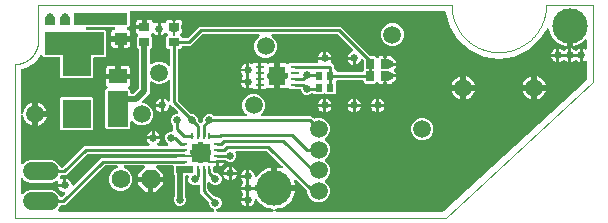
<source format=gtl>
G04 EAGLE Gerber RS-274X export*
G75*
%MOMM*%
%FSLAX35Y35*%
%LPD*%
%INcopper_top*%
%IPPOS*%
%AMOC8*
5,1,8,0,0,1.08239X$1,22.5*%
G01*
%ADD10C,0.010000*%
%ADD11C,1.524000*%
%ADD12R,0.800000X0.250000*%
%ADD13R,1.400000X1.600000*%
%ADD14R,0.600000X0.700000*%
%ADD15R,0.700000X0.900000*%
%ADD16R,1.100000X1.000000*%
%ADD17R,0.900000X0.700000*%
%ADD18R,1.500000X1.300000*%
%ADD19R,2.400000X2.400000*%
%ADD20R,0.240000X0.600000*%
%ADD21R,0.600000X0.240000*%
%ADD22R,1.600000X1.600000*%
%ADD23C,1.574800*%
%ADD24P,1.704548X8X22.500000*%
%ADD25C,3.000000*%
%ADD26C,0.650000*%
%ADD27C,0.200000*%
%ADD28C,1.500000*%
%ADD29C,0.250000*%
%ADD30C,0.500000*%

G36*
X2181611Y50597D02*
X2181611Y50597D01*
X2182376Y50594D01*
X2183169Y50795D01*
X2183982Y50899D01*
X2184693Y51183D01*
X2185435Y51371D01*
X2186152Y51765D01*
X2186913Y52068D01*
X2187530Y52521D01*
X2188201Y52889D01*
X2188798Y53451D01*
X2189458Y53935D01*
X2189942Y54528D01*
X2190499Y55053D01*
X2190936Y55746D01*
X2191454Y56380D01*
X2191773Y57074D01*
X2192182Y57722D01*
X2192432Y58503D01*
X2192774Y59246D01*
X2192910Y59999D01*
X2193143Y60728D01*
X2193189Y61547D01*
X2193334Y62352D01*
X2193277Y63114D01*
X2193320Y63879D01*
X2193160Y64683D01*
X2193098Y65499D01*
X2192852Y66223D01*
X2192702Y66974D01*
X2192346Y67711D01*
X2192082Y68487D01*
X2191662Y69127D01*
X2191329Y69815D01*
X2190800Y70439D01*
X2190350Y71125D01*
X2189783Y71639D01*
X2189288Y72223D01*
X2188618Y72695D01*
X2188012Y73245D01*
X2187335Y73600D01*
X2186709Y74042D01*
X2186160Y74217D01*
X2185218Y74712D01*
X2183828Y74962D01*
X2182483Y75392D01*
X2165707Y77601D01*
X2143498Y83551D01*
X2122255Y92350D01*
X2102343Y103847D01*
X2084104Y117843D01*
X2067844Y134102D01*
X2055277Y150480D01*
X2054564Y151199D01*
X2053922Y151978D01*
X2053459Y152313D01*
X2053055Y152721D01*
X2052186Y153238D01*
X2051368Y153832D01*
X2050834Y154042D01*
X2050343Y154334D01*
X2049374Y154616D01*
X2048431Y154987D01*
X2047861Y155057D01*
X2047313Y155217D01*
X2046304Y155247D01*
X2045298Y155370D01*
X2044731Y155295D01*
X2044158Y155312D01*
X2043173Y155089D01*
X2042170Y154956D01*
X2041638Y154741D01*
X2041081Y154614D01*
X2040183Y154151D01*
X2039245Y153772D01*
X2038785Y153431D01*
X2038276Y153168D01*
X2037521Y152494D01*
X2036709Y151892D01*
X2036349Y151447D01*
X2035923Y151065D01*
X2035361Y150224D01*
X2034726Y149438D01*
X2034567Y149034D01*
X2034171Y148440D01*
X2033133Y145460D01*
X2033125Y145369D01*
X2033101Y145309D01*
X2030675Y133109D01*
X2026311Y122574D01*
X2019974Y113091D01*
X2011909Y105025D01*
X2002425Y98688D01*
X1991889Y94324D01*
X1987501Y93451D01*
X1987501Y149997D01*
X1987500Y150000D01*
X1987501Y150003D01*
X1987501Y237499D01*
X2031859Y237499D01*
X2031861Y237469D01*
X2031813Y236790D01*
X2031978Y235902D01*
X2032046Y235001D01*
X2032265Y234357D01*
X2032389Y233688D01*
X2032771Y232868D01*
X2033062Y232013D01*
X2033435Y231444D01*
X2033723Y230828D01*
X2034298Y230131D01*
X2034794Y229375D01*
X2035299Y228917D01*
X2035731Y228393D01*
X2036461Y227863D01*
X2037132Y227255D01*
X2037735Y226938D01*
X2038285Y226539D01*
X2039125Y226209D01*
X2039926Y225788D01*
X2040421Y225699D01*
X2041222Y225384D01*
X2044162Y225024D01*
X2044293Y225001D01*
X2187498Y225001D01*
X2188746Y225159D01*
X2189998Y225253D01*
X2190306Y225358D01*
X2190629Y225399D01*
X2191797Y225865D01*
X2192985Y226269D01*
X2193257Y226448D01*
X2193560Y226569D01*
X2194574Y227312D01*
X2195623Y228002D01*
X2195842Y228243D01*
X2196105Y228435D01*
X2196899Y229408D01*
X2197743Y230339D01*
X2197895Y230628D01*
X2198101Y230880D01*
X2198625Y232019D01*
X2199210Y233133D01*
X2199257Y233390D01*
X2199421Y233747D01*
X2199981Y236852D01*
X2199955Y237199D01*
X2199981Y237343D01*
X2199978Y237388D01*
X2199998Y237500D01*
X2199998Y250002D01*
X2200002Y250002D01*
X2200002Y237500D01*
X2200161Y236253D01*
X2200254Y235001D01*
X2200359Y234693D01*
X2200400Y234369D01*
X2200866Y233202D01*
X2201271Y232013D01*
X2201449Y231741D01*
X2201570Y231438D01*
X2202313Y230425D01*
X2203003Y229375D01*
X2203244Y229156D01*
X2203437Y228894D01*
X2204409Y228100D01*
X2205341Y227255D01*
X2205630Y227103D01*
X2205881Y226898D01*
X2207020Y226373D01*
X2208135Y225788D01*
X2208391Y225742D01*
X2208748Y225578D01*
X2211853Y225018D01*
X2212245Y225047D01*
X2212501Y225001D01*
X2373623Y225001D01*
X2372399Y215707D01*
X2366448Y193498D01*
X2357649Y172255D01*
X2346153Y152343D01*
X2332157Y134104D01*
X2315896Y117843D01*
X2297657Y103847D01*
X2277744Y92350D01*
X2256502Y83551D01*
X2234293Y77601D01*
X2217517Y75392D01*
X2216777Y75197D01*
X2216018Y75101D01*
X2215256Y74797D01*
X2214465Y74588D01*
X2213798Y74215D01*
X2213087Y73931D01*
X2212426Y73446D01*
X2211712Y73046D01*
X2211159Y72517D01*
X2210542Y72064D01*
X2210024Y71430D01*
X2209433Y70863D01*
X2209030Y70213D01*
X2208546Y69620D01*
X2208203Y68876D01*
X2207773Y68179D01*
X2207546Y67448D01*
X2207226Y66753D01*
X2207080Y65947D01*
X2206838Y65165D01*
X2206802Y64401D01*
X2206666Y63648D01*
X2206727Y62831D01*
X2206688Y62013D01*
X2206844Y61263D01*
X2206901Y60500D01*
X2207165Y59725D01*
X2207332Y58923D01*
X2207671Y58237D01*
X2207918Y57513D01*
X2208367Y56828D01*
X2208730Y56094D01*
X2209229Y55515D01*
X2209650Y54875D01*
X2210258Y54323D01*
X2210792Y53705D01*
X2211419Y53270D01*
X2211988Y52755D01*
X2212713Y52373D01*
X2213386Y51908D01*
X2214103Y51644D01*
X2214782Y51288D01*
X2215349Y51185D01*
X2216348Y50818D01*
X2217758Y50751D01*
X2219148Y50500D01*
X3625428Y50500D01*
X3626258Y50606D01*
X3627095Y50612D01*
X3627818Y50804D01*
X3628559Y50899D01*
X3629335Y51208D01*
X3630145Y51424D01*
X3630602Y51714D01*
X3631490Y52068D01*
X3633600Y53616D01*
X3633891Y53801D01*
X4845463Y1168447D01*
X4846335Y1169482D01*
X4847245Y1170485D01*
X4847351Y1170686D01*
X4847497Y1170860D01*
X4848082Y1172078D01*
X4848712Y1173279D01*
X4848745Y1173461D01*
X4848862Y1173705D01*
X4849471Y1176802D01*
X4849440Y1177318D01*
X4849499Y1177646D01*
X4849499Y1315053D01*
X4849475Y1315246D01*
X4849493Y1315440D01*
X4849276Y1316812D01*
X4849101Y1318184D01*
X4849029Y1318364D01*
X4848998Y1318557D01*
X4848444Y1319829D01*
X4847931Y1321115D01*
X4847816Y1321272D01*
X4847738Y1321450D01*
X4846885Y1322541D01*
X4846065Y1323660D01*
X4845914Y1323783D01*
X4845794Y1323936D01*
X4844692Y1324780D01*
X4843620Y1325656D01*
X4843444Y1325737D01*
X4843289Y1325856D01*
X4842011Y1326397D01*
X4840753Y1326976D01*
X4840562Y1327011D01*
X4840383Y1327086D01*
X4839013Y1327290D01*
X4837648Y1327536D01*
X4837454Y1327521D01*
X4837261Y1327550D01*
X4835882Y1327404D01*
X4834501Y1327300D01*
X4834317Y1327238D01*
X4834123Y1327217D01*
X4833648Y1327010D01*
X4831513Y1326284D01*
X4830594Y1325681D01*
X4830055Y1325446D01*
X4827425Y1323688D01*
X4816889Y1319324D01*
X4812501Y1318451D01*
X4812501Y1374997D01*
X4812500Y1375000D01*
X4812501Y1375003D01*
X4812501Y1431548D01*
X4816889Y1430675D01*
X4827425Y1426312D01*
X4830055Y1424554D01*
X4830230Y1424467D01*
X4830380Y1424344D01*
X4831635Y1423766D01*
X4832879Y1423146D01*
X4833070Y1423105D01*
X4833247Y1423024D01*
X4834609Y1422778D01*
X4835966Y1422490D01*
X4836161Y1422498D01*
X4836352Y1422464D01*
X4837732Y1422567D01*
X4839119Y1422628D01*
X4839306Y1422685D01*
X4839499Y1422699D01*
X4840811Y1423145D01*
X4842137Y1423551D01*
X4842303Y1423653D01*
X4842487Y1423716D01*
X4843644Y1424476D01*
X4844827Y1425201D01*
X4844962Y1425341D01*
X4845125Y1425448D01*
X4846058Y1426477D01*
X4847018Y1427472D01*
X4847114Y1427641D01*
X4847245Y1427786D01*
X4847891Y1429016D01*
X4848571Y1430220D01*
X4848622Y1430408D01*
X4848712Y1430580D01*
X4848804Y1431090D01*
X4849386Y1433268D01*
X4849395Y1434368D01*
X4849499Y1434946D01*
X4849499Y1496270D01*
X4849321Y1497671D01*
X4849178Y1499086D01*
X4849122Y1499239D01*
X4849101Y1499401D01*
X4848577Y1500715D01*
X4848085Y1502046D01*
X4847992Y1502180D01*
X4847931Y1502332D01*
X4847090Y1503478D01*
X4846284Y1504638D01*
X4846162Y1504744D01*
X4846065Y1504876D01*
X4844965Y1505774D01*
X4843893Y1506697D01*
X4843746Y1506769D01*
X4843620Y1506872D01*
X4842336Y1507464D01*
X4841061Y1508091D01*
X4840901Y1508124D01*
X4840753Y1508193D01*
X4839359Y1508444D01*
X4837971Y1508732D01*
X4837808Y1508724D01*
X4837648Y1508753D01*
X4836234Y1508647D01*
X4834819Y1508578D01*
X4834663Y1508529D01*
X4834501Y1508517D01*
X4833158Y1508060D01*
X4831806Y1507639D01*
X4831696Y1507563D01*
X4831513Y1507501D01*
X4828875Y1505768D01*
X4828472Y1505324D01*
X4828162Y1505108D01*
X4815896Y1492843D01*
X4797657Y1478847D01*
X4777744Y1467350D01*
X4756502Y1458551D01*
X4734293Y1452601D01*
X4727169Y1451663D01*
X4725748Y1451289D01*
X4724999Y1451105D01*
X4724999Y1612498D01*
X4724840Y1613746D01*
X4724746Y1614998D01*
X4724642Y1615306D01*
X4724600Y1615629D01*
X4724134Y1616797D01*
X4723730Y1617985D01*
X4723552Y1618257D01*
X4723431Y1618560D01*
X4722687Y1619574D01*
X4721998Y1620623D01*
X4721757Y1620842D01*
X4721564Y1621105D01*
X4720592Y1621899D01*
X4719660Y1622743D01*
X4719371Y1622895D01*
X4719119Y1623101D01*
X4717980Y1623625D01*
X4716866Y1624210D01*
X4716610Y1624257D01*
X4716253Y1624421D01*
X4713147Y1624981D01*
X4712756Y1624952D01*
X4712499Y1624998D01*
X4687500Y1624998D01*
X4686253Y1624839D01*
X4685001Y1624745D01*
X4684693Y1624641D01*
X4684369Y1624599D01*
X4683202Y1624133D01*
X4682013Y1623729D01*
X4681741Y1623551D01*
X4681438Y1623430D01*
X4680425Y1622686D01*
X4679375Y1621997D01*
X4679156Y1621756D01*
X4678894Y1621563D01*
X4678100Y1620591D01*
X4677255Y1619659D01*
X4677103Y1619370D01*
X4676898Y1619118D01*
X4676373Y1617979D01*
X4675788Y1616865D01*
X4675742Y1616609D01*
X4675578Y1616252D01*
X4675018Y1613146D01*
X4675047Y1612755D01*
X4675001Y1612498D01*
X4675001Y1451079D01*
X4673895Y1451476D01*
X4673226Y1451537D01*
X4672831Y1451663D01*
X4665707Y1452601D01*
X4643498Y1458551D01*
X4622255Y1467350D01*
X4602343Y1478847D01*
X4584104Y1492843D01*
X4567843Y1509104D01*
X4553847Y1527343D01*
X4542350Y1547255D01*
X4533551Y1568498D01*
X4527601Y1590707D01*
X4527534Y1591213D01*
X4527442Y1591561D01*
X4527420Y1591922D01*
X4527042Y1593082D01*
X4526731Y1594264D01*
X4526554Y1594580D01*
X4526443Y1594922D01*
X4525787Y1595950D01*
X4525189Y1597018D01*
X4524939Y1597279D01*
X4524745Y1597583D01*
X4523853Y1598413D01*
X4523006Y1599297D01*
X4522698Y1599488D01*
X4522435Y1599733D01*
X4521363Y1600314D01*
X4520322Y1600958D01*
X4519977Y1601064D01*
X4519660Y1601236D01*
X4518475Y1601530D01*
X4517308Y1601893D01*
X4516948Y1601910D01*
X4516598Y1601997D01*
X4515376Y1601984D01*
X4514156Y1602043D01*
X4513803Y1601969D01*
X4513442Y1601965D01*
X4512261Y1601648D01*
X4511066Y1601398D01*
X4510743Y1601239D01*
X4510394Y1601145D01*
X4509332Y1600542D01*
X4508237Y1600001D01*
X4507963Y1599765D01*
X4507650Y1599588D01*
X4507212Y1599117D01*
X4505847Y1597940D01*
X4505066Y1596813D01*
X4504627Y1596340D01*
X4443966Y1501951D01*
X4346064Y1417118D01*
X4228226Y1363303D01*
X4100000Y1344867D01*
X3971773Y1363303D01*
X3853936Y1417118D01*
X3756034Y1501950D01*
X3685997Y1610930D01*
X3649499Y1735228D01*
X3649499Y1737000D01*
X3649341Y1738248D01*
X3649247Y1739499D01*
X3649142Y1739808D01*
X3649101Y1740131D01*
X3648635Y1741298D01*
X3648231Y1742487D01*
X3648052Y1742759D01*
X3647931Y1743062D01*
X3647188Y1744075D01*
X3646498Y1745125D01*
X3646257Y1745344D01*
X3646065Y1745606D01*
X3645092Y1746400D01*
X3644161Y1747245D01*
X3643872Y1747397D01*
X3643620Y1747602D01*
X3642481Y1748127D01*
X3641367Y1748712D01*
X3641110Y1748758D01*
X3640753Y1748923D01*
X3637648Y1749483D01*
X3637256Y1749453D01*
X3637000Y1749499D01*
X987500Y1749499D01*
X986252Y1749341D01*
X985000Y1749247D01*
X984692Y1749142D01*
X984369Y1749101D01*
X983202Y1748635D01*
X982013Y1748231D01*
X981741Y1748052D01*
X981438Y1747931D01*
X980424Y1747188D01*
X979375Y1746498D01*
X979156Y1746257D01*
X978893Y1746065D01*
X978099Y1745092D01*
X977255Y1744161D01*
X977103Y1743872D01*
X976898Y1743620D01*
X976373Y1742481D01*
X975788Y1741367D01*
X975742Y1741110D01*
X975577Y1740753D01*
X975017Y1737648D01*
X975047Y1737256D01*
X975000Y1737000D01*
X975000Y1626715D01*
X963284Y1614999D01*
X961480Y1614999D01*
X959978Y1614808D01*
X958454Y1614628D01*
X958403Y1614608D01*
X958350Y1614601D01*
X956939Y1614038D01*
X955513Y1613483D01*
X955469Y1613451D01*
X955419Y1613431D01*
X954182Y1612524D01*
X952953Y1611638D01*
X952918Y1611597D01*
X952874Y1611565D01*
X951918Y1610394D01*
X950935Y1609211D01*
X950912Y1609161D01*
X950878Y1609120D01*
X950248Y1607753D01*
X949591Y1606356D01*
X949580Y1606302D01*
X949558Y1606253D01*
X949288Y1604760D01*
X949004Y1603255D01*
X949008Y1603201D01*
X948998Y1603148D01*
X949110Y1601644D01*
X949212Y1600106D01*
X949229Y1600054D01*
X949233Y1600001D01*
X949721Y1598568D01*
X950203Y1597110D01*
X950232Y1597064D01*
X950250Y1597013D01*
X951084Y1595742D01*
X951912Y1594457D01*
X951952Y1594420D01*
X951982Y1594375D01*
X953112Y1593350D01*
X954232Y1592317D01*
X954272Y1592298D01*
X954320Y1592255D01*
X957114Y1590788D01*
X957704Y1590682D01*
X958246Y1590427D01*
X964804Y1588669D01*
X970596Y1585326D01*
X975326Y1580596D01*
X978669Y1574804D01*
X980400Y1568344D01*
X980400Y1539998D01*
X912501Y1539998D01*
X911253Y1539840D01*
X910002Y1539746D01*
X909693Y1539641D01*
X909370Y1539600D01*
X908203Y1539134D01*
X907014Y1538730D01*
X906742Y1538551D01*
X906439Y1538430D01*
X905426Y1537687D01*
X904376Y1536998D01*
X904157Y1536756D01*
X903895Y1536564D01*
X903101Y1535591D01*
X902256Y1534660D01*
X902104Y1534371D01*
X901899Y1534119D01*
X901374Y1532980D01*
X900789Y1531866D01*
X900743Y1531609D01*
X900578Y1531253D01*
X900018Y1528147D01*
X900048Y1527755D01*
X900002Y1527499D01*
X900002Y1514998D01*
X899998Y1514998D01*
X899998Y1527499D01*
X899839Y1528747D01*
X899746Y1529998D01*
X899641Y1530307D01*
X899600Y1530630D01*
X899134Y1531797D01*
X898729Y1532986D01*
X898551Y1533258D01*
X898430Y1533561D01*
X897687Y1534574D01*
X896997Y1535624D01*
X896756Y1535843D01*
X896563Y1536105D01*
X895591Y1536899D01*
X894659Y1537744D01*
X894370Y1537896D01*
X894119Y1538101D01*
X892980Y1538626D01*
X891865Y1539211D01*
X891609Y1539257D01*
X891252Y1539422D01*
X888147Y1539982D01*
X887755Y1539952D01*
X887499Y1539998D01*
X819599Y1539998D01*
X819599Y1568344D01*
X821330Y1574804D01*
X824674Y1580596D01*
X829404Y1585326D01*
X835196Y1588669D01*
X841754Y1590427D01*
X843153Y1590999D01*
X844581Y1591569D01*
X844625Y1591601D01*
X844675Y1591622D01*
X845886Y1592526D01*
X847126Y1593435D01*
X847160Y1593478D01*
X847203Y1593510D01*
X848152Y1594693D01*
X849122Y1595880D01*
X849144Y1595928D01*
X849178Y1595972D01*
X849809Y1597373D01*
X850442Y1598747D01*
X850452Y1598800D01*
X850474Y1598849D01*
X850733Y1600363D01*
X851002Y1601852D01*
X850998Y1601905D01*
X851007Y1601960D01*
X850879Y1603496D01*
X850766Y1604999D01*
X850749Y1605050D01*
X850744Y1605105D01*
X850242Y1606542D01*
X849750Y1607987D01*
X849720Y1608033D01*
X849702Y1608083D01*
X848857Y1609348D01*
X848018Y1610625D01*
X847978Y1610661D01*
X847948Y1610707D01*
X846816Y1611715D01*
X845680Y1612745D01*
X845632Y1612770D01*
X845592Y1612806D01*
X844240Y1613501D01*
X842886Y1614212D01*
X842842Y1614220D01*
X842785Y1614249D01*
X839706Y1614943D01*
X839109Y1614893D01*
X838519Y1614999D01*
X613462Y1614999D01*
X612798Y1614915D01*
X612130Y1614928D01*
X611537Y1614754D01*
X610331Y1614601D01*
X608441Y1613847D01*
X607872Y1613680D01*
X607871Y1613679D01*
X607649Y1613531D01*
X607400Y1613431D01*
X606341Y1612654D01*
X605249Y1611923D01*
X605071Y1611723D01*
X604855Y1611564D01*
X604025Y1610548D01*
X603151Y1609566D01*
X603028Y1609327D01*
X602859Y1609120D01*
X602311Y1607930D01*
X601710Y1606758D01*
X601651Y1606497D01*
X601539Y1606253D01*
X601306Y1604960D01*
X601018Y1603679D01*
X601026Y1603412D01*
X600979Y1603148D01*
X601077Y1601839D01*
X601119Y1600525D01*
X601194Y1600267D01*
X601214Y1600000D01*
X601637Y1598757D01*
X602007Y1597497D01*
X602144Y1597267D01*
X602231Y1597013D01*
X602952Y1595914D01*
X603625Y1594787D01*
X603816Y1594599D01*
X603963Y1594375D01*
X604935Y1593493D01*
X605870Y1592569D01*
X606103Y1592434D01*
X606301Y1592255D01*
X607462Y1591645D01*
X608599Y1590985D01*
X608858Y1590913D01*
X609095Y1590788D01*
X609679Y1590683D01*
X611638Y1590134D01*
X612853Y1590110D01*
X613461Y1590000D01*
X763284Y1590000D01*
X775000Y1578284D01*
X775000Y1371715D01*
X763284Y1359999D01*
X677500Y1359999D01*
X676252Y1359841D01*
X675000Y1359747D01*
X674692Y1359642D01*
X674369Y1359601D01*
X673202Y1359135D01*
X672013Y1358731D01*
X671741Y1358552D01*
X671438Y1358431D01*
X670424Y1357688D01*
X669375Y1356998D01*
X669156Y1356757D01*
X668893Y1356565D01*
X668099Y1355592D01*
X667255Y1354661D01*
X667103Y1354372D01*
X666898Y1354120D01*
X666373Y1352981D01*
X665788Y1351867D01*
X665742Y1351610D01*
X665577Y1351253D01*
X665017Y1348148D01*
X665047Y1347756D01*
X665000Y1347500D01*
X665000Y1191715D01*
X653284Y1179999D01*
X396715Y1179999D01*
X384999Y1191715D01*
X384999Y1347500D01*
X384841Y1348748D01*
X384747Y1349999D01*
X384642Y1350308D01*
X384601Y1350631D01*
X384135Y1351798D01*
X383731Y1352987D01*
X383552Y1353259D01*
X383431Y1353562D01*
X382688Y1354575D01*
X381998Y1355625D01*
X381757Y1355844D01*
X381565Y1356106D01*
X380592Y1356900D01*
X379661Y1357745D01*
X379372Y1357897D01*
X379120Y1358102D01*
X377981Y1358627D01*
X376867Y1359212D01*
X376610Y1359258D01*
X376253Y1359423D01*
X373148Y1359983D01*
X372756Y1359953D01*
X372500Y1359999D01*
X246715Y1359999D01*
X234593Y1372122D01*
X234072Y1372525D01*
X233616Y1373001D01*
X232830Y1373487D01*
X232098Y1374053D01*
X231492Y1374314D01*
X230932Y1374660D01*
X230049Y1374933D01*
X229198Y1375299D01*
X228547Y1375399D01*
X227917Y1375594D01*
X226994Y1375638D01*
X226079Y1375778D01*
X225422Y1375712D01*
X224765Y1375743D01*
X223861Y1375554D01*
X222939Y1375461D01*
X222321Y1375233D01*
X221676Y1375098D01*
X220847Y1374688D01*
X219979Y1374368D01*
X219437Y1373991D01*
X218847Y1373700D01*
X218399Y1373271D01*
X217387Y1372568D01*
X216901Y1372003D01*
X216895Y1371999D01*
X216859Y1371955D01*
X216075Y1371044D01*
X215643Y1370630D01*
X179338Y1320662D01*
X115143Y1274020D01*
X59137Y1255823D01*
X58344Y1255449D01*
X57513Y1255166D01*
X56922Y1254778D01*
X56283Y1254477D01*
X55608Y1253915D01*
X54875Y1253434D01*
X54400Y1252910D01*
X53857Y1252458D01*
X53344Y1251746D01*
X52755Y1251096D01*
X52426Y1250470D01*
X52013Y1249897D01*
X51696Y1249079D01*
X51288Y1248302D01*
X51196Y1247792D01*
X50871Y1246955D01*
X50541Y1244162D01*
X50500Y1243935D01*
X50500Y889566D01*
X50576Y888969D01*
X50558Y888367D01*
X50775Y887408D01*
X50899Y886435D01*
X51122Y885876D01*
X51255Y885288D01*
X51705Y884416D01*
X52068Y883504D01*
X52424Y883019D01*
X52700Y882483D01*
X53355Y881750D01*
X53935Y880959D01*
X54401Y880579D01*
X54803Y880129D01*
X55620Y879583D01*
X56380Y878963D01*
X56926Y878712D01*
X57427Y878377D01*
X58355Y878054D01*
X59246Y877643D01*
X59839Y877536D01*
X60407Y877338D01*
X61386Y877257D01*
X62352Y877083D01*
X62952Y877128D01*
X63552Y877078D01*
X64520Y877246D01*
X65499Y877319D01*
X66069Y877513D01*
X66662Y877615D01*
X67557Y878019D01*
X68487Y878335D01*
X68990Y878665D01*
X69539Y878913D01*
X70304Y879529D01*
X71125Y880067D01*
X71529Y880513D01*
X71998Y880890D01*
X72586Y881678D01*
X73245Y882405D01*
X73525Y882938D01*
X73884Y883421D01*
X74095Y884024D01*
X74712Y885199D01*
X74933Y886429D01*
X75345Y887610D01*
X77072Y898512D01*
X81955Y913539D01*
X89129Y927621D01*
X98419Y940407D01*
X109593Y951581D01*
X122379Y960870D01*
X136460Y968045D01*
X150001Y972445D01*
X150001Y887501D01*
X150159Y886254D01*
X150253Y885002D01*
X150358Y884694D01*
X150399Y884371D01*
X150865Y883203D01*
X151269Y882014D01*
X151448Y881743D01*
X151569Y881440D01*
X152312Y880426D01*
X153002Y879376D01*
X153243Y879158D01*
X153435Y878895D01*
X154408Y878101D01*
X155339Y877256D01*
X155628Y877105D01*
X155880Y876899D01*
X157019Y876374D01*
X158133Y875789D01*
X158390Y875743D01*
X158747Y875579D01*
X161852Y875019D01*
X162244Y875048D01*
X162500Y875002D01*
X175002Y875002D01*
X175002Y874998D01*
X162500Y874998D01*
X161253Y874839D01*
X160001Y874745D01*
X159693Y874641D01*
X159369Y874599D01*
X158202Y874133D01*
X157013Y873729D01*
X156741Y873551D01*
X156438Y873430D01*
X155425Y872686D01*
X154375Y871997D01*
X154156Y871756D01*
X153894Y871563D01*
X153100Y870591D01*
X152255Y869659D01*
X152103Y869370D01*
X151898Y869118D01*
X151373Y867979D01*
X150788Y866865D01*
X150742Y866609D01*
X150578Y866252D01*
X150018Y863146D01*
X150047Y862755D01*
X150001Y862498D01*
X150001Y777555D01*
X136460Y781955D01*
X122379Y789129D01*
X109593Y798419D01*
X98419Y809593D01*
X89129Y822379D01*
X81955Y836460D01*
X77072Y851488D01*
X75345Y862389D01*
X75177Y862968D01*
X75101Y863564D01*
X74737Y864476D01*
X74462Y865419D01*
X74154Y865936D01*
X73931Y866495D01*
X73350Y867287D01*
X72848Y868131D01*
X72420Y868555D01*
X72064Y869040D01*
X71304Y869661D01*
X70606Y870352D01*
X70085Y870656D01*
X69620Y871036D01*
X68730Y871446D01*
X67880Y871941D01*
X67299Y872105D01*
X66753Y872356D01*
X65787Y872530D01*
X64842Y872797D01*
X64240Y872809D01*
X63648Y872916D01*
X62670Y872843D01*
X61687Y872864D01*
X61100Y872726D01*
X60500Y872681D01*
X59572Y872365D01*
X58615Y872139D01*
X58082Y871858D01*
X57513Y871664D01*
X56693Y871126D01*
X55823Y870668D01*
X55378Y870263D01*
X54875Y869932D01*
X54215Y869205D01*
X53489Y868544D01*
X53159Y868040D01*
X52755Y867594D01*
X52298Y866725D01*
X51761Y865903D01*
X51568Y865333D01*
X51288Y864800D01*
X51174Y864171D01*
X50749Y862914D01*
X50722Y861665D01*
X50500Y860434D01*
X50500Y461924D01*
X50679Y460523D01*
X50822Y459108D01*
X50878Y458955D01*
X50899Y458794D01*
X51423Y457480D01*
X51915Y456148D01*
X52008Y456014D01*
X52068Y455863D01*
X52909Y454716D01*
X53715Y453556D01*
X53838Y453450D01*
X53935Y453318D01*
X55035Y452420D01*
X56107Y451497D01*
X56254Y451425D01*
X56380Y451322D01*
X57664Y450731D01*
X58938Y450103D01*
X59098Y450070D01*
X59246Y450002D01*
X60640Y449751D01*
X62029Y449463D01*
X62192Y449471D01*
X62352Y449442D01*
X63765Y449548D01*
X65181Y449617D01*
X65336Y449665D01*
X65499Y449678D01*
X66842Y450134D01*
X68194Y450555D01*
X68303Y450632D01*
X68487Y450694D01*
X71125Y452426D01*
X71528Y452870D01*
X71838Y453086D01*
X91557Y472805D01*
X126914Y487450D01*
X317586Y487450D01*
X352943Y472805D01*
X380005Y445743D01*
X385918Y431467D01*
X386111Y431130D01*
X386236Y430763D01*
X386892Y429764D01*
X387484Y428727D01*
X387755Y428449D01*
X387968Y428125D01*
X388853Y427322D01*
X389687Y426466D01*
X390018Y426265D01*
X390306Y426005D01*
X391365Y425449D01*
X392385Y424830D01*
X392756Y424718D01*
X393100Y424538D01*
X393740Y424422D01*
X395408Y423921D01*
X396826Y423866D01*
X397466Y423750D01*
X403610Y423750D01*
X404698Y423889D01*
X405791Y423942D01*
X406257Y424087D01*
X406741Y424149D01*
X407759Y424555D01*
X408804Y424881D01*
X409115Y425096D01*
X409672Y425318D01*
X412217Y427185D01*
X412339Y427335D01*
X412449Y427411D01*
X592538Y607500D01*
X1130597Y607500D01*
X1131654Y607635D01*
X1132723Y607682D01*
X1133217Y607834D01*
X1133728Y607899D01*
X1134718Y608294D01*
X1135740Y608607D01*
X1136179Y608877D01*
X1136659Y609068D01*
X1137520Y609700D01*
X1138429Y610258D01*
X1138787Y610630D01*
X1139203Y610935D01*
X1139879Y611763D01*
X1140619Y612531D01*
X1140873Y612980D01*
X1141199Y613380D01*
X1141646Y614349D01*
X1142171Y615279D01*
X1142304Y615777D01*
X1142520Y616246D01*
X1142709Y617296D01*
X1142984Y618328D01*
X1142988Y618845D01*
X1143080Y619352D01*
X1143000Y620415D01*
X1143008Y621484D01*
X1142883Y621985D01*
X1142844Y622499D01*
X1142501Y623508D01*
X1142241Y624545D01*
X1141994Y624999D01*
X1141828Y625487D01*
X1141242Y626379D01*
X1140731Y627316D01*
X1140446Y627592D01*
X1140096Y628125D01*
X1138963Y629151D01*
X1138961Y629155D01*
X1130025Y638091D01*
X1123688Y647574D01*
X1119324Y658111D01*
X1118452Y662499D01*
X1174997Y662499D01*
X1175000Y662499D01*
X1175003Y662499D01*
X1231548Y662499D01*
X1230675Y658111D01*
X1226311Y647574D01*
X1219974Y638091D01*
X1211366Y629483D01*
X1210796Y629064D01*
X1210469Y628664D01*
X1210080Y628326D01*
X1209476Y627447D01*
X1208800Y626620D01*
X1208585Y626152D01*
X1208292Y625726D01*
X1207926Y624722D01*
X1207480Y623753D01*
X1207388Y623245D01*
X1207212Y622761D01*
X1207109Y621698D01*
X1206920Y620648D01*
X1206958Y620133D01*
X1206909Y619619D01*
X1207076Y618565D01*
X1207156Y617500D01*
X1207322Y617012D01*
X1207403Y616502D01*
X1207828Y615523D01*
X1208172Y614513D01*
X1208455Y614081D01*
X1208661Y613608D01*
X1209318Y612768D01*
X1209904Y611875D01*
X1210287Y611528D01*
X1210604Y611122D01*
X1211451Y610472D01*
X1212242Y609755D01*
X1212698Y609515D01*
X1213108Y609201D01*
X1214092Y608783D01*
X1215036Y608288D01*
X1215427Y608218D01*
X1216013Y607968D01*
X1219135Y607503D01*
X1219294Y607520D01*
X1219403Y607500D01*
X1288077Y607500D01*
X1289478Y607679D01*
X1290893Y607822D01*
X1291046Y607878D01*
X1291207Y607899D01*
X1292521Y608423D01*
X1293853Y608915D01*
X1293987Y609008D01*
X1294138Y609068D01*
X1295285Y609909D01*
X1296445Y610715D01*
X1296551Y610838D01*
X1296683Y610935D01*
X1297581Y612035D01*
X1298504Y613107D01*
X1298576Y613254D01*
X1298679Y613380D01*
X1299270Y614664D01*
X1299898Y615938D01*
X1299931Y616098D01*
X1299999Y616246D01*
X1300250Y617640D01*
X1300538Y619029D01*
X1300530Y619192D01*
X1300559Y619352D01*
X1300453Y620765D01*
X1300384Y622181D01*
X1300336Y622336D01*
X1300323Y622499D01*
X1299867Y623842D01*
X1299446Y625194D01*
X1299369Y625303D01*
X1299307Y625487D01*
X1297575Y628125D01*
X1297131Y628528D01*
X1296915Y628838D01*
X1280492Y645261D01*
X1272499Y664557D01*
X1272499Y685443D01*
X1280492Y704739D01*
X1295261Y719508D01*
X1314557Y727500D01*
X1330000Y727500D01*
X1331248Y727659D01*
X1332499Y727753D01*
X1332808Y727858D01*
X1333131Y727899D01*
X1334298Y728365D01*
X1335487Y728769D01*
X1335759Y728948D01*
X1336062Y729068D01*
X1337075Y729812D01*
X1338125Y730501D01*
X1338344Y730743D01*
X1338606Y730935D01*
X1339400Y731908D01*
X1340245Y732839D01*
X1340397Y733128D01*
X1340602Y733380D01*
X1341127Y734519D01*
X1341712Y735633D01*
X1341758Y735889D01*
X1341923Y736246D01*
X1342483Y739352D01*
X1342453Y739743D01*
X1342499Y740000D01*
X1342499Y778076D01*
X1342361Y779164D01*
X1342308Y780257D01*
X1342163Y780722D01*
X1342101Y781207D01*
X1341695Y782225D01*
X1341369Y783270D01*
X1341154Y783580D01*
X1340931Y784138D01*
X1339065Y786682D01*
X1338915Y786805D01*
X1338838Y786914D01*
X1330492Y795261D01*
X1322499Y814557D01*
X1322499Y835443D01*
X1330492Y854739D01*
X1345261Y869508D01*
X1364557Y877500D01*
X1371361Y877500D01*
X1372763Y877679D01*
X1374177Y877822D01*
X1374330Y877878D01*
X1374492Y877899D01*
X1375806Y878423D01*
X1377137Y878915D01*
X1377271Y879008D01*
X1377423Y879068D01*
X1378565Y879906D01*
X1379729Y880715D01*
X1379836Y880838D01*
X1379967Y880935D01*
X1380861Y882029D01*
X1381788Y883107D01*
X1381860Y883254D01*
X1381963Y883380D01*
X1382555Y884664D01*
X1383182Y885938D01*
X1383215Y886098D01*
X1383283Y886246D01*
X1383535Y887639D01*
X1383823Y889028D01*
X1383814Y889192D01*
X1383843Y889352D01*
X1383738Y890766D01*
X1383668Y892181D01*
X1383620Y892336D01*
X1383608Y892499D01*
X1383152Y893838D01*
X1382730Y895194D01*
X1382654Y895303D01*
X1382592Y895487D01*
X1380859Y898125D01*
X1380415Y898528D01*
X1380199Y898838D01*
X1340199Y938838D01*
X1340198Y938839D01*
X1328889Y950148D01*
X1328735Y950268D01*
X1328611Y950418D01*
X1327490Y951232D01*
X1326393Y952081D01*
X1326215Y952157D01*
X1326058Y952272D01*
X1324768Y952779D01*
X1323494Y953326D01*
X1323301Y953356D01*
X1323121Y953427D01*
X1321747Y953595D01*
X1320374Y953806D01*
X1320181Y953786D01*
X1319988Y953810D01*
X1318613Y953628D01*
X1317235Y953488D01*
X1317053Y953421D01*
X1316859Y953396D01*
X1315573Y952874D01*
X1314274Y952395D01*
X1314114Y952284D01*
X1313934Y952211D01*
X1312823Y951387D01*
X1311682Y950595D01*
X1311555Y950447D01*
X1311399Y950332D01*
X1310531Y949258D01*
X1309623Y948203D01*
X1309537Y948028D01*
X1309415Y947878D01*
X1309226Y947397D01*
X1308229Y945372D01*
X1308006Y944296D01*
X1307791Y943748D01*
X1305675Y933109D01*
X1301311Y922574D01*
X1294974Y913091D01*
X1286909Y905025D01*
X1277425Y898688D01*
X1266889Y894324D01*
X1262501Y893451D01*
X1262501Y949997D01*
X1262500Y950000D01*
X1262501Y950003D01*
X1262501Y1006548D01*
X1266889Y1005675D01*
X1277425Y1001311D01*
X1286909Y994974D01*
X1295517Y986366D01*
X1295935Y985796D01*
X1296336Y985469D01*
X1296674Y985080D01*
X1297553Y984476D01*
X1298380Y983800D01*
X1298848Y983585D01*
X1299274Y983292D01*
X1300278Y982926D01*
X1301247Y982480D01*
X1301754Y982388D01*
X1302239Y982212D01*
X1303301Y982109D01*
X1304352Y981920D01*
X1304867Y981958D01*
X1305381Y981909D01*
X1306434Y982076D01*
X1307499Y982156D01*
X1307988Y982322D01*
X1308498Y982403D01*
X1309476Y982828D01*
X1310487Y983172D01*
X1310918Y983455D01*
X1311392Y983661D01*
X1312232Y984318D01*
X1313125Y984904D01*
X1313472Y985287D01*
X1313878Y985604D01*
X1314528Y986451D01*
X1315245Y987242D01*
X1315484Y987698D01*
X1315799Y988108D01*
X1316217Y989092D01*
X1316712Y990036D01*
X1316782Y990427D01*
X1317031Y991013D01*
X1317497Y994135D01*
X1317480Y994294D01*
X1317499Y994403D01*
X1317499Y1152973D01*
X1317321Y1154374D01*
X1317178Y1155788D01*
X1317122Y1155942D01*
X1317101Y1156103D01*
X1316577Y1157417D01*
X1316085Y1158749D01*
X1315992Y1158883D01*
X1315931Y1159034D01*
X1315090Y1160181D01*
X1314284Y1161341D01*
X1314162Y1161447D01*
X1314065Y1161579D01*
X1312965Y1162477D01*
X1311893Y1163400D01*
X1311746Y1163472D01*
X1311620Y1163575D01*
X1310336Y1164166D01*
X1309061Y1164794D01*
X1308901Y1164827D01*
X1308753Y1164895D01*
X1307359Y1165146D01*
X1305971Y1165434D01*
X1305808Y1165426D01*
X1305648Y1165455D01*
X1304234Y1165349D01*
X1302819Y1165280D01*
X1302663Y1165232D01*
X1302501Y1165219D01*
X1301158Y1164763D01*
X1299806Y1164342D01*
X1299696Y1164265D01*
X1299513Y1164203D01*
X1296875Y1162471D01*
X1296472Y1162027D01*
X1296162Y1161811D01*
X1278813Y1144462D01*
X1243897Y1129999D01*
X1206103Y1129999D01*
X1171187Y1144462D01*
X1166338Y1149311D01*
X1165215Y1150180D01*
X1164120Y1151075D01*
X1163972Y1151143D01*
X1163843Y1151243D01*
X1162538Y1151803D01*
X1161253Y1152395D01*
X1161093Y1152424D01*
X1160943Y1152488D01*
X1159540Y1152704D01*
X1158148Y1152955D01*
X1157986Y1152943D01*
X1157824Y1152968D01*
X1156408Y1152825D01*
X1155000Y1152719D01*
X1154847Y1152667D01*
X1154684Y1152651D01*
X1153354Y1152159D01*
X1152013Y1151703D01*
X1151877Y1151613D01*
X1151724Y1151557D01*
X1150563Y1150751D01*
X1149375Y1149971D01*
X1149265Y1149850D01*
X1149132Y1149757D01*
X1148211Y1148688D01*
X1147255Y1147633D01*
X1147179Y1147488D01*
X1147073Y1147365D01*
X1146450Y1146100D01*
X1145788Y1144839D01*
X1145764Y1144707D01*
X1145679Y1144534D01*
X1145038Y1141444D01*
X1145068Y1140844D01*
X1145000Y1140473D01*
X1145000Y1056360D01*
X1079978Y991338D01*
X1079108Y990214D01*
X1078214Y989120D01*
X1078147Y988972D01*
X1078046Y988843D01*
X1077486Y987538D01*
X1076894Y986253D01*
X1076865Y986093D01*
X1076801Y985943D01*
X1076585Y984541D01*
X1076334Y983148D01*
X1076346Y982986D01*
X1076321Y982824D01*
X1076464Y981407D01*
X1076570Y980000D01*
X1076622Y979847D01*
X1076638Y979684D01*
X1077131Y978350D01*
X1077586Y977013D01*
X1077675Y976877D01*
X1077732Y976723D01*
X1078542Y975558D01*
X1079318Y974375D01*
X1079439Y974265D01*
X1079532Y974131D01*
X1080608Y973205D01*
X1081656Y972255D01*
X1081800Y972179D01*
X1081924Y972073D01*
X1083199Y971445D01*
X1084450Y970788D01*
X1084581Y970764D01*
X1084755Y970678D01*
X1087845Y970038D01*
X1088444Y970068D01*
X1088817Y970000D01*
X1093897Y970000D01*
X1128813Y955538D01*
X1155538Y928813D01*
X1170000Y893897D01*
X1170000Y856103D01*
X1155538Y821187D01*
X1128813Y794462D01*
X1093897Y779999D01*
X1056103Y779999D01*
X1021187Y794462D01*
X1001338Y814311D01*
X1000214Y815181D01*
X999120Y816075D01*
X998972Y816143D01*
X998843Y816243D01*
X997538Y816803D01*
X996253Y817395D01*
X996093Y817424D01*
X995943Y817488D01*
X994541Y817704D01*
X993148Y817955D01*
X992986Y817943D01*
X992824Y817968D01*
X991407Y817825D01*
X990000Y817719D01*
X989847Y817667D01*
X989684Y817651D01*
X988350Y817158D01*
X987013Y816703D01*
X986877Y816614D01*
X986723Y816557D01*
X985558Y815748D01*
X984375Y814971D01*
X984265Y814850D01*
X984131Y814757D01*
X983205Y813681D01*
X982255Y812633D01*
X982179Y812489D01*
X982073Y812365D01*
X981445Y811090D01*
X980788Y809839D01*
X980764Y809708D01*
X980678Y809534D01*
X980038Y806444D01*
X980068Y805845D01*
X980000Y805473D01*
X980000Y761715D01*
X968284Y749999D01*
X943965Y749999D01*
X943741Y749971D01*
X943517Y749991D01*
X942975Y749873D01*
X940834Y749601D01*
X939768Y749176D01*
X939181Y749048D01*
X935443Y747499D01*
X914557Y747499D01*
X910818Y749048D01*
X910601Y749107D01*
X910402Y749212D01*
X909855Y749310D01*
X907774Y749878D01*
X906627Y749893D01*
X906035Y749999D01*
X843965Y749999D01*
X843741Y749971D01*
X843517Y749991D01*
X842975Y749873D01*
X840834Y749601D01*
X839768Y749176D01*
X839181Y749048D01*
X835443Y747499D01*
X814557Y747499D01*
X810818Y749048D01*
X810601Y749107D01*
X810402Y749212D01*
X809855Y749310D01*
X807774Y749878D01*
X806627Y749893D01*
X806035Y749999D01*
X781715Y749999D01*
X769999Y761715D01*
X769999Y1078284D01*
X784058Y1092343D01*
X784828Y1093338D01*
X785647Y1094289D01*
X785791Y1094581D01*
X785990Y1094838D01*
X786487Y1095994D01*
X787041Y1097121D01*
X787107Y1097439D01*
X787236Y1097738D01*
X787427Y1098981D01*
X787682Y1100211D01*
X787666Y1100535D01*
X787715Y1100858D01*
X787589Y1102111D01*
X787528Y1103363D01*
X787431Y1103673D01*
X787398Y1103997D01*
X786963Y1105176D01*
X786589Y1106376D01*
X786441Y1106590D01*
X786305Y1106958D01*
X784505Y1109550D01*
X784207Y1109807D01*
X784058Y1110020D01*
X779674Y1114404D01*
X776330Y1120196D01*
X774599Y1126655D01*
X774599Y1170001D01*
X862499Y1170001D01*
X863746Y1170160D01*
X864998Y1170253D01*
X865306Y1170358D01*
X865629Y1170399D01*
X866797Y1170865D01*
X867986Y1171270D01*
X868258Y1171448D01*
X868560Y1171569D01*
X869574Y1172313D01*
X870624Y1173002D01*
X870843Y1173243D01*
X871105Y1173436D01*
X871899Y1174408D01*
X872744Y1175340D01*
X872895Y1175629D01*
X873101Y1175880D01*
X873626Y1177019D01*
X874211Y1178134D01*
X874257Y1178390D01*
X874421Y1178747D01*
X874981Y1181853D01*
X874952Y1182244D01*
X874998Y1182500D01*
X874998Y1195002D01*
X875002Y1195002D01*
X875002Y1182500D01*
X875160Y1181253D01*
X875254Y1180001D01*
X875359Y1179693D01*
X875400Y1179370D01*
X875866Y1178202D01*
X876270Y1177013D01*
X876449Y1176742D01*
X876570Y1176439D01*
X877313Y1175425D01*
X878003Y1174375D01*
X878244Y1174157D01*
X878436Y1173894D01*
X879409Y1173100D01*
X880340Y1172255D01*
X880629Y1172104D01*
X880881Y1171898D01*
X882020Y1171373D01*
X883134Y1170788D01*
X883391Y1170742D01*
X883748Y1170578D01*
X886853Y1170018D01*
X887245Y1170047D01*
X887501Y1170001D01*
X975400Y1170001D01*
X975400Y1126655D01*
X973669Y1120196D01*
X970326Y1114404D01*
X965942Y1110020D01*
X965170Y1109023D01*
X964353Y1108074D01*
X964209Y1107783D01*
X964009Y1107525D01*
X963513Y1106368D01*
X962958Y1105243D01*
X962893Y1104924D01*
X962764Y1104625D01*
X962573Y1103382D01*
X962318Y1102153D01*
X962334Y1101828D01*
X962284Y1101506D01*
X962411Y1100253D01*
X962472Y1099001D01*
X962569Y1098691D01*
X962602Y1098366D01*
X963037Y1097187D01*
X963411Y1095988D01*
X963559Y1095774D01*
X963695Y1095406D01*
X965495Y1092813D01*
X965793Y1092557D01*
X965941Y1092343D01*
X980000Y1078284D01*
X980000Y1062500D01*
X980159Y1061252D01*
X980253Y1060000D01*
X980358Y1059692D01*
X980399Y1059369D01*
X980865Y1058202D01*
X981269Y1057013D01*
X981448Y1056741D01*
X981568Y1056438D01*
X982312Y1055424D01*
X983001Y1054375D01*
X983243Y1054156D01*
X983435Y1053893D01*
X984408Y1053099D01*
X985339Y1052255D01*
X985628Y1052103D01*
X985880Y1051898D01*
X987019Y1051373D01*
X988133Y1050788D01*
X988389Y1050742D01*
X988746Y1050577D01*
X991852Y1050017D01*
X992243Y1050047D01*
X992500Y1050000D01*
X1006183Y1050000D01*
X1007270Y1050139D01*
X1008363Y1050192D01*
X1008829Y1050337D01*
X1009313Y1050399D01*
X1010331Y1050805D01*
X1011377Y1051131D01*
X1011687Y1051346D01*
X1012244Y1051568D01*
X1014789Y1053435D01*
X1014911Y1053585D01*
X1015021Y1053661D01*
X1051338Y1089979D01*
X1052009Y1090845D01*
X1052745Y1091657D01*
X1052972Y1092088D01*
X1053270Y1092474D01*
X1053702Y1093480D01*
X1054212Y1094451D01*
X1054279Y1094823D01*
X1054516Y1095374D01*
X1054995Y1098493D01*
X1054976Y1098686D01*
X1054999Y1098817D01*
X1054999Y1417500D01*
X1054841Y1418748D01*
X1054747Y1419999D01*
X1054642Y1420308D01*
X1054601Y1420631D01*
X1054135Y1421798D01*
X1053731Y1422987D01*
X1053552Y1423259D01*
X1053431Y1423562D01*
X1052688Y1424575D01*
X1051998Y1425625D01*
X1051757Y1425844D01*
X1051565Y1426106D01*
X1050592Y1426900D01*
X1049661Y1427745D01*
X1049372Y1427897D01*
X1049120Y1428102D01*
X1048179Y1428536D01*
X1034999Y1441715D01*
X1034999Y1528284D01*
X1044994Y1538278D01*
X1045798Y1539317D01*
X1046642Y1540315D01*
X1046759Y1540559D01*
X1046926Y1540774D01*
X1047442Y1541977D01*
X1048011Y1543158D01*
X1048064Y1543425D01*
X1048171Y1543673D01*
X1048370Y1544969D01*
X1048625Y1546253D01*
X1048609Y1546523D01*
X1048651Y1546793D01*
X1048519Y1548098D01*
X1048444Y1549404D01*
X1048361Y1549663D01*
X1048333Y1549933D01*
X1047880Y1551161D01*
X1047479Y1552409D01*
X1047334Y1552638D01*
X1047240Y1552893D01*
X1046491Y1553971D01*
X1045793Y1555077D01*
X1045626Y1555217D01*
X1045440Y1555485D01*
X1043048Y1557544D01*
X1042634Y1557748D01*
X1042405Y1557942D01*
X1039404Y1559674D01*
X1034674Y1564404D01*
X1031330Y1570196D01*
X1029599Y1576655D01*
X1029599Y1597500D01*
X1094998Y1597500D01*
X1096245Y1597659D01*
X1097497Y1597753D01*
X1097805Y1597857D01*
X1098128Y1597898D01*
X1099296Y1598364D01*
X1100485Y1598769D01*
X1100757Y1598947D01*
X1101059Y1599068D01*
X1102073Y1599812D01*
X1103123Y1600501D01*
X1103342Y1600742D01*
X1103604Y1600935D01*
X1104398Y1601907D01*
X1105243Y1602839D01*
X1105394Y1603128D01*
X1105600Y1603379D01*
X1106125Y1604518D01*
X1106710Y1605633D01*
X1106756Y1605889D01*
X1106920Y1606246D01*
X1107188Y1607732D01*
X1107499Y1607755D01*
X1107808Y1607860D01*
X1108131Y1607901D01*
X1109298Y1608367D01*
X1110487Y1608771D01*
X1110759Y1608950D01*
X1111062Y1609071D01*
X1112075Y1609814D01*
X1113125Y1610503D01*
X1113344Y1610745D01*
X1113606Y1610937D01*
X1114400Y1611910D01*
X1115245Y1612841D01*
X1115397Y1613130D01*
X1115602Y1613382D01*
X1116127Y1614521D01*
X1116712Y1615635D01*
X1116758Y1615892D01*
X1116923Y1616248D01*
X1117483Y1619354D01*
X1117453Y1619746D01*
X1117499Y1620002D01*
X1117499Y1675400D01*
X1148344Y1675400D01*
X1154804Y1673669D01*
X1160596Y1670326D01*
X1165326Y1665596D01*
X1168669Y1659804D01*
X1170474Y1653068D01*
X1170527Y1652939D01*
X1170549Y1652801D01*
X1171124Y1651481D01*
X1171669Y1650148D01*
X1171753Y1650036D01*
X1171809Y1649907D01*
X1172697Y1648772D01*
X1173558Y1647619D01*
X1173667Y1647532D01*
X1173753Y1647421D01*
X1174893Y1646548D01*
X1176019Y1645644D01*
X1176148Y1645587D01*
X1176258Y1645502D01*
X1177580Y1644942D01*
X1178897Y1644349D01*
X1179035Y1644325D01*
X1179164Y1644271D01*
X1180587Y1644059D01*
X1182008Y1643816D01*
X1182148Y1643828D01*
X1182286Y1643807D01*
X1183715Y1643958D01*
X1185152Y1644078D01*
X1185284Y1644125D01*
X1185424Y1644139D01*
X1185822Y1644313D01*
X1188131Y1645121D01*
X1188977Y1645686D01*
X1189492Y1645911D01*
X1197574Y1651311D01*
X1208111Y1655675D01*
X1212499Y1656548D01*
X1212499Y1600003D01*
X1212499Y1599999D01*
X1212499Y1599997D01*
X1212499Y1543452D01*
X1208111Y1544324D01*
X1197574Y1548688D01*
X1188090Y1555026D01*
X1180857Y1562259D01*
X1179865Y1563027D01*
X1178911Y1563848D01*
X1178619Y1563992D01*
X1178362Y1564191D01*
X1177207Y1564687D01*
X1176080Y1565242D01*
X1175761Y1565308D01*
X1175462Y1565436D01*
X1174218Y1565628D01*
X1172989Y1565882D01*
X1172666Y1565866D01*
X1172343Y1565916D01*
X1171090Y1565789D01*
X1169837Y1565728D01*
X1169527Y1565632D01*
X1169203Y1565599D01*
X1168023Y1565163D01*
X1166824Y1564789D01*
X1166611Y1564642D01*
X1166243Y1564505D01*
X1163651Y1562705D01*
X1163394Y1562408D01*
X1163180Y1562259D01*
X1160596Y1559674D01*
X1157595Y1557942D01*
X1156552Y1557149D01*
X1155476Y1556401D01*
X1155299Y1556196D01*
X1155083Y1556031D01*
X1154272Y1555002D01*
X1153417Y1554009D01*
X1153297Y1553766D01*
X1153129Y1553553D01*
X1152602Y1552353D01*
X1152023Y1551178D01*
X1151968Y1550913D01*
X1151859Y1550664D01*
X1151648Y1549369D01*
X1151383Y1548088D01*
X1151396Y1547817D01*
X1151353Y1547549D01*
X1151473Y1546243D01*
X1151537Y1544936D01*
X1151618Y1544677D01*
X1151643Y1544407D01*
X1152086Y1543174D01*
X1152475Y1541923D01*
X1152600Y1541743D01*
X1152710Y1541437D01*
X1154488Y1538829D01*
X1154834Y1538526D01*
X1155006Y1538278D01*
X1165000Y1528284D01*
X1165000Y1441715D01*
X1152017Y1428732D01*
X1152013Y1428731D01*
X1151741Y1428552D01*
X1151438Y1428431D01*
X1150424Y1427688D01*
X1149375Y1426998D01*
X1149156Y1426757D01*
X1148893Y1426565D01*
X1148099Y1425592D01*
X1147255Y1424661D01*
X1147103Y1424372D01*
X1146898Y1424120D01*
X1146373Y1422981D01*
X1145788Y1421867D01*
X1145742Y1421610D01*
X1145577Y1421253D01*
X1145017Y1418148D01*
X1145047Y1417756D01*
X1145000Y1417500D01*
X1145000Y1309527D01*
X1145179Y1308123D01*
X1145322Y1306711D01*
X1145378Y1306558D01*
X1145399Y1306397D01*
X1145924Y1305081D01*
X1146415Y1303751D01*
X1146508Y1303617D01*
X1146568Y1303466D01*
X1147408Y1302321D01*
X1148215Y1301158D01*
X1148339Y1301052D01*
X1148435Y1300921D01*
X1149532Y1300025D01*
X1150607Y1299100D01*
X1150754Y1299028D01*
X1150880Y1298925D01*
X1152164Y1298333D01*
X1153438Y1297706D01*
X1153598Y1297673D01*
X1153746Y1297605D01*
X1155140Y1297353D01*
X1156529Y1297066D01*
X1156692Y1297073D01*
X1156852Y1297045D01*
X1158265Y1297151D01*
X1159681Y1297220D01*
X1159837Y1297268D01*
X1159999Y1297280D01*
X1161338Y1297736D01*
X1162694Y1298158D01*
X1162804Y1298234D01*
X1162987Y1298297D01*
X1165625Y1300029D01*
X1166028Y1300473D01*
X1166338Y1300689D01*
X1171187Y1305538D01*
X1206103Y1320000D01*
X1243897Y1320000D01*
X1278813Y1305538D01*
X1296162Y1288189D01*
X1297285Y1287319D01*
X1298380Y1286425D01*
X1298528Y1286357D01*
X1298657Y1286257D01*
X1299961Y1285697D01*
X1301247Y1285105D01*
X1301407Y1285076D01*
X1301557Y1285012D01*
X1302959Y1284796D01*
X1304352Y1284545D01*
X1304514Y1284557D01*
X1304676Y1284532D01*
X1306093Y1284675D01*
X1307499Y1284780D01*
X1307653Y1284833D01*
X1307816Y1284849D01*
X1309147Y1285341D01*
X1310487Y1285797D01*
X1310623Y1285886D01*
X1310776Y1285943D01*
X1311942Y1286752D01*
X1313125Y1287529D01*
X1313234Y1287649D01*
X1313368Y1287743D01*
X1314294Y1288818D01*
X1315245Y1289867D01*
X1315321Y1290011D01*
X1315427Y1290134D01*
X1316055Y1291409D01*
X1316712Y1292661D01*
X1316735Y1292791D01*
X1316821Y1292966D01*
X1317462Y1296056D01*
X1317432Y1296655D01*
X1317499Y1297027D01*
X1317499Y1417500D01*
X1317341Y1418748D01*
X1317247Y1419999D01*
X1317142Y1420308D01*
X1317101Y1420631D01*
X1316635Y1421798D01*
X1316231Y1422987D01*
X1316052Y1423259D01*
X1315931Y1423562D01*
X1315188Y1424575D01*
X1314498Y1425625D01*
X1314257Y1425844D01*
X1314065Y1426106D01*
X1313092Y1426900D01*
X1312161Y1427745D01*
X1311872Y1427897D01*
X1311620Y1428102D01*
X1310481Y1428627D01*
X1309367Y1429212D01*
X1309110Y1429258D01*
X1308753Y1429423D01*
X1305648Y1429983D01*
X1305256Y1429953D01*
X1305000Y1429999D01*
X1296715Y1429999D01*
X1284999Y1441715D01*
X1284999Y1528284D01*
X1294994Y1538278D01*
X1295798Y1539317D01*
X1296642Y1540315D01*
X1296759Y1540559D01*
X1296926Y1540774D01*
X1297442Y1541977D01*
X1298011Y1543158D01*
X1298064Y1543425D01*
X1298171Y1543673D01*
X1298370Y1544969D01*
X1298625Y1546253D01*
X1298609Y1546523D01*
X1298651Y1546793D01*
X1298519Y1548098D01*
X1298444Y1549404D01*
X1298361Y1549663D01*
X1298333Y1549933D01*
X1297880Y1551161D01*
X1297479Y1552409D01*
X1297334Y1552638D01*
X1297240Y1552893D01*
X1296491Y1553971D01*
X1295793Y1555077D01*
X1295626Y1555217D01*
X1295440Y1555485D01*
X1293048Y1557544D01*
X1292634Y1557748D01*
X1292405Y1557942D01*
X1289404Y1559674D01*
X1286820Y1562259D01*
X1285826Y1563028D01*
X1284873Y1563848D01*
X1284582Y1563992D01*
X1284324Y1564191D01*
X1283171Y1564686D01*
X1282042Y1565242D01*
X1281723Y1565308D01*
X1281425Y1565436D01*
X1280181Y1565628D01*
X1278952Y1565882D01*
X1278628Y1565866D01*
X1278306Y1565916D01*
X1277053Y1565789D01*
X1275800Y1565728D01*
X1275489Y1565632D01*
X1275166Y1565599D01*
X1273987Y1565163D01*
X1272787Y1564790D01*
X1272573Y1564642D01*
X1272205Y1564506D01*
X1269613Y1562706D01*
X1269356Y1562407D01*
X1269143Y1562259D01*
X1261910Y1555026D01*
X1252425Y1548688D01*
X1241889Y1544324D01*
X1237501Y1543451D01*
X1237501Y1599997D01*
X1237500Y1600000D01*
X1237501Y1600003D01*
X1237501Y1656548D01*
X1241889Y1655675D01*
X1252425Y1651311D01*
X1260508Y1645911D01*
X1260634Y1645848D01*
X1260741Y1645759D01*
X1262039Y1645147D01*
X1263332Y1644503D01*
X1263469Y1644473D01*
X1263596Y1644414D01*
X1265012Y1644146D01*
X1266419Y1643847D01*
X1266559Y1643853D01*
X1266697Y1643827D01*
X1268133Y1643922D01*
X1269572Y1643985D01*
X1269706Y1644026D01*
X1269846Y1644035D01*
X1271213Y1644487D01*
X1272590Y1644909D01*
X1272709Y1644982D01*
X1272842Y1645026D01*
X1274055Y1645808D01*
X1275280Y1646559D01*
X1275377Y1646659D01*
X1275495Y1646735D01*
X1276470Y1647792D01*
X1277471Y1648830D01*
X1277541Y1648952D01*
X1277635Y1649055D01*
X1277819Y1649444D01*
X1279024Y1651578D01*
X1279287Y1652561D01*
X1279526Y1653068D01*
X1281330Y1659804D01*
X1284674Y1665596D01*
X1289404Y1670326D01*
X1295196Y1673669D01*
X1301655Y1675400D01*
X1332500Y1675400D01*
X1332500Y1670400D01*
X1332659Y1669152D01*
X1332753Y1667900D01*
X1332857Y1667592D01*
X1332898Y1667269D01*
X1333364Y1666102D01*
X1333769Y1664913D01*
X1333947Y1664641D01*
X1334068Y1664338D01*
X1334812Y1663324D01*
X1335501Y1662275D01*
X1335742Y1662056D01*
X1335935Y1661793D01*
X1336907Y1660999D01*
X1337499Y1660463D01*
X1337499Y1620002D01*
X1337658Y1618754D01*
X1337751Y1617503D01*
X1337856Y1617194D01*
X1337897Y1616871D01*
X1338363Y1615704D01*
X1338609Y1614980D01*
X1338286Y1614364D01*
X1338240Y1614108D01*
X1338076Y1613751D01*
X1337516Y1610646D01*
X1337545Y1610254D01*
X1337499Y1609998D01*
X1337499Y1600003D01*
X1337499Y1599999D01*
X1337499Y1599997D01*
X1337499Y1552500D01*
X1337658Y1551252D01*
X1337751Y1550000D01*
X1337856Y1549692D01*
X1337897Y1549369D01*
X1338363Y1548202D01*
X1338768Y1547013D01*
X1338946Y1546741D01*
X1339067Y1546438D01*
X1339810Y1545424D01*
X1340500Y1544375D01*
X1340741Y1544156D01*
X1340933Y1543893D01*
X1341906Y1543099D01*
X1342838Y1542255D01*
X1343127Y1542103D01*
X1343378Y1541898D01*
X1344517Y1541373D01*
X1345632Y1540788D01*
X1345888Y1540742D01*
X1346245Y1540577D01*
X1349350Y1540017D01*
X1349353Y1540018D01*
X1349353Y1540017D01*
X1349743Y1540046D01*
X1349998Y1540000D01*
X1350001Y1540000D01*
X1351249Y1540159D01*
X1352501Y1540253D01*
X1352809Y1540358D01*
X1353132Y1540399D01*
X1354299Y1540865D01*
X1355488Y1541269D01*
X1355760Y1541448D01*
X1356063Y1541568D01*
X1357077Y1542312D01*
X1358126Y1543001D01*
X1358345Y1543243D01*
X1358608Y1543435D01*
X1359401Y1544407D01*
X1360246Y1545339D01*
X1360398Y1545628D01*
X1360603Y1545880D01*
X1361128Y1547019D01*
X1361713Y1548133D01*
X1361759Y1548389D01*
X1361924Y1548746D01*
X1362484Y1551852D01*
X1362454Y1552243D01*
X1362501Y1552500D01*
X1362501Y1599997D01*
X1362500Y1600000D01*
X1362501Y1600003D01*
X1362501Y1609998D01*
X1362342Y1611245D01*
X1362248Y1612497D01*
X1362143Y1612805D01*
X1362102Y1613128D01*
X1361636Y1614296D01*
X1361390Y1615020D01*
X1361713Y1615635D01*
X1361759Y1615892D01*
X1361924Y1616248D01*
X1362484Y1619354D01*
X1362454Y1619746D01*
X1362501Y1620002D01*
X1362501Y1660491D01*
X1363125Y1660901D01*
X1363344Y1661143D01*
X1363606Y1661335D01*
X1364400Y1662308D01*
X1365245Y1663239D01*
X1365397Y1663528D01*
X1365602Y1663780D01*
X1366127Y1664919D01*
X1366712Y1666033D01*
X1366758Y1666289D01*
X1366923Y1666646D01*
X1367483Y1669752D01*
X1367453Y1670143D01*
X1367499Y1670400D01*
X1367499Y1675400D01*
X1398344Y1675400D01*
X1404804Y1673669D01*
X1410596Y1670326D01*
X1415326Y1665596D01*
X1418669Y1659804D01*
X1420400Y1653344D01*
X1420400Y1632499D01*
X1417801Y1632499D01*
X1416904Y1632385D01*
X1416001Y1632369D01*
X1415345Y1632187D01*
X1414670Y1632101D01*
X1413830Y1631766D01*
X1412960Y1631524D01*
X1412372Y1631184D01*
X1411739Y1630931D01*
X1411010Y1630396D01*
X1410228Y1629944D01*
X1409743Y1629468D01*
X1409194Y1629065D01*
X1408623Y1628365D01*
X1407979Y1627731D01*
X1407628Y1627146D01*
X1407198Y1626620D01*
X1406821Y1625801D01*
X1406356Y1625025D01*
X1406163Y1624371D01*
X1405878Y1623753D01*
X1405718Y1622865D01*
X1405462Y1621998D01*
X1405471Y1621495D01*
X1405318Y1620648D01*
X1405539Y1617701D01*
X1405541Y1617562D01*
X1407530Y1607561D01*
X1407541Y1607530D01*
X1407543Y1607500D01*
X1408033Y1606058D01*
X1408532Y1604568D01*
X1408549Y1604542D01*
X1408559Y1604513D01*
X1409411Y1603216D01*
X1410251Y1601922D01*
X1410274Y1601901D01*
X1410291Y1601874D01*
X1411453Y1600821D01*
X1412578Y1599790D01*
X1412605Y1599776D01*
X1412629Y1599754D01*
X1414015Y1599027D01*
X1415365Y1598309D01*
X1415395Y1598302D01*
X1415423Y1598288D01*
X1415557Y1598263D01*
X1418434Y1597574D01*
X1419295Y1597589D01*
X1419790Y1597500D01*
X1420400Y1597500D01*
X1420400Y1576655D01*
X1418669Y1570196D01*
X1415326Y1564404D01*
X1410596Y1559674D01*
X1407595Y1557942D01*
X1406552Y1557149D01*
X1405476Y1556401D01*
X1405299Y1556196D01*
X1405083Y1556031D01*
X1404272Y1555002D01*
X1403417Y1554009D01*
X1403297Y1553766D01*
X1403129Y1553553D01*
X1402602Y1552353D01*
X1402023Y1551178D01*
X1401968Y1550913D01*
X1401859Y1550664D01*
X1401648Y1549369D01*
X1401383Y1548088D01*
X1401396Y1547817D01*
X1401353Y1547549D01*
X1401473Y1546243D01*
X1401537Y1544936D01*
X1401618Y1544677D01*
X1401643Y1544407D01*
X1402086Y1543174D01*
X1402475Y1541923D01*
X1402600Y1541743D01*
X1402710Y1541437D01*
X1404488Y1538829D01*
X1404834Y1538526D01*
X1405006Y1538278D01*
X1415210Y1528075D01*
X1415253Y1527500D01*
X1415358Y1527192D01*
X1415399Y1526869D01*
X1415865Y1525702D01*
X1416269Y1524513D01*
X1416448Y1524241D01*
X1416568Y1523938D01*
X1417312Y1522924D01*
X1418001Y1521875D01*
X1418243Y1521656D01*
X1418435Y1521393D01*
X1419408Y1520599D01*
X1420339Y1519755D01*
X1420628Y1519603D01*
X1420880Y1519398D01*
X1422019Y1518873D01*
X1423133Y1518288D01*
X1423389Y1518242D01*
X1423746Y1518077D01*
X1426852Y1517517D01*
X1427243Y1517547D01*
X1427500Y1517500D01*
X1456360Y1517500D01*
X1457448Y1517639D01*
X1458541Y1517692D01*
X1459007Y1517837D01*
X1459491Y1517899D01*
X1460509Y1518305D01*
X1461554Y1518631D01*
X1461865Y1518846D01*
X1462422Y1519068D01*
X1464967Y1520935D01*
X1465089Y1521085D01*
X1465199Y1521161D01*
X1561538Y1617500D01*
X2763462Y1617500D01*
X3012301Y1368661D01*
X3013168Y1367990D01*
X3013979Y1367255D01*
X3014411Y1367028D01*
X3014796Y1366729D01*
X3015802Y1366298D01*
X3016773Y1365788D01*
X3017145Y1365721D01*
X3017696Y1365484D01*
X3020815Y1365004D01*
X3021008Y1365024D01*
X3021139Y1365000D01*
X3053284Y1365000D01*
X3063278Y1355006D01*
X3064317Y1354202D01*
X3065315Y1353358D01*
X3065559Y1353241D01*
X3065774Y1353074D01*
X3066977Y1352558D01*
X3068158Y1351988D01*
X3068425Y1351936D01*
X3068673Y1351829D01*
X3069969Y1351629D01*
X3071253Y1351375D01*
X3071523Y1351391D01*
X3071793Y1351349D01*
X3073098Y1351481D01*
X3074404Y1351556D01*
X3074663Y1351639D01*
X3074933Y1351666D01*
X3076161Y1352120D01*
X3077409Y1352521D01*
X3077638Y1352666D01*
X3077893Y1352760D01*
X3078971Y1353508D01*
X3080077Y1354207D01*
X3080217Y1354373D01*
X3080485Y1354560D01*
X3082544Y1356952D01*
X3082748Y1357366D01*
X3082942Y1357595D01*
X3084674Y1360596D01*
X3089404Y1365326D01*
X3095196Y1368669D01*
X3101655Y1370400D01*
X3122500Y1370400D01*
X3122500Y1357942D01*
X3122524Y1357749D01*
X3122506Y1357555D01*
X3122723Y1356185D01*
X3122898Y1354811D01*
X3122970Y1354631D01*
X3123001Y1354438D01*
X3123555Y1353166D01*
X3124068Y1351880D01*
X3124183Y1351723D01*
X3124261Y1351545D01*
X3125115Y1350453D01*
X3125935Y1349335D01*
X3126085Y1349212D01*
X3126205Y1349059D01*
X3127308Y1348214D01*
X3128379Y1347339D01*
X3128555Y1347258D01*
X3128710Y1347140D01*
X3129991Y1346597D01*
X3131246Y1346019D01*
X3131437Y1345985D01*
X3131616Y1345909D01*
X3132989Y1345705D01*
X3134352Y1345459D01*
X3134545Y1345473D01*
X3134738Y1345445D01*
X3136115Y1345591D01*
X3137499Y1345695D01*
X3137683Y1345758D01*
X3137876Y1345778D01*
X3138351Y1345984D01*
X3140486Y1346711D01*
X3141405Y1347314D01*
X3141944Y1347549D01*
X3147574Y1351311D01*
X3149783Y1352226D01*
X3150120Y1352418D01*
X3150487Y1352543D01*
X3151486Y1353199D01*
X3152523Y1353792D01*
X3152800Y1354062D01*
X3153125Y1354275D01*
X3153928Y1355160D01*
X3154783Y1355994D01*
X3154985Y1356326D01*
X3155245Y1356613D01*
X3155801Y1357671D01*
X3156420Y1358692D01*
X3156531Y1359063D01*
X3156712Y1359407D01*
X3156828Y1360049D01*
X3157328Y1361714D01*
X3157384Y1363132D01*
X3157499Y1363774D01*
X3157499Y1370400D01*
X3178344Y1370400D01*
X3184804Y1368669D01*
X3190596Y1365326D01*
X3195325Y1360596D01*
X3198136Y1355728D01*
X3198520Y1355222D01*
X3198824Y1354664D01*
X3199276Y1354228D01*
X3200046Y1353215D01*
X3201574Y1352012D01*
X3202017Y1351584D01*
X3211908Y1344975D01*
X3219974Y1336909D01*
X3226311Y1327425D01*
X3230675Y1316889D01*
X3231548Y1312501D01*
X3175003Y1312501D01*
X3174999Y1312500D01*
X3174997Y1312501D01*
X3145002Y1312501D01*
X3143754Y1312342D01*
X3142503Y1312248D01*
X3142194Y1312143D01*
X3141871Y1312102D01*
X3140704Y1311636D01*
X3139515Y1311232D01*
X3139243Y1311053D01*
X3138940Y1310933D01*
X3137927Y1310189D01*
X3136877Y1309500D01*
X3136658Y1309258D01*
X3136396Y1309066D01*
X3135602Y1308093D01*
X3134757Y1307162D01*
X3134605Y1306873D01*
X3134400Y1306621D01*
X3133875Y1305482D01*
X3133290Y1304368D01*
X3133244Y1304112D01*
X3133079Y1303755D01*
X3132519Y1300649D01*
X3132520Y1300647D01*
X3132519Y1300646D01*
X3132548Y1300257D01*
X3132503Y1300001D01*
X3132503Y1299998D01*
X3132661Y1298751D01*
X3132755Y1297499D01*
X3132860Y1297191D01*
X3132901Y1296868D01*
X3133367Y1295700D01*
X3133771Y1294511D01*
X3133950Y1294239D01*
X3134071Y1293937D01*
X3134814Y1292923D01*
X3135503Y1291873D01*
X3135745Y1291654D01*
X3135937Y1291392D01*
X3136910Y1290598D01*
X3137841Y1289753D01*
X3138130Y1289602D01*
X3138382Y1289396D01*
X3139521Y1288871D01*
X3140635Y1288286D01*
X3140892Y1288240D01*
X3141248Y1288076D01*
X3144354Y1287516D01*
X3144746Y1287545D01*
X3145002Y1287499D01*
X3174997Y1287499D01*
X3175000Y1287499D01*
X3175003Y1287499D01*
X3231548Y1287499D01*
X3230675Y1283111D01*
X3226311Y1272574D01*
X3219974Y1263091D01*
X3215722Y1258839D01*
X3214953Y1257845D01*
X3214133Y1256893D01*
X3213989Y1256601D01*
X3213790Y1256343D01*
X3213294Y1255188D01*
X3212739Y1254061D01*
X3212673Y1253743D01*
X3212545Y1253444D01*
X3212353Y1252201D01*
X3212099Y1250971D01*
X3212115Y1250647D01*
X3212065Y1250324D01*
X3212192Y1249071D01*
X3212253Y1247819D01*
X3212349Y1247509D01*
X3212382Y1247184D01*
X3212818Y1246005D01*
X3213191Y1244806D01*
X3213340Y1244592D01*
X3213476Y1244224D01*
X3215275Y1241632D01*
X3215573Y1241375D01*
X3215722Y1241162D01*
X3219974Y1236909D01*
X3226311Y1227425D01*
X3230675Y1216889D01*
X3231548Y1212501D01*
X3175003Y1212501D01*
X3174999Y1212500D01*
X3174997Y1212501D01*
X3145002Y1212501D01*
X3143754Y1212342D01*
X3142503Y1212248D01*
X3142194Y1212143D01*
X3141871Y1212102D01*
X3140704Y1211636D01*
X3139515Y1211232D01*
X3139243Y1211053D01*
X3138940Y1210933D01*
X3137927Y1210189D01*
X3136877Y1209500D01*
X3136658Y1209258D01*
X3136396Y1209066D01*
X3135602Y1208093D01*
X3134757Y1207162D01*
X3134605Y1206873D01*
X3134400Y1206621D01*
X3133875Y1205482D01*
X3133290Y1204368D01*
X3133244Y1204112D01*
X3133079Y1203755D01*
X3132519Y1200649D01*
X3132520Y1200647D01*
X3132519Y1200646D01*
X3132548Y1200257D01*
X3132503Y1200001D01*
X3132503Y1199998D01*
X3132661Y1198751D01*
X3132755Y1197499D01*
X3132860Y1197191D01*
X3132901Y1196868D01*
X3133367Y1195700D01*
X3133771Y1194511D01*
X3133950Y1194239D01*
X3134071Y1193937D01*
X3134814Y1192923D01*
X3135503Y1191873D01*
X3135745Y1191654D01*
X3135937Y1191392D01*
X3136910Y1190598D01*
X3137841Y1189753D01*
X3138130Y1189602D01*
X3138382Y1189396D01*
X3139521Y1188871D01*
X3140635Y1188286D01*
X3140892Y1188240D01*
X3141248Y1188076D01*
X3144354Y1187516D01*
X3144746Y1187545D01*
X3145002Y1187499D01*
X3174997Y1187499D01*
X3175000Y1187499D01*
X3175003Y1187499D01*
X3231548Y1187499D01*
X3230675Y1183111D01*
X3226311Y1172574D01*
X3219974Y1163091D01*
X3211909Y1155025D01*
X3202017Y1148415D01*
X3201538Y1147999D01*
X3201002Y1147660D01*
X3200684Y1147285D01*
X3200310Y1147011D01*
X3200089Y1146739D01*
X3199635Y1146345D01*
X3198936Y1145327D01*
X3198314Y1144566D01*
X3198230Y1144383D01*
X3198136Y1144272D01*
X3195326Y1139404D01*
X3190596Y1134674D01*
X3184804Y1131330D01*
X3178344Y1129599D01*
X3157499Y1129599D01*
X3157499Y1136226D01*
X3157450Y1136610D01*
X3157476Y1136998D01*
X3157252Y1138173D01*
X3157101Y1139357D01*
X3156957Y1139717D01*
X3156884Y1140098D01*
X3156374Y1141178D01*
X3155931Y1142288D01*
X3155702Y1142600D01*
X3155536Y1142951D01*
X3154771Y1143869D01*
X3154065Y1144832D01*
X3153764Y1145077D01*
X3153516Y1145376D01*
X3152967Y1145728D01*
X3151620Y1146828D01*
X3150331Y1147422D01*
X3149783Y1147774D01*
X3147574Y1148689D01*
X3141944Y1152451D01*
X3141769Y1152538D01*
X3141619Y1152660D01*
X3140364Y1153239D01*
X3139120Y1153859D01*
X3138930Y1153899D01*
X3138753Y1153981D01*
X3137387Y1154227D01*
X3136033Y1154515D01*
X3135838Y1154506D01*
X3135647Y1154541D01*
X3134268Y1154438D01*
X3132880Y1154377D01*
X3132693Y1154319D01*
X3132500Y1154305D01*
X3131193Y1153860D01*
X3129862Y1153453D01*
X3129696Y1153351D01*
X3129513Y1153289D01*
X3128355Y1152529D01*
X3127172Y1151803D01*
X3127037Y1151663D01*
X3126874Y1151557D01*
X3125941Y1150528D01*
X3124981Y1149532D01*
X3124885Y1149363D01*
X3124754Y1149219D01*
X3124108Y1147988D01*
X3123428Y1146784D01*
X3123378Y1146597D01*
X3123288Y1146425D01*
X3123195Y1145913D01*
X3122613Y1143736D01*
X3122604Y1142637D01*
X3122500Y1142058D01*
X3122500Y1129599D01*
X3101655Y1129599D01*
X3095196Y1131330D01*
X3089404Y1134674D01*
X3084674Y1139404D01*
X3082942Y1142405D01*
X3082149Y1143448D01*
X3081401Y1144524D01*
X3081196Y1144701D01*
X3081031Y1144917D01*
X3080002Y1145728D01*
X3079009Y1146583D01*
X3078766Y1146703D01*
X3078553Y1146870D01*
X3077353Y1147398D01*
X3076178Y1147977D01*
X3075913Y1148032D01*
X3075664Y1148141D01*
X3074369Y1148351D01*
X3073088Y1148617D01*
X3072817Y1148604D01*
X3072549Y1148647D01*
X3071244Y1148527D01*
X3069936Y1148463D01*
X3069677Y1148382D01*
X3069407Y1148357D01*
X3068174Y1147914D01*
X3066923Y1147524D01*
X3066743Y1147400D01*
X3066437Y1147289D01*
X3063829Y1145512D01*
X3063526Y1145165D01*
X3063278Y1144994D01*
X3053284Y1134999D01*
X2966715Y1134999D01*
X2954999Y1146715D01*
X2954999Y1155000D01*
X2954841Y1156248D01*
X2954747Y1157499D01*
X2954642Y1157808D01*
X2954601Y1158131D01*
X2954135Y1159298D01*
X2953731Y1160487D01*
X2953552Y1160759D01*
X2953431Y1161062D01*
X2952688Y1162075D01*
X2951998Y1163125D01*
X2951758Y1163343D01*
X2951565Y1163606D01*
X2950592Y1164400D01*
X2949661Y1165245D01*
X2949372Y1165397D01*
X2949120Y1165602D01*
X2947981Y1166127D01*
X2946867Y1166712D01*
X2946610Y1166758D01*
X2946253Y1166923D01*
X2943148Y1167483D01*
X2942756Y1167453D01*
X2942500Y1167499D01*
X2737500Y1167499D01*
X2736252Y1167341D01*
X2735000Y1167247D01*
X2734692Y1167142D01*
X2734369Y1167101D01*
X2733202Y1166635D01*
X2732013Y1166231D01*
X2731741Y1166052D01*
X2731438Y1165931D01*
X2730424Y1165188D01*
X2729375Y1164498D01*
X2729156Y1164257D01*
X2728893Y1164065D01*
X2728099Y1163092D01*
X2727255Y1162161D01*
X2727103Y1161872D01*
X2726898Y1161620D01*
X2726373Y1160481D01*
X2725788Y1159367D01*
X2725742Y1159110D01*
X2725577Y1158753D01*
X2725107Y1156147D01*
X2724697Y1155192D01*
X2724140Y1154061D01*
X2724074Y1153742D01*
X2723946Y1153444D01*
X2723756Y1152205D01*
X2723500Y1150971D01*
X2723516Y1150646D01*
X2723467Y1150325D01*
X2723593Y1149074D01*
X2723654Y1147819D01*
X2723750Y1147510D01*
X2723783Y1147185D01*
X2724219Y1146003D01*
X2724593Y1144806D01*
X2724740Y1144593D01*
X2724876Y1144225D01*
X2725000Y1144046D01*
X2725000Y1056715D01*
X2713284Y1044999D01*
X2636715Y1044999D01*
X2633838Y1047877D01*
X2632844Y1048647D01*
X2631892Y1049465D01*
X2631601Y1049609D01*
X2631343Y1049808D01*
X2630189Y1050304D01*
X2629061Y1050859D01*
X2628741Y1050926D01*
X2628443Y1051054D01*
X2627202Y1051245D01*
X2625971Y1051500D01*
X2625646Y1051484D01*
X2625324Y1051533D01*
X2624070Y1051407D01*
X2622818Y1051346D01*
X2622508Y1051249D01*
X2622184Y1051216D01*
X2621004Y1050781D01*
X2619805Y1050407D01*
X2619592Y1050259D01*
X2619223Y1050123D01*
X2616631Y1048323D01*
X2616375Y1048025D01*
X2616161Y1047876D01*
X2613284Y1044999D01*
X2536715Y1044999D01*
X2529319Y1052396D01*
X2528325Y1053166D01*
X2527373Y1053984D01*
X2527082Y1054128D01*
X2526824Y1054328D01*
X2525670Y1054823D01*
X2524542Y1055378D01*
X2524222Y1055445D01*
X2523924Y1055573D01*
X2522683Y1055764D01*
X2521452Y1056019D01*
X2521127Y1056003D01*
X2520805Y1056053D01*
X2519551Y1055926D01*
X2518299Y1055865D01*
X2517989Y1055768D01*
X2517665Y1055735D01*
X2516484Y1055299D01*
X2515287Y1054926D01*
X2515073Y1054778D01*
X2514704Y1054642D01*
X2512112Y1052842D01*
X2511855Y1052543D01*
X2511642Y1052395D01*
X2504739Y1045492D01*
X2485443Y1037499D01*
X2464557Y1037499D01*
X2445261Y1045492D01*
X2430492Y1060261D01*
X2422499Y1079557D01*
X2422499Y1080000D01*
X2422341Y1081248D01*
X2422247Y1082499D01*
X2422142Y1082808D01*
X2422101Y1083131D01*
X2421635Y1084298D01*
X2421231Y1085487D01*
X2421052Y1085759D01*
X2420931Y1086062D01*
X2420188Y1087075D01*
X2419498Y1088125D01*
X2419257Y1088344D01*
X2419065Y1088606D01*
X2418092Y1089400D01*
X2417161Y1090245D01*
X2416872Y1090397D01*
X2416620Y1090602D01*
X2415481Y1091127D01*
X2414367Y1091712D01*
X2414110Y1091758D01*
X2413753Y1091923D01*
X2410648Y1092483D01*
X2410256Y1092453D01*
X2410000Y1092499D01*
X2326715Y1092499D01*
X2323048Y1096166D01*
X2322098Y1096902D01*
X2321192Y1097696D01*
X2320853Y1097866D01*
X2320553Y1098098D01*
X2319448Y1098573D01*
X2318373Y1099114D01*
X2318001Y1099194D01*
X2317653Y1099344D01*
X2316465Y1099527D01*
X2315288Y1099781D01*
X2314910Y1099766D01*
X2314534Y1099823D01*
X2313336Y1099703D01*
X2312135Y1099654D01*
X2311853Y1099553D01*
X2311394Y1099506D01*
X2308434Y1098413D01*
X2308166Y1098227D01*
X2307960Y1098153D01*
X2304804Y1096330D01*
X2298344Y1094599D01*
X2249998Y1094599D01*
X2249998Y1130707D01*
X2249884Y1131604D01*
X2249868Y1132508D01*
X2249686Y1133163D01*
X2249600Y1133838D01*
X2249266Y1134676D01*
X2249023Y1135548D01*
X2248682Y1136138D01*
X2248430Y1136769D01*
X2247896Y1137497D01*
X2247443Y1138280D01*
X2246967Y1138764D01*
X2246564Y1139313D01*
X2245864Y1139885D01*
X2245230Y1140529D01*
X2244645Y1140880D01*
X2244119Y1141309D01*
X2243300Y1141687D01*
X2242523Y1142153D01*
X2241870Y1142345D01*
X2241253Y1142630D01*
X2240363Y1142790D01*
X2239496Y1143046D01*
X2238994Y1143037D01*
X2238147Y1143190D01*
X2237501Y1143141D01*
X2237501Y1187499D01*
X2281859Y1187499D01*
X2281861Y1187471D01*
X2281813Y1186791D01*
X2281978Y1185901D01*
X2282046Y1185001D01*
X2282265Y1184357D01*
X2282389Y1183688D01*
X2282771Y1182869D01*
X2283062Y1182013D01*
X2283436Y1181444D01*
X2283723Y1180828D01*
X2284297Y1180132D01*
X2284794Y1179375D01*
X2285298Y1178918D01*
X2285731Y1178393D01*
X2286462Y1177863D01*
X2287132Y1177255D01*
X2287735Y1176939D01*
X2288285Y1176539D01*
X2289125Y1176209D01*
X2289926Y1175788D01*
X2290420Y1175699D01*
X2291222Y1175384D01*
X2294163Y1175024D01*
X2294293Y1175001D01*
X2302500Y1175001D01*
X2303748Y1175160D01*
X2304999Y1175253D01*
X2305308Y1175358D01*
X2305631Y1175399D01*
X2306798Y1175865D01*
X2307987Y1176270D01*
X2308259Y1176448D01*
X2308562Y1176569D01*
X2309575Y1177313D01*
X2310625Y1178002D01*
X2310844Y1178243D01*
X2311106Y1178436D01*
X2311900Y1179408D01*
X2312745Y1180340D01*
X2312897Y1180629D01*
X2313102Y1180880D01*
X2313627Y1182019D01*
X2314212Y1183134D01*
X2314258Y1183390D01*
X2314423Y1183747D01*
X2314983Y1186853D01*
X2314959Y1187166D01*
X2314983Y1187296D01*
X2314977Y1187374D01*
X2314999Y1187500D01*
X2314999Y1212499D01*
X2314841Y1213747D01*
X2314747Y1214998D01*
X2314642Y1215307D01*
X2314601Y1215630D01*
X2314135Y1216797D01*
X2313731Y1217986D01*
X2313552Y1218258D01*
X2313431Y1218561D01*
X2312688Y1219574D01*
X2311998Y1220624D01*
X2311757Y1220843D01*
X2311565Y1221105D01*
X2310592Y1221899D01*
X2309661Y1222744D01*
X2309372Y1222896D01*
X2309120Y1223101D01*
X2307981Y1223626D01*
X2306867Y1224211D01*
X2306610Y1224257D01*
X2306253Y1224422D01*
X2303148Y1224982D01*
X2302756Y1224952D01*
X2302500Y1224998D01*
X2294293Y1224998D01*
X2293396Y1224884D01*
X2292492Y1224868D01*
X2291836Y1224686D01*
X2291162Y1224600D01*
X2290324Y1224266D01*
X2289452Y1224023D01*
X2288862Y1223682D01*
X2288231Y1223430D01*
X2287502Y1222895D01*
X2286720Y1222443D01*
X2286235Y1221967D01*
X2285686Y1221564D01*
X2285115Y1220864D01*
X2284470Y1220230D01*
X2284120Y1219645D01*
X2283690Y1219119D01*
X2283313Y1218300D01*
X2282847Y1217523D01*
X2282654Y1216870D01*
X2282370Y1216253D01*
X2282210Y1215363D01*
X2281954Y1214496D01*
X2281963Y1213994D01*
X2281810Y1213147D01*
X2281858Y1212501D01*
X2237501Y1212501D01*
X2237501Y1256859D01*
X2237528Y1256861D01*
X2238208Y1256813D01*
X2239098Y1256978D01*
X2239998Y1257046D01*
X2240642Y1257265D01*
X2241311Y1257389D01*
X2242130Y1257771D01*
X2242986Y1258062D01*
X2243554Y1258435D01*
X2244171Y1258723D01*
X2244869Y1259298D01*
X2245624Y1259794D01*
X2246081Y1260298D01*
X2246606Y1260731D01*
X2247137Y1261463D01*
X2247744Y1262132D01*
X2248060Y1262734D01*
X2248460Y1263285D01*
X2248791Y1264126D01*
X2249211Y1264926D01*
X2249300Y1265420D01*
X2249615Y1266222D01*
X2249975Y1269163D01*
X2249998Y1269293D01*
X2249998Y1305400D01*
X2298344Y1305400D01*
X2304804Y1303669D01*
X2307960Y1301847D01*
X2309069Y1301382D01*
X2309328Y1301255D01*
X2309383Y1301225D01*
X2309389Y1301224D01*
X2310149Y1300850D01*
X2310520Y1300773D01*
X2310870Y1300627D01*
X2312062Y1300454D01*
X2313239Y1300210D01*
X2313618Y1300228D01*
X2313993Y1300174D01*
X2315191Y1300305D01*
X2316391Y1300364D01*
X2316753Y1300477D01*
X2317130Y1300518D01*
X2318255Y1300945D01*
X2319404Y1301303D01*
X2319651Y1301474D01*
X2320081Y1301637D01*
X2322658Y1303459D01*
X2322869Y1303709D01*
X2323048Y1303833D01*
X2326715Y1307500D01*
X2561226Y1307500D01*
X2561772Y1307570D01*
X2562321Y1307548D01*
X2563332Y1307768D01*
X2564357Y1307899D01*
X2564867Y1308102D01*
X2565405Y1308219D01*
X2566329Y1308686D01*
X2567288Y1309068D01*
X2567731Y1309394D01*
X2568222Y1309642D01*
X2568998Y1310323D01*
X2569833Y1310935D01*
X2570181Y1311362D01*
X2570593Y1311724D01*
X2571175Y1312579D01*
X2571828Y1313380D01*
X2572058Y1313878D01*
X2572368Y1314334D01*
X2572717Y1315308D01*
X2573149Y1316246D01*
X2573246Y1316788D01*
X2573432Y1317305D01*
X2573525Y1318333D01*
X2573709Y1319352D01*
X2573668Y1319900D01*
X2573718Y1320448D01*
X2573579Y1321084D01*
X2573473Y1322499D01*
X2572913Y1324148D01*
X2572774Y1324783D01*
X2569324Y1333112D01*
X2568452Y1337499D01*
X2624997Y1337499D01*
X2625000Y1337499D01*
X2625003Y1337499D01*
X2681548Y1337499D01*
X2680676Y1333112D01*
X2677226Y1324783D01*
X2677081Y1324253D01*
X2676851Y1323753D01*
X2676668Y1322736D01*
X2676396Y1321738D01*
X2676388Y1321188D01*
X2676291Y1320648D01*
X2676368Y1319617D01*
X2676355Y1318583D01*
X2676486Y1318048D01*
X2676527Y1317500D01*
X2676859Y1316522D01*
X2677105Y1315518D01*
X2677366Y1315033D01*
X2677543Y1314513D01*
X2678110Y1313649D01*
X2678600Y1312738D01*
X2678973Y1312334D01*
X2679275Y1311875D01*
X2680042Y1311179D01*
X2680743Y1310422D01*
X2681205Y1310125D01*
X2681613Y1309755D01*
X2682529Y1309274D01*
X2683398Y1308715D01*
X2683920Y1308543D01*
X2684407Y1308288D01*
X2685048Y1308172D01*
X2686395Y1307729D01*
X2688133Y1307616D01*
X2688393Y1307569D01*
X2707500Y1288462D01*
X2707500Y1265962D01*
X2707639Y1264874D01*
X2707692Y1263781D01*
X2707837Y1263316D01*
X2707899Y1262831D01*
X2708305Y1261813D01*
X2708631Y1260768D01*
X2708846Y1260458D01*
X2709068Y1259900D01*
X2710935Y1257356D01*
X2711085Y1257233D01*
X2711161Y1257123D01*
X2725210Y1243075D01*
X2725253Y1242500D01*
X2725358Y1242192D01*
X2725399Y1241869D01*
X2725865Y1240702D01*
X2726269Y1239513D01*
X2726448Y1239241D01*
X2726568Y1238938D01*
X2727312Y1237924D01*
X2728001Y1236875D01*
X2728243Y1236656D01*
X2728435Y1236393D01*
X2729408Y1235599D01*
X2730339Y1234755D01*
X2730628Y1234603D01*
X2730880Y1234398D01*
X2732019Y1233873D01*
X2733133Y1233288D01*
X2733389Y1233242D01*
X2733746Y1233077D01*
X2736852Y1232517D01*
X2737243Y1232547D01*
X2737500Y1232500D01*
X2942500Y1232500D01*
X2943748Y1232659D01*
X2944999Y1232753D01*
X2945308Y1232858D01*
X2945631Y1232899D01*
X2946798Y1233365D01*
X2947987Y1233769D01*
X2948259Y1233948D01*
X2948562Y1234068D01*
X2949575Y1234812D01*
X2950625Y1235501D01*
X2950844Y1235743D01*
X2951106Y1235935D01*
X2951900Y1236908D01*
X2952745Y1237839D01*
X2952897Y1238128D01*
X2953102Y1238380D01*
X2953627Y1239519D01*
X2954212Y1240633D01*
X2954258Y1240889D01*
X2954423Y1241246D01*
X2954983Y1244352D01*
X2954953Y1244743D01*
X2954999Y1245000D01*
X2954999Y1328860D01*
X2954873Y1329853D01*
X2954879Y1330318D01*
X2954839Y1330479D01*
X2954816Y1330993D01*
X2954666Y1331483D01*
X2954601Y1331991D01*
X2954260Y1332847D01*
X2954128Y1333383D01*
X2954020Y1333583D01*
X2953889Y1334010D01*
X2953666Y1334335D01*
X2953431Y1334922D01*
X2952943Y1335588D01*
X2952634Y1336163D01*
X2952091Y1336750D01*
X2951565Y1337467D01*
X2951438Y1337570D01*
X2951373Y1337664D01*
X2951333Y1337704D01*
X2950881Y1338057D01*
X2950491Y1338479D01*
X2949711Y1338980D01*
X2949120Y1339463D01*
X2949023Y1339507D01*
X2948846Y1339646D01*
X2948320Y1339874D01*
X2947836Y1340185D01*
X2946875Y1340501D01*
X2946699Y1340578D01*
X2946253Y1340783D01*
X2946207Y1340791D01*
X2945951Y1340903D01*
X2945384Y1340992D01*
X2944838Y1341172D01*
X2943829Y1341237D01*
X2942833Y1341394D01*
X2942263Y1341339D01*
X2941688Y1341376D01*
X2940696Y1341187D01*
X2939692Y1341089D01*
X2939153Y1340893D01*
X2938588Y1340785D01*
X2937676Y1340353D01*
X2936728Y1340008D01*
X2936254Y1339682D01*
X2935735Y1339436D01*
X2934959Y1338790D01*
X2934128Y1338218D01*
X2933753Y1337785D01*
X2933311Y1337416D01*
X2932960Y1336871D01*
X2932060Y1335834D01*
X2931261Y1334227D01*
X2930912Y1333683D01*
X2926310Y1322573D01*
X2919974Y1313091D01*
X2911909Y1305025D01*
X2902425Y1298688D01*
X2891889Y1294324D01*
X2887501Y1293451D01*
X2887501Y1349997D01*
X2887342Y1351244D01*
X2887248Y1352496D01*
X2887143Y1352804D01*
X2887102Y1353127D01*
X2886636Y1354295D01*
X2886232Y1355483D01*
X2886053Y1355755D01*
X2885933Y1356058D01*
X2885189Y1357072D01*
X2884500Y1358122D01*
X2884496Y1358125D01*
X2884495Y1358126D01*
X2884258Y1358342D01*
X2884066Y1358603D01*
X2884063Y1358605D01*
X2884061Y1358608D01*
X2883089Y1359402D01*
X2882157Y1360246D01*
X2881868Y1360398D01*
X2881617Y1360603D01*
X2880478Y1361128D01*
X2879363Y1361713D01*
X2879107Y1361759D01*
X2878750Y1361924D01*
X2875644Y1362484D01*
X2875253Y1362454D01*
X2874997Y1362501D01*
X2818451Y1362501D01*
X2819324Y1366889D01*
X2823688Y1377425D01*
X2830025Y1386909D01*
X2838091Y1394974D01*
X2847573Y1401310D01*
X2858683Y1405912D01*
X2859161Y1406185D01*
X2859677Y1406376D01*
X2860526Y1406965D01*
X2861423Y1407478D01*
X2861817Y1407862D01*
X2862269Y1408176D01*
X2862943Y1408959D01*
X2863684Y1409681D01*
X2863969Y1410151D01*
X2864328Y1410568D01*
X2864784Y1411495D01*
X2865320Y1412379D01*
X2865479Y1412906D01*
X2865722Y1413399D01*
X2865931Y1414411D01*
X2866229Y1415401D01*
X2866250Y1415951D01*
X2866362Y1416489D01*
X2866312Y1417521D01*
X2866352Y1418555D01*
X2866235Y1419092D01*
X2866208Y1419641D01*
X2865900Y1420628D01*
X2865681Y1421638D01*
X2865433Y1422129D01*
X2865269Y1422654D01*
X2864898Y1423189D01*
X2864259Y1424456D01*
X2863110Y1425764D01*
X2862739Y1426299D01*
X2740199Y1548838D01*
X2739332Y1549509D01*
X2738521Y1550245D01*
X2738089Y1550472D01*
X2737703Y1550770D01*
X2736698Y1551202D01*
X2735727Y1551712D01*
X2735354Y1551779D01*
X2734803Y1552016D01*
X2731684Y1552495D01*
X2731491Y1552476D01*
X2731360Y1552499D01*
X2187027Y1552499D01*
X2185626Y1552321D01*
X2184211Y1552178D01*
X2184058Y1552122D01*
X2183897Y1552101D01*
X2182583Y1551577D01*
X2181251Y1551085D01*
X2181117Y1550992D01*
X2180966Y1550931D01*
X2179823Y1550093D01*
X2178659Y1549285D01*
X2178553Y1549161D01*
X2178421Y1549065D01*
X2177523Y1547965D01*
X2176600Y1546893D01*
X2176528Y1546746D01*
X2176425Y1546620D01*
X2175833Y1545336D01*
X2175206Y1544061D01*
X2175173Y1543901D01*
X2175105Y1543753D01*
X2174853Y1542361D01*
X2174566Y1540971D01*
X2174574Y1540808D01*
X2174545Y1540648D01*
X2174651Y1539234D01*
X2174720Y1537819D01*
X2174768Y1537663D01*
X2174780Y1537501D01*
X2175237Y1536158D01*
X2175658Y1534806D01*
X2175734Y1534696D01*
X2175797Y1534513D01*
X2177529Y1531875D01*
X2177973Y1531472D01*
X2178189Y1531162D01*
X2205538Y1503813D01*
X2220000Y1468897D01*
X2220000Y1431103D01*
X2205538Y1396187D01*
X2178813Y1369462D01*
X2143897Y1354999D01*
X2106103Y1354999D01*
X2071187Y1369462D01*
X2044462Y1396187D01*
X2029999Y1431103D01*
X2029999Y1468897D01*
X2044462Y1503813D01*
X2071811Y1531162D01*
X2072681Y1532285D01*
X2073575Y1533380D01*
X2073643Y1533528D01*
X2073743Y1533657D01*
X2074303Y1534961D01*
X2074895Y1536247D01*
X2074924Y1536407D01*
X2074988Y1536557D01*
X2075204Y1537959D01*
X2075455Y1539352D01*
X2075443Y1539514D01*
X2075468Y1539676D01*
X2075325Y1541092D01*
X2075219Y1542499D01*
X2075167Y1542653D01*
X2075151Y1542816D01*
X2074658Y1544149D01*
X2074203Y1545487D01*
X2074114Y1545623D01*
X2074057Y1545776D01*
X2073248Y1546942D01*
X2072471Y1548125D01*
X2072350Y1548234D01*
X2072257Y1548368D01*
X2071181Y1549294D01*
X2070133Y1550245D01*
X2069989Y1550321D01*
X2069865Y1550427D01*
X2068590Y1551055D01*
X2067339Y1551712D01*
X2067208Y1551735D01*
X2067034Y1551821D01*
X2063944Y1552462D01*
X2063345Y1552432D01*
X2062973Y1552499D01*
X1593639Y1552499D01*
X1592552Y1552361D01*
X1591458Y1552308D01*
X1590993Y1552163D01*
X1590509Y1552101D01*
X1589491Y1551695D01*
X1588445Y1551369D01*
X1588135Y1551154D01*
X1587578Y1550931D01*
X1585033Y1549065D01*
X1584911Y1548915D01*
X1584801Y1548838D01*
X1488462Y1452499D01*
X1427500Y1452499D01*
X1426252Y1452341D01*
X1425000Y1452247D01*
X1424692Y1452142D01*
X1424369Y1452101D01*
X1423202Y1451635D01*
X1422013Y1451231D01*
X1421741Y1451052D01*
X1421438Y1450931D01*
X1420424Y1450188D01*
X1419375Y1449498D01*
X1419156Y1449257D01*
X1418893Y1449065D01*
X1418099Y1448092D01*
X1417255Y1447161D01*
X1417103Y1446872D01*
X1416898Y1446620D01*
X1416373Y1445481D01*
X1415788Y1444367D01*
X1415742Y1444110D01*
X1415577Y1443753D01*
X1415256Y1441971D01*
X1403284Y1429999D01*
X1395000Y1429999D01*
X1393752Y1429841D01*
X1392500Y1429747D01*
X1392192Y1429642D01*
X1391869Y1429601D01*
X1390702Y1429135D01*
X1389513Y1428731D01*
X1389241Y1428552D01*
X1388938Y1428431D01*
X1387924Y1427688D01*
X1386875Y1426998D01*
X1386656Y1426757D01*
X1386393Y1426565D01*
X1385599Y1425592D01*
X1384755Y1424661D01*
X1384603Y1424372D01*
X1384398Y1424120D01*
X1383873Y1422981D01*
X1383288Y1421867D01*
X1383242Y1421610D01*
X1383077Y1421253D01*
X1382517Y1418148D01*
X1382547Y1417756D01*
X1382500Y1417500D01*
X1382500Y993639D01*
X1382639Y992552D01*
X1382692Y991458D01*
X1382837Y990993D01*
X1382899Y990509D01*
X1383305Y989491D01*
X1383631Y988445D01*
X1383846Y988135D01*
X1384068Y987578D01*
X1385935Y985033D01*
X1386085Y984911D01*
X1386161Y984801D01*
X1489801Y881161D01*
X1490668Y880490D01*
X1491479Y879755D01*
X1491911Y879528D01*
X1492296Y879229D01*
X1493302Y878798D01*
X1494273Y878288D01*
X1494645Y878221D01*
X1495196Y877984D01*
X1498315Y877504D01*
X1498508Y877524D01*
X1498639Y877500D01*
X1510443Y877500D01*
X1529739Y869508D01*
X1544508Y854739D01*
X1552500Y835443D01*
X1552500Y823639D01*
X1552639Y822552D01*
X1552692Y821458D01*
X1552837Y820993D01*
X1552899Y820509D01*
X1553305Y819491D01*
X1553631Y818445D01*
X1553846Y818135D01*
X1554068Y817578D01*
X1555935Y815033D01*
X1556085Y814911D01*
X1556161Y814801D01*
X1566162Y804801D01*
X1567158Y804030D01*
X1568108Y803212D01*
X1568399Y803068D01*
X1568657Y802869D01*
X1569810Y802373D01*
X1570939Y801818D01*
X1571258Y801752D01*
X1571557Y801623D01*
X1572798Y801433D01*
X1574029Y801178D01*
X1574353Y801193D01*
X1574676Y801144D01*
X1575930Y801270D01*
X1577181Y801332D01*
X1577491Y801428D01*
X1577816Y801461D01*
X1578996Y801897D01*
X1580194Y802270D01*
X1580407Y802418D01*
X1580776Y802554D01*
X1583368Y804354D01*
X1583626Y804653D01*
X1583838Y804801D01*
X1593838Y814801D01*
X1594508Y815666D01*
X1595245Y816479D01*
X1595472Y816912D01*
X1595770Y817297D01*
X1596202Y818302D01*
X1596712Y819273D01*
X1596779Y819644D01*
X1597016Y820196D01*
X1597495Y823316D01*
X1597476Y823509D01*
X1597499Y823639D01*
X1597499Y835443D01*
X1605492Y854739D01*
X1620261Y869508D01*
X1639557Y877500D01*
X1660443Y877500D01*
X1679739Y869508D01*
X1688085Y861162D01*
X1688950Y860492D01*
X1689763Y859755D01*
X1690195Y859528D01*
X1690580Y859229D01*
X1691587Y858797D01*
X1692557Y858288D01*
X1692929Y858221D01*
X1693480Y857984D01*
X1696599Y857504D01*
X1696793Y857524D01*
X1696923Y857500D01*
X1952973Y857500D01*
X1954374Y857679D01*
X1955788Y857822D01*
X1955942Y857878D01*
X1956103Y857899D01*
X1957417Y858423D01*
X1958749Y858915D01*
X1958883Y859008D01*
X1959034Y859068D01*
X1960181Y859909D01*
X1961341Y860715D01*
X1961447Y860838D01*
X1961579Y860935D01*
X1962477Y862035D01*
X1963400Y863107D01*
X1963472Y863254D01*
X1963575Y863380D01*
X1964166Y864664D01*
X1964794Y865938D01*
X1964827Y866098D01*
X1964895Y866246D01*
X1965146Y867640D01*
X1965434Y869029D01*
X1965426Y869192D01*
X1965455Y869352D01*
X1965350Y870758D01*
X1965280Y872181D01*
X1965232Y872336D01*
X1965219Y872499D01*
X1964763Y873842D01*
X1964342Y875194D01*
X1964265Y875303D01*
X1964203Y875487D01*
X1962471Y878125D01*
X1962027Y878528D01*
X1961811Y878838D01*
X1944462Y896187D01*
X1929999Y931103D01*
X1929999Y968897D01*
X1944462Y1003813D01*
X1971187Y1030538D01*
X2006103Y1045000D01*
X2043897Y1045000D01*
X2078813Y1030538D01*
X2105538Y1003813D01*
X2120000Y968897D01*
X2120000Y931103D01*
X2105538Y896187D01*
X2088189Y878838D01*
X2087318Y877713D01*
X2086425Y876620D01*
X2086357Y876472D01*
X2086257Y876343D01*
X2085697Y875038D01*
X2085105Y873753D01*
X2085076Y873593D01*
X2085012Y873443D01*
X2084796Y872041D01*
X2084545Y870648D01*
X2084557Y870486D01*
X2084532Y870324D01*
X2084675Y868907D01*
X2084780Y867500D01*
X2084833Y867347D01*
X2084849Y867184D01*
X2085341Y865853D01*
X2085797Y864513D01*
X2085886Y864377D01*
X2085943Y864223D01*
X2086752Y863058D01*
X2087529Y861875D01*
X2087649Y861765D01*
X2087743Y861631D01*
X2088818Y860705D01*
X2089867Y859755D01*
X2090011Y859679D01*
X2090134Y859573D01*
X2091409Y858945D01*
X2092661Y858288D01*
X2092791Y858264D01*
X2092966Y858178D01*
X2096056Y857538D01*
X2096655Y857568D01*
X2097027Y857500D01*
X2513462Y857500D01*
X2528884Y842078D01*
X2529191Y841840D01*
X2529447Y841549D01*
X2530435Y840877D01*
X2531380Y840146D01*
X2531736Y839993D01*
X2532057Y839774D01*
X2533183Y839371D01*
X2534279Y838900D01*
X2534663Y838841D01*
X2535028Y838711D01*
X2536215Y838603D01*
X2537399Y838421D01*
X2537786Y838460D01*
X2538171Y838425D01*
X2538805Y838563D01*
X2540538Y838738D01*
X2541871Y839230D01*
X2542506Y839368D01*
X2556103Y845000D01*
X2593897Y845000D01*
X2628813Y830538D01*
X2655538Y803813D01*
X2670000Y768897D01*
X2670000Y731103D01*
X2655538Y696187D01*
X2630689Y671338D01*
X2629920Y670346D01*
X2629100Y669393D01*
X2628956Y669100D01*
X2628757Y668843D01*
X2628262Y667690D01*
X2627706Y666561D01*
X2627640Y666242D01*
X2627512Y665943D01*
X2627321Y664702D01*
X2627066Y663471D01*
X2627082Y663147D01*
X2627032Y662824D01*
X2627159Y661570D01*
X2627220Y660319D01*
X2627317Y660009D01*
X2627349Y659684D01*
X2627786Y658503D01*
X2628158Y657306D01*
X2628307Y657093D01*
X2628443Y656724D01*
X2630243Y654132D01*
X2630541Y653875D01*
X2630689Y653662D01*
X2655538Y628813D01*
X2670000Y593897D01*
X2670000Y556103D01*
X2655538Y521187D01*
X2630689Y496338D01*
X2629919Y495343D01*
X2629100Y494392D01*
X2628957Y494101D01*
X2628757Y493843D01*
X2628260Y492686D01*
X2627706Y491561D01*
X2627640Y491241D01*
X2627512Y490943D01*
X2627321Y489702D01*
X2627066Y488471D01*
X2627082Y488146D01*
X2627032Y487824D01*
X2627159Y486570D01*
X2627220Y485319D01*
X2627317Y485009D01*
X2627349Y484684D01*
X2627786Y483503D01*
X2628158Y482306D01*
X2628307Y482092D01*
X2628443Y481723D01*
X2630243Y479131D01*
X2630541Y478875D01*
X2630689Y478661D01*
X2655538Y453813D01*
X2670000Y418897D01*
X2670000Y381103D01*
X2655538Y346187D01*
X2630689Y321338D01*
X2629920Y320346D01*
X2629100Y319393D01*
X2628956Y319100D01*
X2628757Y318843D01*
X2628262Y317690D01*
X2627706Y316561D01*
X2627640Y316242D01*
X2627512Y315943D01*
X2627321Y314702D01*
X2627066Y313471D01*
X2627082Y313147D01*
X2627032Y312824D01*
X2627159Y311570D01*
X2627220Y310319D01*
X2627317Y310009D01*
X2627349Y309684D01*
X2627786Y308503D01*
X2628158Y307306D01*
X2628307Y307093D01*
X2628443Y306724D01*
X2630243Y304132D01*
X2630541Y303875D01*
X2630689Y303662D01*
X2655538Y278813D01*
X2670000Y243897D01*
X2670000Y206103D01*
X2655538Y171187D01*
X2628813Y144462D01*
X2593897Y129999D01*
X2556103Y129999D01*
X2521187Y144462D01*
X2494462Y171187D01*
X2479999Y206103D01*
X2479999Y218861D01*
X2479861Y219948D01*
X2479808Y221042D01*
X2479663Y221507D01*
X2479601Y221991D01*
X2479195Y223009D01*
X2478869Y224055D01*
X2478654Y224365D01*
X2478431Y224922D01*
X2476565Y227467D01*
X2476415Y227589D01*
X2476338Y227699D01*
X2388055Y315983D01*
X2386886Y316888D01*
X2385744Y317803D01*
X2385646Y317848D01*
X2385559Y317915D01*
X2384207Y318496D01*
X2382867Y319099D01*
X2382759Y319117D01*
X2382659Y319160D01*
X2381208Y319383D01*
X2379756Y319632D01*
X2379648Y319623D01*
X2379540Y319640D01*
X2378077Y319492D01*
X2376611Y319369D01*
X2376508Y319333D01*
X2376400Y319323D01*
X2375019Y318812D01*
X2373633Y318327D01*
X2373542Y318267D01*
X2373440Y318229D01*
X2372230Y317389D01*
X2371009Y316572D01*
X2370937Y316491D01*
X2370848Y316429D01*
X2369888Y315314D01*
X2368910Y314216D01*
X2368860Y314120D01*
X2368789Y314037D01*
X2368137Y312712D01*
X2367467Y311409D01*
X2367443Y311304D01*
X2367395Y311206D01*
X2367094Y309755D01*
X2366773Y308331D01*
X2366781Y308242D01*
X2366755Y308116D01*
X2366909Y304963D01*
X2367108Y304323D01*
X2367143Y303909D01*
X2372399Y284293D01*
X2373623Y274999D01*
X2224999Y274999D01*
X2224999Y423623D01*
X2234293Y422399D01*
X2253909Y417143D01*
X2255369Y416944D01*
X2256820Y416721D01*
X2256928Y416732D01*
X2257036Y416717D01*
X2258493Y416890D01*
X2259960Y417038D01*
X2260063Y417076D01*
X2260170Y417089D01*
X2261534Y417619D01*
X2262921Y418132D01*
X2263010Y418194D01*
X2263111Y418233D01*
X2264296Y419086D01*
X2265513Y419932D01*
X2265585Y420015D01*
X2265672Y420078D01*
X2266606Y421201D01*
X2267572Y422323D01*
X2267620Y422421D01*
X2267689Y422505D01*
X2268315Y423834D01*
X2268966Y425155D01*
X2268988Y425261D01*
X2269034Y425360D01*
X2269308Y426808D01*
X2269606Y428245D01*
X2269601Y428353D01*
X2269621Y428461D01*
X2269523Y429936D01*
X2269452Y431397D01*
X2269420Y431500D01*
X2269413Y431610D01*
X2268950Y433008D01*
X2268513Y434410D01*
X2268462Y434484D01*
X2268422Y434606D01*
X2266713Y437259D01*
X2266220Y437714D01*
X2265983Y438055D01*
X2140199Y563838D01*
X2139333Y564509D01*
X2138521Y565245D01*
X2138089Y565472D01*
X2137704Y565770D01*
X2136698Y566202D01*
X2135727Y566712D01*
X2135355Y566779D01*
X2134804Y567016D01*
X2131685Y567495D01*
X2131492Y567476D01*
X2131361Y567499D01*
X1882929Y567499D01*
X1882383Y567430D01*
X1881834Y567451D01*
X1880824Y567232D01*
X1879798Y567101D01*
X1879288Y566897D01*
X1878750Y566780D01*
X1877827Y566314D01*
X1876867Y565931D01*
X1876424Y565606D01*
X1875933Y565358D01*
X1875156Y564676D01*
X1874323Y564065D01*
X1873975Y563639D01*
X1873562Y563276D01*
X1872980Y562420D01*
X1872327Y561620D01*
X1872097Y561121D01*
X1871788Y560666D01*
X1871439Y559693D01*
X1871006Y558753D01*
X1870909Y558212D01*
X1870723Y557695D01*
X1870630Y556666D01*
X1870446Y555648D01*
X1870487Y555100D01*
X1870438Y554552D01*
X1870576Y553916D01*
X1870682Y552501D01*
X1871243Y550852D01*
X1871381Y550217D01*
X1877500Y535443D01*
X1877500Y514557D01*
X1869508Y495261D01*
X1854739Y480492D01*
X1835443Y472499D01*
X1814557Y472499D01*
X1795261Y480492D01*
X1791738Y484015D01*
X1790613Y484887D01*
X1789520Y485779D01*
X1789373Y485846D01*
X1789243Y485947D01*
X1787934Y486509D01*
X1786653Y487099D01*
X1786493Y487128D01*
X1786343Y487192D01*
X1784939Y487408D01*
X1783548Y487659D01*
X1783386Y487647D01*
X1783224Y487672D01*
X1781808Y487529D01*
X1781431Y487501D01*
X1715003Y487501D01*
X1713756Y487342D01*
X1712504Y487248D01*
X1712196Y487143D01*
X1711873Y487102D01*
X1710705Y486636D01*
X1709516Y486232D01*
X1709244Y486053D01*
X1708942Y485933D01*
X1707928Y485189D01*
X1706878Y484500D01*
X1706875Y484496D01*
X1706873Y484495D01*
X1706657Y484257D01*
X1706397Y484066D01*
X1706395Y484063D01*
X1706392Y484061D01*
X1705598Y483089D01*
X1704753Y482157D01*
X1704602Y481868D01*
X1704396Y481617D01*
X1703871Y480478D01*
X1703286Y479363D01*
X1703240Y479107D01*
X1703076Y478750D01*
X1702516Y475644D01*
X1702545Y475253D01*
X1702499Y474997D01*
X1702499Y437599D01*
X1695000Y437599D01*
X1693752Y437441D01*
X1692500Y437347D01*
X1692192Y437242D01*
X1691869Y437201D01*
X1690702Y436735D01*
X1689513Y436331D01*
X1689241Y436152D01*
X1688938Y436031D01*
X1687924Y435288D01*
X1686875Y434598D01*
X1686656Y434357D01*
X1686393Y434165D01*
X1685599Y433192D01*
X1684755Y432261D01*
X1684603Y431972D01*
X1684398Y431720D01*
X1683873Y430581D01*
X1683288Y429467D01*
X1683242Y429210D01*
X1683077Y428853D01*
X1682517Y425748D01*
X1682547Y425356D01*
X1682500Y425100D01*
X1682500Y393639D01*
X1682639Y392552D01*
X1682692Y391458D01*
X1682837Y390993D01*
X1682899Y390509D01*
X1683305Y389491D01*
X1683631Y388445D01*
X1683846Y388135D01*
X1684068Y387578D01*
X1685935Y385033D01*
X1686085Y384911D01*
X1686161Y384801D01*
X1689801Y381161D01*
X1690668Y380490D01*
X1691479Y379755D01*
X1691911Y379528D01*
X1692296Y379229D01*
X1693302Y378798D01*
X1694273Y378288D01*
X1694645Y378221D01*
X1695196Y377984D01*
X1698315Y377504D01*
X1698508Y377524D01*
X1698639Y377500D01*
X1710443Y377500D01*
X1729739Y369508D01*
X1744508Y354739D01*
X1744977Y353606D01*
X1745154Y353296D01*
X1745267Y352958D01*
X1745935Y351930D01*
X1746543Y350866D01*
X1746793Y350610D01*
X1746987Y350311D01*
X1747888Y349485D01*
X1748745Y348605D01*
X1749051Y348420D01*
X1749314Y348179D01*
X1750393Y347606D01*
X1751444Y346969D01*
X1751786Y346866D01*
X1752101Y346699D01*
X1753289Y346414D01*
X1754466Y346060D01*
X1754823Y346046D01*
X1755053Y345991D01*
X1754778Y345587D01*
X1754034Y344616D01*
X1753894Y344286D01*
X1753693Y343989D01*
X1753279Y342835D01*
X1752803Y341710D01*
X1752750Y341356D01*
X1752629Y341018D01*
X1752519Y339798D01*
X1752339Y338588D01*
X1752377Y338232D01*
X1752344Y337875D01*
X1752481Y337247D01*
X1752500Y337063D01*
X1752500Y314557D01*
X1744508Y295261D01*
X1729739Y280492D01*
X1710443Y272499D01*
X1689557Y272499D01*
X1670261Y280492D01*
X1653838Y296915D01*
X1652908Y297635D01*
X1652248Y298233D01*
X1652016Y298356D01*
X1651620Y298679D01*
X1651472Y298747D01*
X1651343Y298847D01*
X1650038Y299407D01*
X1649828Y299504D01*
X1649454Y299700D01*
X1649368Y299716D01*
X1648753Y299999D01*
X1648593Y300028D01*
X1648443Y300092D01*
X1647041Y300308D01*
X1645648Y300559D01*
X1645486Y300547D01*
X1645324Y300572D01*
X1643907Y300429D01*
X1642500Y300323D01*
X1642347Y300271D01*
X1642184Y300255D01*
X1640853Y299763D01*
X1639513Y299307D01*
X1639377Y299218D01*
X1639223Y299161D01*
X1638058Y298352D01*
X1636875Y297575D01*
X1636765Y297454D01*
X1636631Y297361D01*
X1635704Y296284D01*
X1634755Y295237D01*
X1634679Y295093D01*
X1634573Y294969D01*
X1633945Y293694D01*
X1633288Y292443D01*
X1633264Y292313D01*
X1633178Y292138D01*
X1633112Y291818D01*
X1633077Y291742D01*
X1632949Y291030D01*
X1632538Y289048D01*
X1632549Y288815D01*
X1632517Y288636D01*
X1632542Y288307D01*
X1632500Y288077D01*
X1632500Y243639D01*
X1632639Y242552D01*
X1632692Y241458D01*
X1632837Y240993D01*
X1632899Y240509D01*
X1633305Y239491D01*
X1633631Y238445D01*
X1633846Y238135D01*
X1634068Y237578D01*
X1635935Y235033D01*
X1636085Y234911D01*
X1636161Y234801D01*
X1689801Y181161D01*
X1690668Y180490D01*
X1691479Y179755D01*
X1691911Y179528D01*
X1692296Y179229D01*
X1693302Y178798D01*
X1694273Y178288D01*
X1694645Y178221D01*
X1695196Y177984D01*
X1698315Y177504D01*
X1698508Y177524D01*
X1698639Y177500D01*
X1710443Y177500D01*
X1729739Y169508D01*
X1744508Y154739D01*
X1752500Y135443D01*
X1752500Y114557D01*
X1744508Y95261D01*
X1729739Y80492D01*
X1715388Y74548D01*
X1714771Y74195D01*
X1714109Y73931D01*
X1713405Y73414D01*
X1712648Y72982D01*
X1712138Y72485D01*
X1711564Y72064D01*
X1711012Y71388D01*
X1710387Y70779D01*
X1710018Y70170D01*
X1709568Y69620D01*
X1709204Y68828D01*
X1708751Y68081D01*
X1708546Y67399D01*
X1708248Y66753D01*
X1708093Y65896D01*
X1707842Y65059D01*
X1707814Y64347D01*
X1707688Y63648D01*
X1707753Y62778D01*
X1707719Y61905D01*
X1707871Y61210D01*
X1707924Y60500D01*
X1708205Y59674D01*
X1708390Y58822D01*
X1708711Y58186D01*
X1708940Y57513D01*
X1709419Y56784D01*
X1709812Y56004D01*
X1710282Y55470D01*
X1710672Y54875D01*
X1711320Y54288D01*
X1711895Y53633D01*
X1712482Y53233D01*
X1713010Y52755D01*
X1713783Y52349D01*
X1714504Y51858D01*
X1715174Y51619D01*
X1715804Y51288D01*
X1716396Y51181D01*
X1717476Y50794D01*
X1719624Y50599D01*
X1720171Y50500D01*
X2180852Y50500D01*
X2181611Y50597D01*
G37*
G36*
X1680535Y50590D02*
X1680535Y50590D01*
X1681246Y50581D01*
X1682094Y50789D01*
X1682960Y50899D01*
X1683620Y51162D01*
X1684312Y51332D01*
X1685081Y51745D01*
X1685891Y52068D01*
X1686464Y52489D01*
X1687091Y52826D01*
X1687731Y53418D01*
X1688435Y53935D01*
X1688886Y54487D01*
X1689408Y54969D01*
X1689880Y55704D01*
X1690431Y56380D01*
X1690728Y57025D01*
X1691114Y57624D01*
X1691387Y58455D01*
X1691752Y59246D01*
X1691878Y59946D01*
X1692100Y60622D01*
X1692157Y61494D01*
X1692312Y62352D01*
X1692258Y63060D01*
X1692305Y63771D01*
X1692141Y64630D01*
X1692076Y65499D01*
X1691847Y66172D01*
X1691714Y66871D01*
X1691340Y67661D01*
X1691060Y68487D01*
X1690670Y69080D01*
X1690365Y69725D01*
X1689806Y70396D01*
X1689328Y71125D01*
X1688800Y71603D01*
X1688345Y72149D01*
X1687840Y72473D01*
X1686990Y73245D01*
X1685077Y74249D01*
X1684612Y74548D01*
X1670261Y80492D01*
X1655492Y95261D01*
X1647499Y114557D01*
X1647499Y126360D01*
X1647361Y127448D01*
X1647308Y128541D01*
X1647163Y129007D01*
X1647101Y129491D01*
X1646695Y130509D01*
X1646369Y131554D01*
X1646154Y131865D01*
X1645931Y132422D01*
X1644065Y134967D01*
X1643915Y135089D01*
X1643838Y135199D01*
X1567499Y211538D01*
X1567499Y267071D01*
X1567430Y267617D01*
X1567451Y268166D01*
X1567232Y269176D01*
X1567101Y270202D01*
X1566897Y270712D01*
X1566780Y271249D01*
X1566314Y272173D01*
X1565931Y273133D01*
X1565606Y273576D01*
X1565358Y274067D01*
X1564676Y274843D01*
X1564065Y275677D01*
X1563639Y276025D01*
X1563276Y276438D01*
X1562420Y277020D01*
X1561620Y277673D01*
X1561121Y277903D01*
X1560666Y278212D01*
X1559693Y278561D01*
X1558753Y278993D01*
X1558212Y279091D01*
X1557695Y279276D01*
X1556666Y279370D01*
X1555648Y279553D01*
X1555100Y279513D01*
X1554552Y279562D01*
X1553916Y279424D01*
X1552501Y279318D01*
X1550852Y278757D01*
X1550217Y278619D01*
X1535443Y272499D01*
X1514557Y272499D01*
X1495261Y280492D01*
X1480492Y295261D01*
X1472499Y314557D01*
X1472499Y335443D01*
X1475512Y342717D01*
X1475657Y343247D01*
X1475887Y343747D01*
X1476070Y344764D01*
X1476342Y345761D01*
X1476349Y346311D01*
X1476447Y346852D01*
X1476370Y347883D01*
X1476383Y348917D01*
X1476252Y349451D01*
X1476211Y349999D01*
X1475878Y350978D01*
X1475633Y351982D01*
X1475372Y352467D01*
X1475195Y352987D01*
X1474628Y353851D01*
X1474138Y354762D01*
X1473765Y355165D01*
X1473463Y355625D01*
X1472696Y356320D01*
X1471995Y357078D01*
X1471533Y357375D01*
X1471125Y357745D01*
X1470209Y358226D01*
X1469340Y358784D01*
X1468818Y358956D01*
X1468331Y359212D01*
X1467691Y359328D01*
X1466342Y359771D01*
X1464604Y359884D01*
X1463964Y359999D01*
X1457500Y359999D01*
X1456252Y359841D01*
X1455000Y359747D01*
X1454692Y359642D01*
X1454369Y359601D01*
X1453202Y359135D01*
X1452013Y358731D01*
X1451741Y358552D01*
X1451438Y358431D01*
X1450424Y357688D01*
X1449375Y356998D01*
X1449156Y356757D01*
X1448893Y356565D01*
X1448099Y355592D01*
X1447255Y354661D01*
X1447103Y354372D01*
X1446898Y354120D01*
X1446373Y352981D01*
X1445788Y351867D01*
X1445742Y351610D01*
X1445577Y351253D01*
X1445017Y348148D01*
X1445047Y347756D01*
X1445000Y347500D01*
X1445000Y181036D01*
X1445029Y180812D01*
X1445008Y180588D01*
X1445126Y180047D01*
X1445399Y177905D01*
X1445824Y176839D01*
X1445952Y176252D01*
X1452500Y160443D01*
X1452500Y139557D01*
X1444508Y120261D01*
X1429739Y105492D01*
X1410443Y97499D01*
X1389557Y97499D01*
X1370261Y105492D01*
X1355492Y120261D01*
X1347499Y139557D01*
X1347499Y160443D01*
X1354048Y176252D01*
X1354107Y176469D01*
X1354212Y176669D01*
X1354310Y177216D01*
X1354878Y179297D01*
X1354893Y180444D01*
X1354999Y181036D01*
X1354999Y361538D01*
X1354861Y362626D01*
X1354808Y363719D01*
X1354663Y364184D01*
X1354601Y364668D01*
X1354195Y365687D01*
X1353869Y366732D01*
X1353654Y367042D01*
X1353431Y367599D01*
X1351565Y370144D01*
X1351415Y370267D01*
X1351338Y370376D01*
X1349999Y371715D01*
X1349999Y430000D01*
X1349841Y431248D01*
X1349747Y432499D01*
X1349642Y432808D01*
X1349601Y433131D01*
X1349135Y434298D01*
X1348731Y435487D01*
X1348552Y435759D01*
X1348431Y436062D01*
X1347688Y437075D01*
X1346998Y438125D01*
X1346757Y438344D01*
X1346565Y438606D01*
X1345592Y439400D01*
X1344661Y440245D01*
X1344372Y440397D01*
X1344120Y440602D01*
X1342981Y441127D01*
X1341867Y441712D01*
X1341610Y441758D01*
X1341253Y441923D01*
X1338148Y442483D01*
X1337756Y442453D01*
X1337500Y442499D01*
X1211953Y442499D01*
X1210551Y442321D01*
X1209137Y442178D01*
X1208983Y442122D01*
X1208822Y442101D01*
X1207508Y441577D01*
X1206177Y441085D01*
X1206043Y440992D01*
X1205891Y440931D01*
X1204749Y440093D01*
X1203584Y439285D01*
X1203478Y439161D01*
X1203347Y439065D01*
X1202451Y437967D01*
X1201526Y436893D01*
X1201453Y436746D01*
X1201351Y436620D01*
X1200759Y435336D01*
X1200132Y434061D01*
X1200098Y433901D01*
X1200030Y433753D01*
X1199779Y432361D01*
X1199491Y430971D01*
X1199499Y430808D01*
X1199470Y430648D01*
X1199577Y429228D01*
X1199645Y427819D01*
X1199694Y427663D01*
X1199706Y427501D01*
X1200163Y426158D01*
X1200584Y424806D01*
X1200660Y424696D01*
X1200722Y424513D01*
X1202454Y421875D01*
X1202899Y421472D01*
X1203114Y421162D01*
X1256140Y368136D01*
X1256140Y345319D01*
X1159822Y345319D01*
X1158574Y345161D01*
X1157323Y345067D01*
X1157014Y344962D01*
X1156691Y344921D01*
X1155524Y344455D01*
X1154335Y344051D01*
X1154063Y343872D01*
X1153760Y343751D01*
X1152747Y343008D01*
X1151967Y342495D01*
X1151338Y343065D01*
X1151049Y343217D01*
X1150798Y343422D01*
X1149659Y343947D01*
X1148544Y344532D01*
X1148288Y344578D01*
X1147931Y344743D01*
X1144826Y345303D01*
X1144434Y345273D01*
X1144178Y345319D01*
X1047859Y345319D01*
X1047859Y368136D01*
X1100885Y421162D01*
X1101755Y422285D01*
X1102649Y423380D01*
X1102717Y423528D01*
X1102817Y423657D01*
X1103376Y424957D01*
X1103969Y426247D01*
X1103998Y426407D01*
X1104063Y426557D01*
X1104278Y427959D01*
X1104529Y429352D01*
X1104517Y429514D01*
X1104542Y429676D01*
X1104399Y431093D01*
X1104294Y432499D01*
X1104242Y432653D01*
X1104225Y432816D01*
X1103734Y434145D01*
X1103278Y435487D01*
X1103188Y435623D01*
X1103132Y435776D01*
X1102322Y436942D01*
X1101545Y438125D01*
X1101425Y438234D01*
X1101332Y438368D01*
X1100256Y439294D01*
X1099208Y440245D01*
X1099063Y440321D01*
X1098940Y440427D01*
X1097665Y441055D01*
X1096413Y441712D01*
X1096283Y441735D01*
X1096108Y441821D01*
X1093018Y442462D01*
X1092419Y442432D01*
X1092047Y442499D01*
X935190Y442499D01*
X934484Y442409D01*
X933773Y442419D01*
X932925Y442211D01*
X932060Y442101D01*
X931400Y441838D01*
X930708Y441668D01*
X929938Y441254D01*
X929129Y440931D01*
X928555Y440510D01*
X927928Y440173D01*
X927288Y439581D01*
X926584Y439065D01*
X926134Y438513D01*
X925612Y438030D01*
X925140Y437296D01*
X924588Y436620D01*
X924291Y435974D01*
X923906Y435375D01*
X923633Y434546D01*
X923268Y433753D01*
X923142Y433053D01*
X922919Y432378D01*
X922863Y431506D01*
X922708Y430648D01*
X922761Y429940D01*
X922715Y429228D01*
X922878Y428370D01*
X922943Y427501D01*
X923172Y426828D01*
X923306Y426128D01*
X923679Y425338D01*
X923960Y424513D01*
X924350Y423919D01*
X924654Y423275D01*
X925213Y422604D01*
X925692Y421875D01*
X926219Y421397D01*
X926674Y420851D01*
X927179Y420526D01*
X928030Y419755D01*
X929943Y418751D01*
X930407Y418452D01*
X953932Y408708D01*
X981708Y380932D01*
X996740Y344641D01*
X996740Y305359D01*
X981708Y269068D01*
X953932Y241292D01*
X917641Y226259D01*
X878359Y226259D01*
X842068Y241292D01*
X814292Y269068D01*
X799259Y305359D01*
X799259Y344641D01*
X814292Y380932D01*
X842068Y408708D01*
X865593Y418452D01*
X866209Y418805D01*
X866871Y419069D01*
X867575Y419585D01*
X868333Y420018D01*
X868842Y420514D01*
X869416Y420935D01*
X869968Y421612D01*
X870593Y422221D01*
X870962Y422830D01*
X871412Y423380D01*
X871776Y424172D01*
X872229Y424919D01*
X872434Y425601D01*
X872732Y426247D01*
X872887Y427105D01*
X873138Y427941D01*
X873166Y428653D01*
X873292Y429352D01*
X873227Y430222D01*
X873261Y431095D01*
X873109Y431790D01*
X873056Y432499D01*
X872775Y433325D01*
X872590Y434178D01*
X872269Y434814D01*
X872040Y435487D01*
X871562Y436216D01*
X871168Y436996D01*
X870698Y437530D01*
X870308Y438125D01*
X869661Y438711D01*
X869085Y439367D01*
X868497Y439767D01*
X867970Y440245D01*
X867197Y440651D01*
X866476Y441141D01*
X865806Y441381D01*
X865176Y441712D01*
X864584Y441818D01*
X863504Y442205D01*
X861356Y442401D01*
X860809Y442499D01*
X768639Y442499D01*
X767552Y442361D01*
X766458Y442308D01*
X765993Y442163D01*
X765509Y442101D01*
X764491Y441695D01*
X763445Y441369D01*
X763135Y441154D01*
X762578Y440931D01*
X760033Y439065D01*
X759911Y438915D01*
X759801Y438838D01*
X425712Y104749D01*
X397466Y104749D01*
X397082Y104701D01*
X396695Y104726D01*
X395520Y104502D01*
X394336Y104351D01*
X393976Y104207D01*
X393595Y104135D01*
X392513Y103624D01*
X391405Y103181D01*
X391093Y102952D01*
X390741Y102786D01*
X389823Y102021D01*
X388860Y101315D01*
X388614Y101014D01*
X388317Y100766D01*
X387966Y100219D01*
X386864Y98870D01*
X386270Y97580D01*
X385918Y97033D01*
X380005Y82757D01*
X369086Y71838D01*
X368216Y70714D01*
X367322Y69620D01*
X367254Y69472D01*
X367154Y69343D01*
X366594Y68038D01*
X366002Y66753D01*
X365973Y66593D01*
X365909Y66443D01*
X365693Y65041D01*
X365442Y63648D01*
X365454Y63486D01*
X365429Y63324D01*
X365572Y61907D01*
X365678Y60500D01*
X365730Y60347D01*
X365746Y60184D01*
X366238Y58853D01*
X366694Y57513D01*
X366783Y57377D01*
X366840Y57223D01*
X367649Y56058D01*
X368426Y54875D01*
X368547Y54765D01*
X368640Y54631D01*
X369716Y53705D01*
X370764Y52755D01*
X370908Y52679D01*
X371032Y52573D01*
X372307Y51945D01*
X373558Y51288D01*
X373688Y51264D01*
X373863Y51178D01*
X376953Y50538D01*
X377553Y50568D01*
X377924Y50500D01*
X1679829Y50500D01*
X1680535Y50590D01*
G37*
G36*
X755049Y1379994D02*
X755049Y1379994D01*
X755047Y1379997D01*
X755050Y1380000D01*
X755050Y1570000D01*
X755006Y1570049D01*
X755003Y1570047D01*
X755000Y1570050D01*
X255000Y1570050D01*
X254951Y1570006D01*
X254953Y1570003D01*
X254950Y1570000D01*
X254950Y1380000D01*
X254994Y1379951D01*
X254997Y1379953D01*
X255000Y1379950D01*
X755000Y1379950D01*
X755049Y1379994D01*
G37*
G36*
X396398Y172565D02*
X396398Y172565D01*
X397431Y172525D01*
X397968Y172642D01*
X398518Y172668D01*
X399505Y172976D01*
X400515Y173196D01*
X401006Y173443D01*
X401531Y173607D01*
X402066Y173978D01*
X403333Y174618D01*
X404641Y175767D01*
X405175Y176138D01*
X425149Y196111D01*
X425268Y196265D01*
X425418Y196388D01*
X426230Y197507D01*
X427081Y198606D01*
X427157Y198785D01*
X427272Y198942D01*
X427779Y200234D01*
X428326Y201506D01*
X428356Y201698D01*
X428427Y201879D01*
X428595Y203254D01*
X428806Y204625D01*
X428786Y204819D01*
X428810Y205012D01*
X428628Y206387D01*
X428488Y207765D01*
X428421Y207948D01*
X428396Y208140D01*
X427875Y209426D01*
X427395Y210726D01*
X427284Y210885D01*
X427211Y211065D01*
X426387Y212177D01*
X425595Y213318D01*
X425447Y213445D01*
X425332Y213601D01*
X424258Y214468D01*
X423203Y215377D01*
X423028Y215463D01*
X422878Y215584D01*
X422398Y215773D01*
X420372Y216771D01*
X419295Y216994D01*
X418748Y217209D01*
X408109Y219325D01*
X397574Y223688D01*
X388091Y230025D01*
X380025Y238091D01*
X373688Y247574D01*
X369324Y258111D01*
X368452Y262499D01*
X424997Y262499D01*
X426244Y262658D01*
X427496Y262751D01*
X427804Y262856D01*
X428127Y262897D01*
X429295Y263363D01*
X430483Y263768D01*
X430755Y263946D01*
X431058Y264067D01*
X432072Y264810D01*
X433122Y265500D01*
X433126Y265504D01*
X433126Y265505D01*
X433341Y265741D01*
X433603Y265933D01*
X433606Y265937D01*
X433608Y265938D01*
X434402Y266911D01*
X435246Y267843D01*
X435398Y268132D01*
X435603Y268383D01*
X436128Y269522D01*
X436713Y270637D01*
X436759Y270893D01*
X436924Y271250D01*
X437484Y274355D01*
X437458Y274699D01*
X437484Y274841D01*
X437480Y274889D01*
X437501Y275003D01*
X437501Y331548D01*
X441889Y330675D01*
X452425Y326311D01*
X461909Y319974D01*
X469974Y311909D01*
X476311Y302425D01*
X480675Y291890D01*
X482791Y281251D01*
X482853Y281067D01*
X482872Y280873D01*
X483353Y279572D01*
X483793Y278258D01*
X483898Y278096D01*
X483966Y277913D01*
X484758Y276772D01*
X485512Y275612D01*
X485654Y275481D01*
X485766Y275321D01*
X486820Y274413D01*
X487839Y273480D01*
X488009Y273390D01*
X488158Y273262D01*
X489405Y272648D01*
X490626Y271999D01*
X490814Y271954D01*
X490989Y271868D01*
X492348Y271587D01*
X493695Y271264D01*
X493889Y271267D01*
X494079Y271228D01*
X495463Y271295D01*
X496850Y271320D01*
X497038Y271373D01*
X497231Y271382D01*
X498554Y271794D01*
X499891Y272165D01*
X500059Y272263D01*
X500244Y272320D01*
X500670Y272616D01*
X502623Y273745D01*
X503407Y274516D01*
X503889Y274851D01*
X736538Y507500D01*
X1367100Y507500D01*
X1368348Y507659D01*
X1369599Y507753D01*
X1369908Y507858D01*
X1370231Y507899D01*
X1371398Y508365D01*
X1372587Y508769D01*
X1372859Y508948D01*
X1373162Y509068D01*
X1374175Y509812D01*
X1375225Y510501D01*
X1375444Y510743D01*
X1375706Y510935D01*
X1376500Y511908D01*
X1377036Y512499D01*
X1434997Y512499D01*
X1436244Y512658D01*
X1437496Y512751D01*
X1437804Y512856D01*
X1438127Y512897D01*
X1439295Y513363D01*
X1440483Y513768D01*
X1440755Y513946D01*
X1441058Y514067D01*
X1442072Y514810D01*
X1443122Y515500D01*
X1443340Y515741D01*
X1443603Y515933D01*
X1444397Y516906D01*
X1445242Y517838D01*
X1445393Y518127D01*
X1445599Y518378D01*
X1446123Y519517D01*
X1446708Y520632D01*
X1446755Y520888D01*
X1446919Y521245D01*
X1447479Y524350D01*
X1447479Y524353D01*
X1447450Y524743D01*
X1447496Y524998D01*
X1447496Y525001D01*
X1447337Y526249D01*
X1447243Y527501D01*
X1447139Y527809D01*
X1447098Y528132D01*
X1446632Y529299D01*
X1446227Y530488D01*
X1446049Y530760D01*
X1445928Y531063D01*
X1445184Y532077D01*
X1444495Y533126D01*
X1444254Y533345D01*
X1444061Y533608D01*
X1443089Y534402D01*
X1442157Y535246D01*
X1441868Y535398D01*
X1441617Y535603D01*
X1440478Y536128D01*
X1439363Y536713D01*
X1439107Y536759D01*
X1438750Y536924D01*
X1435644Y537484D01*
X1435253Y537454D01*
X1434997Y537501D01*
X1377008Y537501D01*
X1376598Y538125D01*
X1376357Y538344D01*
X1376165Y538606D01*
X1375192Y539400D01*
X1374261Y540245D01*
X1373972Y540397D01*
X1373720Y540602D01*
X1372581Y541127D01*
X1371467Y541712D01*
X1371210Y541758D01*
X1370853Y541923D01*
X1367748Y542483D01*
X1367356Y542453D01*
X1367100Y542499D01*
X624639Y542499D01*
X623552Y542361D01*
X622458Y542308D01*
X621993Y542163D01*
X621509Y542101D01*
X620491Y541695D01*
X619445Y541369D01*
X619135Y541154D01*
X618578Y540931D01*
X616033Y539065D01*
X615911Y538915D01*
X615801Y538838D01*
X435712Y358749D01*
X397466Y358749D01*
X397082Y358701D01*
X396695Y358726D01*
X395520Y358502D01*
X394336Y358351D01*
X393976Y358207D01*
X393595Y358135D01*
X392514Y357624D01*
X391405Y357181D01*
X391092Y356952D01*
X390742Y356786D01*
X389824Y356022D01*
X388860Y355315D01*
X388615Y355015D01*
X388317Y354766D01*
X387965Y354218D01*
X386864Y352870D01*
X386271Y351582D01*
X385918Y351033D01*
X382691Y343242D01*
X382318Y341873D01*
X381910Y340517D01*
X381904Y340354D01*
X381861Y340197D01*
X381843Y338780D01*
X381788Y337364D01*
X381822Y337205D01*
X381820Y337042D01*
X382157Y335665D01*
X382458Y334280D01*
X382532Y334135D01*
X382571Y333976D01*
X383242Y332728D01*
X383881Y331463D01*
X383988Y331340D01*
X384065Y331197D01*
X385028Y330155D01*
X385963Y329091D01*
X386097Y329000D01*
X386208Y328880D01*
X387408Y328109D01*
X388573Y327317D01*
X388725Y327263D01*
X388863Y327174D01*
X390215Y326729D01*
X391544Y326253D01*
X391705Y326238D01*
X391861Y326187D01*
X393283Y326095D01*
X394687Y325967D01*
X394816Y325995D01*
X395010Y325983D01*
X398110Y326574D01*
X398653Y326830D01*
X399022Y326911D01*
X408112Y330676D01*
X412499Y331548D01*
X412499Y287501D01*
X368451Y287501D01*
X369324Y291889D01*
X370072Y293695D01*
X370443Y295057D01*
X370853Y296419D01*
X370859Y296583D01*
X370902Y296739D01*
X370921Y298155D01*
X370976Y299573D01*
X370941Y299732D01*
X370943Y299895D01*
X370605Y301274D01*
X370305Y302656D01*
X370232Y302801D01*
X370193Y302960D01*
X369518Y304214D01*
X368883Y305473D01*
X368775Y305595D01*
X368698Y305740D01*
X367735Y306781D01*
X366800Y307845D01*
X366665Y307937D01*
X366555Y308056D01*
X365363Y308822D01*
X364190Y309619D01*
X364037Y309674D01*
X363900Y309762D01*
X362552Y310206D01*
X361219Y310683D01*
X361058Y310698D01*
X360902Y310749D01*
X359481Y310841D01*
X358077Y310969D01*
X357947Y310941D01*
X357753Y310953D01*
X354653Y310363D01*
X354110Y310106D01*
X353741Y310026D01*
X317585Y295049D01*
X126914Y295049D01*
X91557Y309694D01*
X71838Y329414D01*
X70714Y330284D01*
X69620Y331178D01*
X69472Y331245D01*
X69343Y331346D01*
X68038Y331906D01*
X66753Y332498D01*
X66593Y332527D01*
X66443Y332591D01*
X65041Y332807D01*
X63648Y333058D01*
X63486Y333046D01*
X63324Y333071D01*
X61907Y332928D01*
X60500Y332822D01*
X60347Y332770D01*
X60184Y332753D01*
X58850Y332261D01*
X57513Y331806D01*
X57377Y331717D01*
X57223Y331660D01*
X56058Y330850D01*
X54875Y330074D01*
X54765Y329953D01*
X54631Y329860D01*
X53705Y328784D01*
X52755Y327736D01*
X52679Y327592D01*
X52573Y327468D01*
X51945Y326193D01*
X51288Y324942D01*
X51264Y324811D01*
X51178Y324637D01*
X50538Y321547D01*
X50568Y320948D01*
X50500Y320575D01*
X50500Y207924D01*
X50679Y206523D01*
X50822Y205108D01*
X50878Y204955D01*
X50899Y204794D01*
X51423Y203480D01*
X51915Y202148D01*
X52008Y202014D01*
X52068Y201863D01*
X52909Y200716D01*
X53715Y199556D01*
X53838Y199450D01*
X53935Y199318D01*
X55035Y198420D01*
X56107Y197497D01*
X56254Y197425D01*
X56380Y197322D01*
X57664Y196731D01*
X58938Y196103D01*
X59098Y196070D01*
X59246Y196002D01*
X60640Y195751D01*
X62029Y195463D01*
X62192Y195471D01*
X62352Y195442D01*
X63765Y195548D01*
X65181Y195617D01*
X65336Y195665D01*
X65499Y195678D01*
X66842Y196134D01*
X68194Y196555D01*
X68303Y196632D01*
X68487Y196694D01*
X71125Y198426D01*
X71528Y198870D01*
X71838Y199086D01*
X91557Y218805D01*
X126914Y233450D01*
X317586Y233450D01*
X352943Y218805D01*
X380005Y191743D01*
X384789Y180193D01*
X385062Y179715D01*
X385252Y179200D01*
X385842Y178351D01*
X386355Y177453D01*
X386738Y177059D01*
X387052Y176608D01*
X387837Y175933D01*
X388558Y175193D01*
X389027Y174908D01*
X389444Y174549D01*
X390372Y174092D01*
X391256Y173556D01*
X391782Y173398D01*
X392276Y173155D01*
X393287Y172945D01*
X394278Y172647D01*
X394828Y172626D01*
X395366Y172514D01*
X396398Y172565D01*
G37*
%LPC*%
G36*
X396715Y739999D02*
X396715Y739999D01*
X384999Y751715D01*
X384999Y1008284D01*
X396715Y1020000D01*
X653284Y1020000D01*
X665000Y1008284D01*
X665000Y751715D01*
X653284Y739999D01*
X396715Y739999D01*
G37*
%LPD*%
G36*
X960049Y769994D02*
X960049Y769994D01*
X960047Y769997D01*
X960050Y770000D01*
X960050Y1070000D01*
X960006Y1070049D01*
X960003Y1070047D01*
X960000Y1070050D01*
X790000Y1070050D01*
X789951Y1070006D01*
X789953Y1070003D01*
X789950Y1070000D01*
X789950Y770000D01*
X789994Y769951D01*
X789997Y769953D01*
X790000Y769950D01*
X960000Y769950D01*
X960049Y769994D01*
G37*
G36*
X955049Y1634994D02*
X955049Y1634994D01*
X955047Y1634997D01*
X955050Y1635000D01*
X955050Y1735000D01*
X955006Y1735049D01*
X955003Y1735047D01*
X955000Y1735050D01*
X505000Y1735050D01*
X504951Y1735006D01*
X504953Y1735003D01*
X504950Y1735000D01*
X504950Y1635000D01*
X504994Y1634951D01*
X504997Y1634953D01*
X505000Y1634950D01*
X955000Y1634950D01*
X955049Y1634994D01*
G37*
%LPC*%
G36*
X3181103Y1454999D02*
X3181103Y1454999D01*
X3146187Y1469462D01*
X3119462Y1496187D01*
X3104999Y1531103D01*
X3104999Y1568897D01*
X3119462Y1603813D01*
X3146187Y1630538D01*
X3181103Y1645000D01*
X3218897Y1645000D01*
X3253813Y1630538D01*
X3280538Y1603813D01*
X3295000Y1568897D01*
X3295000Y1531103D01*
X3280538Y1496187D01*
X3253813Y1469462D01*
X3218897Y1454999D01*
X3181103Y1454999D01*
G37*
%LPD*%
%LPC*%
G36*
X3431103Y654999D02*
X3431103Y654999D01*
X3396187Y669462D01*
X3369462Y696187D01*
X3354999Y731103D01*
X3354999Y768897D01*
X3369462Y803813D01*
X3396187Y830538D01*
X3431103Y845000D01*
X3468897Y845000D01*
X3503813Y830538D01*
X3530538Y803813D01*
X3545000Y768897D01*
X3545000Y731103D01*
X3530538Y696187D01*
X3503813Y669462D01*
X3468897Y654999D01*
X3431103Y654999D01*
G37*
%LPD*%
%LPC*%
G36*
X2087501Y1087099D02*
X2087501Y1087099D01*
X2087501Y1124997D01*
X2087500Y1125000D01*
X2087501Y1125003D01*
X2087501Y1174997D01*
X2087500Y1175000D01*
X2087501Y1175003D01*
X2087501Y1224997D01*
X2087500Y1225000D01*
X2087501Y1225003D01*
X2087501Y1274997D01*
X2087500Y1275000D01*
X2087501Y1275003D01*
X2087501Y1312900D01*
X2118344Y1312900D01*
X2124804Y1311169D01*
X2130595Y1307826D01*
X2131855Y1306566D01*
X2132764Y1305862D01*
X2133623Y1305097D01*
X2134008Y1304899D01*
X2134351Y1304633D01*
X2135406Y1304180D01*
X2136429Y1303654D01*
X2136852Y1303559D01*
X2137250Y1303388D01*
X2138387Y1303213D01*
X2139508Y1302961D01*
X2139846Y1302989D01*
X2140370Y1302908D01*
X2143509Y1303225D01*
X2143753Y1303315D01*
X2143930Y1303330D01*
X2151656Y1305400D01*
X2200001Y1305400D01*
X2200001Y1269293D01*
X2200115Y1268396D01*
X2200131Y1267493D01*
X2200313Y1266837D01*
X2200399Y1266162D01*
X2200734Y1265323D01*
X2200976Y1264452D01*
X2201317Y1263863D01*
X2201569Y1263231D01*
X2202103Y1262503D01*
X2202556Y1261720D01*
X2203033Y1261235D01*
X2203436Y1260686D01*
X2204136Y1260114D01*
X2204770Y1259471D01*
X2205353Y1259121D01*
X2205880Y1258690D01*
X2206700Y1258313D01*
X2207476Y1257847D01*
X2208130Y1257654D01*
X2208747Y1257370D01*
X2209636Y1257210D01*
X2210503Y1256954D01*
X2211005Y1256963D01*
X2211853Y1256810D01*
X2212499Y1256858D01*
X2212499Y1212501D01*
X2168141Y1212501D01*
X2168139Y1212528D01*
X2168187Y1213208D01*
X2168022Y1214098D01*
X2167954Y1214998D01*
X2167735Y1215642D01*
X2167611Y1216311D01*
X2167229Y1217130D01*
X2166938Y1217986D01*
X2166565Y1218554D01*
X2166277Y1219171D01*
X2165702Y1219869D01*
X2165206Y1220624D01*
X2164702Y1221081D01*
X2164269Y1221606D01*
X2163537Y1222137D01*
X2162868Y1222744D01*
X2162266Y1223060D01*
X2161715Y1223460D01*
X2160874Y1223791D01*
X2160074Y1224211D01*
X2159579Y1224300D01*
X2158778Y1224615D01*
X2155837Y1224975D01*
X2155707Y1224998D01*
X2152900Y1224998D01*
X2151652Y1224840D01*
X2150400Y1224746D01*
X2150092Y1224641D01*
X2149769Y1224600D01*
X2148602Y1224134D01*
X2147413Y1223730D01*
X2147141Y1223551D01*
X2146838Y1223430D01*
X2145824Y1222687D01*
X2144775Y1221998D01*
X2144556Y1221756D01*
X2144293Y1221564D01*
X2143499Y1220591D01*
X2142655Y1219660D01*
X2142503Y1219371D01*
X2142298Y1219119D01*
X2141773Y1217980D01*
X2141188Y1216866D01*
X2141142Y1216609D01*
X2140977Y1216253D01*
X2140417Y1213147D01*
X2140447Y1212755D01*
X2140400Y1212499D01*
X2140400Y1209156D01*
X2138814Y1203235D01*
X2138673Y1202203D01*
X2138444Y1201186D01*
X2138479Y1200773D01*
X2138388Y1200108D01*
X2138760Y1196974D01*
X2138806Y1196855D01*
X2138814Y1196765D01*
X2140400Y1190844D01*
X2140400Y1187500D01*
X2140559Y1186253D01*
X2140653Y1185001D01*
X2140758Y1184693D01*
X2140799Y1184370D01*
X2141265Y1183202D01*
X2141669Y1182013D01*
X2141848Y1181742D01*
X2141968Y1181439D01*
X2142712Y1180425D01*
X2143401Y1179375D01*
X2143643Y1179157D01*
X2143835Y1178894D01*
X2144808Y1178100D01*
X2145739Y1177255D01*
X2146028Y1177104D01*
X2146280Y1176898D01*
X2147419Y1176373D01*
X2148533Y1175788D01*
X2148789Y1175742D01*
X2149146Y1175578D01*
X2152252Y1175018D01*
X2152643Y1175047D01*
X2152900Y1175001D01*
X2155707Y1175001D01*
X2156604Y1175115D01*
X2157507Y1175131D01*
X2158163Y1175313D01*
X2158838Y1175399D01*
X2159677Y1175734D01*
X2160548Y1175976D01*
X2161137Y1176317D01*
X2161769Y1176569D01*
X2162497Y1177103D01*
X2163280Y1177556D01*
X2163765Y1178033D01*
X2164313Y1178436D01*
X2164885Y1179136D01*
X2165529Y1179770D01*
X2165879Y1180353D01*
X2166309Y1180880D01*
X2166687Y1181700D01*
X2167153Y1182476D01*
X2167345Y1183130D01*
X2167630Y1183747D01*
X2167790Y1184636D01*
X2168046Y1185503D01*
X2168037Y1186005D01*
X2168190Y1186853D01*
X2168141Y1187499D01*
X2212499Y1187499D01*
X2212499Y1143141D01*
X2212471Y1143139D01*
X2211791Y1143187D01*
X2210901Y1143022D01*
X2210001Y1142954D01*
X2209358Y1142735D01*
X2208688Y1142611D01*
X2207869Y1142229D01*
X2207013Y1141938D01*
X2206444Y1141564D01*
X2205828Y1141277D01*
X2205132Y1140703D01*
X2204375Y1140206D01*
X2203918Y1139701D01*
X2203393Y1139269D01*
X2202863Y1138538D01*
X2202255Y1137868D01*
X2201939Y1137265D01*
X2201539Y1136715D01*
X2201209Y1135874D01*
X2200788Y1135074D01*
X2200699Y1134578D01*
X2200384Y1133778D01*
X2200024Y1130837D01*
X2200001Y1130707D01*
X2200001Y1094599D01*
X2151656Y1094599D01*
X2143930Y1096670D01*
X2142789Y1096825D01*
X2141665Y1097058D01*
X2141233Y1097037D01*
X2140803Y1097095D01*
X2139660Y1096960D01*
X2138513Y1096904D01*
X2138098Y1096775D01*
X2137669Y1096724D01*
X2136599Y1096308D01*
X2135500Y1095965D01*
X2135221Y1095771D01*
X2134728Y1095579D01*
X2132167Y1093735D01*
X2132001Y1093535D01*
X2131855Y1093434D01*
X2130595Y1092174D01*
X2124804Y1088830D01*
X2118344Y1087099D01*
X2087501Y1087099D01*
G37*
%LPD*%
%LPC*%
G36*
X1987501Y262501D02*
X1987501Y262501D01*
X1987501Y349997D01*
X1987500Y350000D01*
X1987501Y350003D01*
X1987501Y406548D01*
X1991889Y405675D01*
X2002425Y401311D01*
X2011909Y394974D01*
X2019974Y386909D01*
X2026311Y377425D01*
X2030675Y366890D01*
X2033101Y354691D01*
X2033423Y353731D01*
X2033654Y352748D01*
X2033921Y352242D01*
X2034103Y351698D01*
X2034653Y350851D01*
X2035125Y349955D01*
X2035510Y349531D01*
X2035822Y349052D01*
X2036567Y348369D01*
X2037248Y347620D01*
X2037727Y347306D01*
X2038149Y346920D01*
X2039042Y346446D01*
X2039888Y345892D01*
X2040430Y345708D01*
X2040936Y345439D01*
X2041920Y345203D01*
X2042877Y344879D01*
X2043448Y344837D01*
X2044005Y344703D01*
X2045015Y344722D01*
X2046024Y344647D01*
X2046589Y344750D01*
X2047160Y344760D01*
X2048132Y345030D01*
X2049129Y345211D01*
X2049650Y345452D01*
X2050201Y345605D01*
X2051076Y346111D01*
X2051994Y346535D01*
X2052315Y346828D01*
X2052933Y347184D01*
X2055182Y349398D01*
X2055229Y349476D01*
X2055277Y349520D01*
X2067844Y365898D01*
X2084104Y382157D01*
X2102343Y396153D01*
X2122255Y407649D01*
X2143498Y416448D01*
X2165707Y422399D01*
X2175001Y423623D01*
X2175001Y274999D01*
X2044293Y274999D01*
X2043396Y274885D01*
X2042493Y274868D01*
X2041837Y274686D01*
X2041162Y274600D01*
X2040323Y274266D01*
X2039452Y274023D01*
X2038863Y273683D01*
X2038231Y273431D01*
X2037503Y272897D01*
X2036720Y272444D01*
X2036235Y271966D01*
X2035686Y271564D01*
X2035114Y270864D01*
X2034471Y270230D01*
X2034121Y269646D01*
X2033690Y269119D01*
X2033313Y268299D01*
X2032847Y267523D01*
X2032654Y266870D01*
X2032370Y266253D01*
X2032210Y265364D01*
X2031954Y264497D01*
X2031963Y263994D01*
X2031810Y263147D01*
X2031858Y262501D01*
X1987501Y262501D01*
G37*
%LPD*%
%LPC*%
G36*
X2031655Y1087099D02*
X2031655Y1087099D01*
X2025196Y1088830D01*
X2019404Y1092174D01*
X2015731Y1095848D01*
X2015423Y1096086D01*
X2015168Y1096377D01*
X2014182Y1097047D01*
X2013235Y1097780D01*
X2012878Y1097934D01*
X2012558Y1098151D01*
X2011436Y1098553D01*
X2010336Y1099025D01*
X2009952Y1099084D01*
X2009587Y1099215D01*
X2008400Y1099323D01*
X2007216Y1099505D01*
X2006829Y1099466D01*
X2006444Y1099501D01*
X2005810Y1099363D01*
X2004076Y1099188D01*
X2002744Y1098696D01*
X2002108Y1098558D01*
X1991888Y1094324D01*
X1987501Y1093451D01*
X1987501Y1149997D01*
X1987500Y1150000D01*
X1987501Y1150003D01*
X1987501Y1249997D01*
X1987500Y1250000D01*
X1987501Y1250003D01*
X1987501Y1306548D01*
X1991888Y1305676D01*
X2002108Y1301442D01*
X2002483Y1301340D01*
X2002831Y1301169D01*
X2004000Y1300927D01*
X2005153Y1300612D01*
X2005541Y1300607D01*
X2005921Y1300528D01*
X2007114Y1300587D01*
X2008309Y1300571D01*
X2008686Y1300663D01*
X2009073Y1300683D01*
X2010214Y1301038D01*
X2011374Y1301322D01*
X2011716Y1301505D01*
X2012086Y1301621D01*
X2012622Y1301993D01*
X2014154Y1302817D01*
X2015195Y1303780D01*
X2015731Y1304152D01*
X2019404Y1307826D01*
X2025196Y1311169D01*
X2031655Y1312900D01*
X2062499Y1312900D01*
X2062499Y1275003D01*
X2062499Y1274999D01*
X2062499Y1274997D01*
X2062499Y1225003D01*
X2062499Y1224999D01*
X2062499Y1224997D01*
X2062499Y1175003D01*
X2062499Y1174999D01*
X2062499Y1174997D01*
X2062499Y1125003D01*
X2062499Y1124999D01*
X2062499Y1124997D01*
X2062499Y1087099D01*
X2031655Y1087099D01*
G37*
%LPD*%
G36*
X1588747Y460159D02*
X1588747Y460159D01*
X1589998Y460253D01*
X1590307Y460358D01*
X1590630Y460399D01*
X1591797Y460865D01*
X1592986Y461269D01*
X1593258Y461448D01*
X1593561Y461568D01*
X1594574Y462312D01*
X1595624Y463001D01*
X1595843Y463243D01*
X1596105Y463435D01*
X1596899Y464408D01*
X1597744Y465339D01*
X1597896Y465628D01*
X1598101Y465880D01*
X1598626Y467019D01*
X1599211Y468133D01*
X1599257Y468389D01*
X1599422Y468746D01*
X1599982Y471852D01*
X1599952Y472243D01*
X1599998Y472500D01*
X1599998Y480707D01*
X1599884Y481604D01*
X1599868Y482508D01*
X1599686Y483163D01*
X1599600Y483838D01*
X1599266Y484676D01*
X1599023Y485548D01*
X1598682Y486138D01*
X1598430Y486769D01*
X1597896Y487498D01*
X1597443Y488280D01*
X1596967Y488764D01*
X1596564Y489313D01*
X1595864Y489885D01*
X1595230Y490529D01*
X1594645Y490880D01*
X1594119Y491309D01*
X1593300Y491687D01*
X1592523Y492153D01*
X1591870Y492345D01*
X1591253Y492630D01*
X1590363Y492790D01*
X1589496Y493046D01*
X1588994Y493037D01*
X1588147Y493190D01*
X1587501Y493141D01*
X1587501Y537499D01*
X1631859Y537499D01*
X1631861Y537471D01*
X1631813Y536791D01*
X1631978Y535901D01*
X1632046Y535001D01*
X1632265Y534358D01*
X1632389Y533688D01*
X1632771Y532869D01*
X1633062Y532013D01*
X1633436Y531444D01*
X1633723Y530828D01*
X1634297Y530132D01*
X1634794Y529375D01*
X1635298Y528918D01*
X1635731Y528393D01*
X1636462Y527863D01*
X1637132Y527255D01*
X1637735Y526939D01*
X1638285Y526539D01*
X1639125Y526209D01*
X1639926Y525788D01*
X1640420Y525699D01*
X1641222Y525384D01*
X1644163Y525024D01*
X1644293Y525001D01*
X1652500Y525001D01*
X1653748Y525160D01*
X1654999Y525253D01*
X1655308Y525358D01*
X1655631Y525399D01*
X1656798Y525865D01*
X1657987Y526270D01*
X1658259Y526448D01*
X1658562Y526569D01*
X1659575Y527313D01*
X1660625Y528002D01*
X1660844Y528243D01*
X1661106Y528436D01*
X1661900Y529408D01*
X1662745Y530340D01*
X1662897Y530629D01*
X1663102Y530880D01*
X1663627Y532019D01*
X1664212Y533134D01*
X1664258Y533390D01*
X1664423Y533747D01*
X1664983Y536853D01*
X1664957Y537188D01*
X1664983Y537328D01*
X1664978Y537384D01*
X1664999Y537500D01*
X1664999Y562499D01*
X1664841Y563747D01*
X1664747Y564998D01*
X1664642Y565307D01*
X1664601Y565630D01*
X1664135Y566797D01*
X1663731Y567986D01*
X1663552Y568258D01*
X1663431Y568561D01*
X1662688Y569574D01*
X1661998Y570624D01*
X1661757Y570843D01*
X1661565Y571105D01*
X1660592Y571899D01*
X1659661Y572744D01*
X1659372Y572896D01*
X1659120Y573101D01*
X1657981Y573626D01*
X1656867Y574211D01*
X1656610Y574257D01*
X1656253Y574422D01*
X1653148Y574982D01*
X1652756Y574952D01*
X1652500Y574998D01*
X1644293Y574998D01*
X1643396Y574884D01*
X1642492Y574868D01*
X1641836Y574686D01*
X1641162Y574600D01*
X1640324Y574266D01*
X1639452Y574023D01*
X1638862Y573682D01*
X1638231Y573430D01*
X1637502Y572895D01*
X1636720Y572443D01*
X1636235Y571967D01*
X1635686Y571564D01*
X1635115Y570864D01*
X1634470Y570230D01*
X1634120Y569645D01*
X1633690Y569119D01*
X1633313Y568300D01*
X1632847Y567523D01*
X1632654Y566870D01*
X1632370Y566253D01*
X1632210Y565363D01*
X1631954Y564496D01*
X1631963Y563994D01*
X1631810Y563147D01*
X1631858Y562501D01*
X1587501Y562501D01*
X1587501Y606859D01*
X1587528Y606861D01*
X1588208Y606813D01*
X1589098Y606978D01*
X1589998Y607046D01*
X1590642Y607265D01*
X1591311Y607389D01*
X1592130Y607771D01*
X1592986Y608062D01*
X1593554Y608435D01*
X1594171Y608723D01*
X1594869Y609298D01*
X1595624Y609794D01*
X1596081Y610298D01*
X1596606Y610731D01*
X1597137Y611463D01*
X1597744Y612132D01*
X1598060Y612734D01*
X1598460Y613285D01*
X1598791Y614126D01*
X1599211Y614926D01*
X1599300Y615420D01*
X1599615Y616222D01*
X1599975Y619163D01*
X1599998Y619293D01*
X1599998Y627500D01*
X1599840Y628748D01*
X1599746Y629999D01*
X1599641Y630308D01*
X1599600Y630631D01*
X1599134Y631798D01*
X1598730Y632987D01*
X1598551Y633259D01*
X1598430Y633562D01*
X1597687Y634575D01*
X1596998Y635625D01*
X1596756Y635844D01*
X1596564Y636106D01*
X1595591Y636900D01*
X1594660Y637745D01*
X1594371Y637897D01*
X1594119Y638102D01*
X1592980Y638627D01*
X1591866Y639212D01*
X1591609Y639258D01*
X1591253Y639423D01*
X1588147Y639983D01*
X1587755Y639953D01*
X1587499Y639999D01*
X1562500Y639999D01*
X1561253Y639841D01*
X1560001Y639747D01*
X1559693Y639642D01*
X1559370Y639601D01*
X1558202Y639135D01*
X1557013Y638731D01*
X1556742Y638552D01*
X1556439Y638431D01*
X1555425Y637688D01*
X1554375Y636998D01*
X1554157Y636757D01*
X1553894Y636565D01*
X1553100Y635592D01*
X1552255Y634661D01*
X1552104Y634372D01*
X1551898Y634120D01*
X1551373Y632981D01*
X1550788Y631867D01*
X1550742Y631610D01*
X1550578Y631253D01*
X1550018Y628148D01*
X1550047Y627756D01*
X1550001Y627500D01*
X1550001Y619293D01*
X1550115Y618396D01*
X1550131Y617493D01*
X1550313Y616837D01*
X1550399Y616162D01*
X1550734Y615323D01*
X1550976Y614452D01*
X1551317Y613863D01*
X1551569Y613231D01*
X1552103Y612503D01*
X1552556Y611720D01*
X1553033Y611235D01*
X1553436Y610686D01*
X1554136Y610114D01*
X1554770Y609471D01*
X1555353Y609121D01*
X1555880Y608690D01*
X1556700Y608313D01*
X1557476Y607847D01*
X1558130Y607654D01*
X1558747Y607370D01*
X1559636Y607210D01*
X1560503Y606954D01*
X1561005Y606963D01*
X1561853Y606810D01*
X1562499Y606858D01*
X1562499Y562501D01*
X1518141Y562501D01*
X1518139Y562528D01*
X1518187Y563208D01*
X1518022Y564098D01*
X1517954Y564998D01*
X1517735Y565642D01*
X1517611Y566311D01*
X1517229Y567130D01*
X1516938Y567986D01*
X1516565Y568554D01*
X1516277Y569171D01*
X1515702Y569869D01*
X1515206Y570624D01*
X1514702Y571081D01*
X1514269Y571606D01*
X1513537Y572137D01*
X1512868Y572744D01*
X1512266Y573060D01*
X1511715Y573460D01*
X1510874Y573791D01*
X1510074Y574211D01*
X1509579Y574300D01*
X1508778Y574615D01*
X1505837Y574975D01*
X1505707Y574998D01*
X1497500Y574998D01*
X1496252Y574840D01*
X1495000Y574746D01*
X1494692Y574641D01*
X1494369Y574600D01*
X1493202Y574134D01*
X1492013Y573730D01*
X1491741Y573551D01*
X1491438Y573430D01*
X1490424Y572687D01*
X1489375Y571998D01*
X1489156Y571756D01*
X1488893Y571564D01*
X1488099Y570591D01*
X1487255Y569660D01*
X1487103Y569371D01*
X1486898Y569119D01*
X1486373Y567980D01*
X1485788Y566866D01*
X1485742Y566609D01*
X1485577Y566253D01*
X1485017Y563147D01*
X1485047Y562755D01*
X1485000Y562499D01*
X1485000Y556508D01*
X1485132Y555474D01*
X1485174Y554433D01*
X1485314Y554043D01*
X1485399Y553378D01*
X1486568Y550447D01*
X1486645Y550343D01*
X1486675Y550258D01*
X1488669Y546804D01*
X1490400Y540344D01*
X1490400Y537500D01*
X1490559Y536253D01*
X1490653Y535001D01*
X1490758Y534693D01*
X1490799Y534370D01*
X1491265Y533202D01*
X1491669Y532013D01*
X1491848Y531742D01*
X1491968Y531439D01*
X1492712Y530425D01*
X1493401Y529375D01*
X1493643Y529157D01*
X1493835Y528894D01*
X1494808Y528100D01*
X1495739Y527255D01*
X1496028Y527104D01*
X1496280Y526898D01*
X1497419Y526373D01*
X1498533Y525788D01*
X1498789Y525742D01*
X1499146Y525578D01*
X1502252Y525018D01*
X1502643Y525047D01*
X1502900Y525001D01*
X1505707Y525001D01*
X1506604Y525115D01*
X1507507Y525131D01*
X1508163Y525313D01*
X1508838Y525399D01*
X1509677Y525734D01*
X1510548Y525976D01*
X1511137Y526317D01*
X1511769Y526569D01*
X1512497Y527103D01*
X1513280Y527556D01*
X1513765Y528033D01*
X1514313Y528436D01*
X1514885Y529136D01*
X1515529Y529770D01*
X1515879Y530353D01*
X1516309Y530880D01*
X1516687Y531700D01*
X1517153Y532476D01*
X1517345Y533130D01*
X1517630Y533747D01*
X1517790Y534636D01*
X1518046Y535503D01*
X1518037Y536005D01*
X1518190Y536853D01*
X1518141Y537499D01*
X1562499Y537499D01*
X1562499Y493141D01*
X1562471Y493139D01*
X1561791Y493187D01*
X1560901Y493022D01*
X1560001Y492954D01*
X1559358Y492735D01*
X1558688Y492611D01*
X1557869Y492229D01*
X1557013Y491938D01*
X1556444Y491564D01*
X1555828Y491277D01*
X1555132Y490703D01*
X1554375Y490206D01*
X1553918Y489701D01*
X1553393Y489269D01*
X1552863Y488538D01*
X1552255Y487868D01*
X1551939Y487265D01*
X1551539Y486715D01*
X1551209Y485874D01*
X1550788Y485074D01*
X1550699Y484579D01*
X1550384Y483778D01*
X1550024Y480837D01*
X1550001Y480707D01*
X1550001Y472500D01*
X1550160Y471252D01*
X1550253Y470000D01*
X1550358Y469692D01*
X1550399Y469369D01*
X1550865Y468202D01*
X1551270Y467013D01*
X1551448Y466741D01*
X1551569Y466438D01*
X1552313Y465424D01*
X1553002Y464375D01*
X1553243Y464156D01*
X1553436Y463893D01*
X1554408Y463099D01*
X1555340Y462255D01*
X1555629Y462103D01*
X1555880Y461898D01*
X1557019Y461373D01*
X1558134Y460788D01*
X1558390Y460742D01*
X1558747Y460577D01*
X1561853Y460017D01*
X1562244Y460047D01*
X1562500Y460000D01*
X1587499Y460000D01*
X1588747Y460159D01*
G37*
G36*
X1510049Y379994D02*
X1510049Y379994D01*
X1510047Y379997D01*
X1510050Y380000D01*
X1510050Y440000D01*
X1510006Y440049D01*
X1510003Y440047D01*
X1510000Y440050D01*
X1370000Y440050D01*
X1369951Y440006D01*
X1369953Y440003D01*
X1369950Y440000D01*
X1369950Y380000D01*
X1369994Y379951D01*
X1369997Y379953D01*
X1370000Y379950D01*
X1510000Y379950D01*
X1510049Y379994D01*
G37*
%LPC*%
G36*
X1172319Y220859D02*
X1172319Y220859D01*
X1172319Y304680D01*
X1256140Y304680D01*
X1256140Y281864D01*
X1195136Y220859D01*
X1172319Y220859D01*
G37*
%LPD*%
%LPC*%
G36*
X1108864Y220859D02*
X1108864Y220859D01*
X1047859Y281864D01*
X1047859Y304680D01*
X1131680Y304680D01*
X1131680Y220859D01*
X1108864Y220859D01*
G37*
%LPD*%
%LPC*%
G36*
X899998Y1219998D02*
X899998Y1219998D01*
X899998Y1285400D01*
X953344Y1285400D01*
X959804Y1283669D01*
X965596Y1280326D01*
X970326Y1275596D01*
X973669Y1269804D01*
X975400Y1263344D01*
X975400Y1219998D01*
X899998Y1219998D01*
G37*
%LPD*%
%LPC*%
G36*
X774599Y1219998D02*
X774599Y1219998D01*
X774599Y1263344D01*
X776330Y1269804D01*
X779674Y1275596D01*
X784404Y1280326D01*
X790196Y1283669D01*
X796655Y1285400D01*
X850001Y1285400D01*
X850001Y1219998D01*
X774599Y1219998D01*
G37*
%LPD*%
%LPC*%
G36*
X3824999Y1124999D02*
X3824999Y1124999D01*
X3824999Y1197445D01*
X3838539Y1193045D01*
X3852621Y1185870D01*
X3865407Y1176581D01*
X3876581Y1165407D01*
X3885870Y1152621D01*
X3893045Y1138539D01*
X3897445Y1124999D01*
X3824999Y1124999D01*
G37*
%LPD*%
%LPC*%
G36*
X199999Y899999D02*
X199999Y899999D01*
X199999Y972445D01*
X213539Y968045D01*
X227621Y960870D01*
X240407Y951581D01*
X251581Y940407D01*
X260870Y927621D01*
X268045Y913539D01*
X272445Y899999D01*
X199999Y899999D01*
G37*
%LPD*%
%LPC*%
G36*
X4424999Y1124999D02*
X4424999Y1124999D01*
X4424999Y1197445D01*
X4438539Y1193045D01*
X4452621Y1185870D01*
X4465407Y1176581D01*
X4476581Y1165407D01*
X4485870Y1152621D01*
X4493045Y1138539D01*
X4497445Y1124999D01*
X4424999Y1124999D01*
G37*
%LPD*%
%LPC*%
G36*
X4424999Y1075001D02*
X4424999Y1075001D01*
X4497445Y1075001D01*
X4493045Y1061460D01*
X4485870Y1047379D01*
X4476581Y1034593D01*
X4465407Y1023419D01*
X4452621Y1014129D01*
X4438539Y1006955D01*
X4424999Y1002555D01*
X4424999Y1075001D01*
G37*
%LPD*%
%LPC*%
G36*
X3702555Y1124999D02*
X3702555Y1124999D01*
X3706955Y1138539D01*
X3714129Y1152621D01*
X3723419Y1165407D01*
X3734593Y1176581D01*
X3747379Y1185870D01*
X3761460Y1193045D01*
X3775001Y1197445D01*
X3775001Y1124999D01*
X3702555Y1124999D01*
G37*
%LPD*%
%LPC*%
G36*
X199999Y850001D02*
X199999Y850001D01*
X272445Y850001D01*
X268045Y836460D01*
X260870Y822379D01*
X251581Y809593D01*
X240407Y798419D01*
X227621Y789129D01*
X213539Y781955D01*
X199999Y777555D01*
X199999Y850001D01*
G37*
%LPD*%
%LPC*%
G36*
X4302555Y1124999D02*
X4302555Y1124999D01*
X4306955Y1138539D01*
X4314129Y1152621D01*
X4323419Y1165407D01*
X4334593Y1176581D01*
X4347379Y1185870D01*
X4361460Y1193045D01*
X4375001Y1197445D01*
X4375001Y1124999D01*
X4302555Y1124999D01*
G37*
%LPD*%
%LPC*%
G36*
X3824999Y1075001D02*
X3824999Y1075001D01*
X3897445Y1075001D01*
X3893045Y1061460D01*
X3885870Y1047379D01*
X3876581Y1034593D01*
X3865407Y1023419D01*
X3852621Y1014129D01*
X3838539Y1006955D01*
X3824999Y1002555D01*
X3824999Y1075001D01*
G37*
%LPD*%
%LPC*%
G36*
X4361460Y1006955D02*
X4361460Y1006955D01*
X4347379Y1014129D01*
X4334593Y1023419D01*
X4323419Y1034593D01*
X4314129Y1047379D01*
X4306955Y1061460D01*
X4302555Y1075001D01*
X4375001Y1075001D01*
X4375001Y1002555D01*
X4361460Y1006955D01*
G37*
%LPD*%
%LPC*%
G36*
X3761460Y1006955D02*
X3761460Y1006955D01*
X3747379Y1014129D01*
X3734593Y1023419D01*
X3723419Y1034593D01*
X3714129Y1047379D01*
X3706955Y1061460D01*
X3702555Y1075001D01*
X3775001Y1075001D01*
X3775001Y1002555D01*
X3761460Y1006955D01*
G37*
%LPD*%
%LPC*%
G36*
X924998Y1490001D02*
X924998Y1490001D01*
X980400Y1490001D01*
X980400Y1461655D01*
X978669Y1455196D01*
X975326Y1449404D01*
X970596Y1444674D01*
X964804Y1441330D01*
X958344Y1439599D01*
X924998Y1439599D01*
X924998Y1490001D01*
G37*
%LPD*%
%LPC*%
G36*
X841655Y1439599D02*
X841655Y1439599D01*
X835196Y1441330D01*
X829404Y1444674D01*
X824674Y1449404D01*
X821330Y1455196D01*
X819599Y1461655D01*
X819599Y1490001D01*
X875001Y1490001D01*
X875001Y1439599D01*
X841655Y1439599D01*
G37*
%LPD*%
%LPC*%
G36*
X4612501Y1387501D02*
X4612501Y1387501D01*
X4612501Y1431548D01*
X4616889Y1430675D01*
X4627425Y1426311D01*
X4636909Y1419974D01*
X4641162Y1415722D01*
X4642154Y1414954D01*
X4643108Y1414133D01*
X4643400Y1413989D01*
X4643657Y1413790D01*
X4644810Y1413295D01*
X4645939Y1412739D01*
X4646258Y1412673D01*
X4646557Y1412545D01*
X4647799Y1412354D01*
X4649029Y1412099D01*
X4649353Y1412115D01*
X4649676Y1412065D01*
X4650930Y1412192D01*
X4652181Y1412253D01*
X4652491Y1412349D01*
X4652816Y1412382D01*
X4653995Y1412818D01*
X4655194Y1413191D01*
X4655408Y1413340D01*
X4655776Y1413476D01*
X4658368Y1415276D01*
X4658625Y1415574D01*
X4658839Y1415722D01*
X4663091Y1419974D01*
X4672574Y1426311D01*
X4675982Y1427722D01*
X4677253Y1428449D01*
X4678549Y1429160D01*
X4678628Y1429235D01*
X4678722Y1429288D01*
X4679776Y1430316D01*
X4680847Y1431323D01*
X4680904Y1431414D01*
X4680982Y1431490D01*
X4681747Y1432751D01*
X4681991Y1433138D01*
X4682476Y1432848D01*
X4683128Y1432655D01*
X4683747Y1432370D01*
X4684636Y1432210D01*
X4685503Y1431954D01*
X4686005Y1431963D01*
X4686852Y1431810D01*
X4687499Y1431858D01*
X4687499Y1387501D01*
X4612501Y1387501D01*
G37*
%LPD*%
%LPC*%
G36*
X4712501Y1387501D02*
X4712501Y1387501D01*
X4712501Y1431859D01*
X4712529Y1431861D01*
X4713209Y1431813D01*
X4714099Y1431978D01*
X4714999Y1432046D01*
X4715642Y1432265D01*
X4716312Y1432389D01*
X4717131Y1432771D01*
X4717986Y1433062D01*
X4718012Y1433079D01*
X4718265Y1432545D01*
X4718334Y1432462D01*
X4718382Y1432364D01*
X4719344Y1431249D01*
X4720285Y1430120D01*
X4720361Y1430072D01*
X4720444Y1429975D01*
X4723038Y1428178D01*
X4723669Y1427947D01*
X4724018Y1427722D01*
X4727426Y1426311D01*
X4736909Y1419974D01*
X4741161Y1415722D01*
X4742155Y1414953D01*
X4743107Y1414133D01*
X4743399Y1413989D01*
X4743656Y1413790D01*
X4744812Y1413294D01*
X4745938Y1412739D01*
X4746257Y1412673D01*
X4746556Y1412545D01*
X4747799Y1412353D01*
X4749028Y1412099D01*
X4749353Y1412115D01*
X4749675Y1412065D01*
X4750929Y1412192D01*
X4752181Y1412253D01*
X4752491Y1412349D01*
X4752815Y1412382D01*
X4753995Y1412818D01*
X4755194Y1413191D01*
X4755408Y1413340D01*
X4755776Y1413476D01*
X4758368Y1415275D01*
X4758624Y1415573D01*
X4758838Y1415722D01*
X4763091Y1419974D01*
X4772574Y1426311D01*
X4783111Y1430675D01*
X4787499Y1431548D01*
X4787499Y1387501D01*
X4712501Y1387501D01*
G37*
%LPD*%
%LPC*%
G36*
X1918451Y1162501D02*
X1918451Y1162501D01*
X1919324Y1166889D01*
X1923688Y1177425D01*
X1930025Y1186909D01*
X1934278Y1191162D01*
X1935044Y1192152D01*
X1935867Y1193108D01*
X1936011Y1193400D01*
X1936210Y1193657D01*
X1936705Y1194810D01*
X1937261Y1195939D01*
X1937327Y1196258D01*
X1937455Y1196557D01*
X1937646Y1197799D01*
X1937901Y1199029D01*
X1937885Y1199353D01*
X1937935Y1199676D01*
X1937808Y1200930D01*
X1937747Y1202181D01*
X1937650Y1202491D01*
X1937618Y1202816D01*
X1937182Y1203995D01*
X1936808Y1205194D01*
X1936660Y1205408D01*
X1936524Y1205776D01*
X1934724Y1208368D01*
X1934498Y1208563D01*
X1934495Y1208568D01*
X1934416Y1208639D01*
X1934278Y1208839D01*
X1930025Y1213091D01*
X1923688Y1222574D01*
X1919324Y1233111D01*
X1918452Y1237499D01*
X1962499Y1237499D01*
X1962499Y1162501D01*
X1918451Y1162501D01*
G37*
%LPD*%
%LPC*%
G36*
X1918451Y162501D02*
X1918451Y162501D01*
X1919324Y166889D01*
X1923688Y177425D01*
X1930025Y186909D01*
X1934278Y191162D01*
X1935046Y192154D01*
X1935867Y193108D01*
X1936011Y193400D01*
X1936210Y193657D01*
X1936705Y194810D01*
X1937261Y195939D01*
X1937327Y196258D01*
X1937455Y196557D01*
X1937646Y197799D01*
X1937901Y199029D01*
X1937885Y199353D01*
X1937935Y199676D01*
X1937808Y200930D01*
X1937747Y202181D01*
X1937650Y202491D01*
X1937618Y202816D01*
X1937183Y203993D01*
X1936808Y205194D01*
X1936660Y205408D01*
X1936524Y205776D01*
X1934724Y208368D01*
X1934458Y208597D01*
X1934445Y208618D01*
X1934408Y208652D01*
X1934278Y208839D01*
X1930025Y213091D01*
X1923688Y222574D01*
X1919324Y233111D01*
X1918452Y237499D01*
X1962499Y237499D01*
X1962499Y162501D01*
X1918451Y162501D01*
G37*
%LPD*%
%LPC*%
G36*
X1918451Y262501D02*
X1918451Y262501D01*
X1919324Y266889D01*
X1923688Y277425D01*
X1930025Y286909D01*
X1934278Y291161D01*
X1935047Y292155D01*
X1935867Y293107D01*
X1936010Y293399D01*
X1936210Y293656D01*
X1936706Y294812D01*
X1937261Y295938D01*
X1937327Y296257D01*
X1937455Y296556D01*
X1937646Y297799D01*
X1937901Y299028D01*
X1937885Y299353D01*
X1937935Y299675D01*
X1937808Y300929D01*
X1937747Y302181D01*
X1937650Y302491D01*
X1937618Y302815D01*
X1937182Y303995D01*
X1936808Y305194D01*
X1936660Y305408D01*
X1936524Y305776D01*
X1934724Y308368D01*
X1934463Y308593D01*
X1934450Y308613D01*
X1934408Y308651D01*
X1934278Y308838D01*
X1930025Y313091D01*
X1923688Y322574D01*
X1919324Y333111D01*
X1918452Y337499D01*
X1962499Y337499D01*
X1962499Y262501D01*
X1918451Y262501D01*
G37*
%LPD*%
%LPC*%
G36*
X4612501Y1362499D02*
X4612501Y1362499D01*
X4687499Y1362499D01*
X4687499Y1318452D01*
X4683111Y1319324D01*
X4672574Y1323688D01*
X4663091Y1330025D01*
X4658839Y1334278D01*
X4657968Y1334952D01*
X4657163Y1335682D01*
X4657021Y1335756D01*
X4656893Y1335867D01*
X4656601Y1336010D01*
X4656343Y1336210D01*
X4655320Y1336649D01*
X4654369Y1337148D01*
X4654243Y1337171D01*
X4654061Y1337261D01*
X4653743Y1337327D01*
X4653444Y1337455D01*
X4652201Y1337646D01*
X4650971Y1337901D01*
X4650647Y1337885D01*
X4650324Y1337935D01*
X4650123Y1337914D01*
X4650003Y1337936D01*
X4649997Y1337936D01*
X4648943Y1337802D01*
X4647819Y1337747D01*
X4647509Y1337650D01*
X4647184Y1337618D01*
X4647021Y1337557D01*
X4646867Y1337538D01*
X4645871Y1337140D01*
X4644806Y1336808D01*
X4644592Y1336660D01*
X4644224Y1336524D01*
X4644085Y1336427D01*
X4643936Y1336368D01*
X4642814Y1335545D01*
X4641632Y1334724D01*
X4641523Y1334598D01*
X4641391Y1334501D01*
X4641270Y1334353D01*
X4641162Y1334278D01*
X4636909Y1330025D01*
X4627425Y1323688D01*
X4616889Y1319324D01*
X4612501Y1318451D01*
X4612501Y1362499D01*
G37*
%LPD*%
%LPC*%
G36*
X4712501Y1362499D02*
X4712501Y1362499D01*
X4787499Y1362499D01*
X4787499Y1318452D01*
X4783111Y1319324D01*
X4772574Y1323688D01*
X4763091Y1330025D01*
X4758838Y1334278D01*
X4757970Y1334950D01*
X4757163Y1335682D01*
X4757021Y1335757D01*
X4756892Y1335867D01*
X4756600Y1336011D01*
X4756343Y1336210D01*
X4755323Y1336648D01*
X4754369Y1337148D01*
X4754242Y1337171D01*
X4754061Y1337261D01*
X4753742Y1337327D01*
X4753443Y1337455D01*
X4752201Y1337646D01*
X4750971Y1337901D01*
X4750646Y1337885D01*
X4750324Y1337935D01*
X4750122Y1337914D01*
X4750003Y1337936D01*
X4749997Y1337936D01*
X4748943Y1337802D01*
X4747818Y1337747D01*
X4747508Y1337650D01*
X4747184Y1337618D01*
X4747020Y1337557D01*
X4746866Y1337538D01*
X4745871Y1337140D01*
X4744805Y1336808D01*
X4744592Y1336660D01*
X4744223Y1336524D01*
X4744084Y1336427D01*
X4743935Y1336368D01*
X4742815Y1335546D01*
X4741631Y1334724D01*
X4741523Y1334598D01*
X4741391Y1334501D01*
X4741269Y1334353D01*
X4741161Y1334278D01*
X4736909Y1330025D01*
X4727425Y1323688D01*
X4716889Y1319324D01*
X4712501Y1318451D01*
X4712501Y1362499D01*
G37*
%LPD*%
%LPC*%
G36*
X1029599Y1632499D02*
X1029599Y1632499D01*
X1029599Y1653344D01*
X1031330Y1659804D01*
X1034674Y1665596D01*
X1039404Y1670326D01*
X1045196Y1673669D01*
X1051655Y1675400D01*
X1082500Y1675400D01*
X1082500Y1632499D01*
X1029599Y1632499D01*
G37*
%LPD*%
%LPC*%
G36*
X1808111Y319324D02*
X1808111Y319324D01*
X1797574Y323688D01*
X1788091Y330025D01*
X1780025Y338091D01*
X1775228Y345270D01*
X1774994Y345540D01*
X1774815Y345852D01*
X1773961Y346728D01*
X1773158Y347652D01*
X1772862Y347855D01*
X1772612Y348111D01*
X1771567Y348745D01*
X1770557Y349439D01*
X1770219Y349562D01*
X1769913Y349747D01*
X1768743Y350099D01*
X1767591Y350518D01*
X1767234Y350552D01*
X1766891Y350655D01*
X1766358Y350676D01*
X1766977Y351708D01*
X1767666Y352723D01*
X1767787Y353059D01*
X1767970Y353364D01*
X1768317Y354539D01*
X1768730Y355693D01*
X1768763Y356049D01*
X1768864Y356391D01*
X1768852Y357033D01*
X1769016Y358836D01*
X1768802Y359821D01*
X1768784Y360828D01*
X1768452Y362499D01*
X1812499Y362499D01*
X1812499Y318452D01*
X1808111Y319324D01*
G37*
%LPD*%
%LPC*%
G36*
X3087501Y962501D02*
X3087501Y962501D01*
X3087501Y1006548D01*
X3091889Y1005675D01*
X3102425Y1001311D01*
X3111909Y994974D01*
X3119974Y986909D01*
X3126311Y977425D01*
X3130675Y966889D01*
X3131548Y962501D01*
X3087501Y962501D01*
G37*
%LPD*%
%LPC*%
G36*
X2637501Y1362501D02*
X2637501Y1362501D01*
X2637501Y1406548D01*
X2641889Y1405675D01*
X2652425Y1401311D01*
X2661909Y1394974D01*
X2669974Y1386909D01*
X2676311Y1377425D01*
X2680675Y1366889D01*
X2681548Y1362501D01*
X2637501Y1362501D01*
G37*
%LPD*%
%LPC*%
G36*
X2887501Y962501D02*
X2887501Y962501D01*
X2887501Y1006548D01*
X2891889Y1005675D01*
X2902425Y1001311D01*
X2911909Y994974D01*
X2919974Y986909D01*
X2926311Y977425D01*
X2930675Y966889D01*
X2931548Y962501D01*
X2887501Y962501D01*
G37*
%LPD*%
%LPC*%
G36*
X2637501Y962501D02*
X2637501Y962501D01*
X2637501Y1006548D01*
X2641889Y1005675D01*
X2652425Y1001311D01*
X2661909Y994974D01*
X2669974Y986909D01*
X2676311Y977425D01*
X2680675Y966889D01*
X2681548Y962501D01*
X2637501Y962501D01*
G37*
%LPD*%
%LPC*%
G36*
X1187501Y687501D02*
X1187501Y687501D01*
X1187501Y731548D01*
X1191889Y730675D01*
X1202425Y726311D01*
X1211909Y719974D01*
X1219974Y711909D01*
X1226311Y702425D01*
X1230675Y691889D01*
X1231548Y687501D01*
X1187501Y687501D01*
G37*
%LPD*%
%LPC*%
G36*
X1837501Y387501D02*
X1837501Y387501D01*
X1837501Y431548D01*
X1841889Y430675D01*
X1852425Y426311D01*
X1861909Y419974D01*
X1869974Y411909D01*
X1876311Y402425D01*
X1880675Y391889D01*
X1881548Y387501D01*
X1837501Y387501D01*
G37*
%LPD*%
%LPC*%
G36*
X2887501Y937499D02*
X2887501Y937499D01*
X2931548Y937499D01*
X2930675Y933111D01*
X2926311Y922574D01*
X2919974Y913091D01*
X2911909Y905025D01*
X2902425Y898688D01*
X2891889Y894324D01*
X2887501Y893451D01*
X2887501Y937499D01*
G37*
%LPD*%
%LPC*%
G36*
X2637501Y937499D02*
X2637501Y937499D01*
X2681548Y937499D01*
X2680675Y933111D01*
X2676311Y922574D01*
X2669974Y913091D01*
X2661909Y905025D01*
X2652425Y898688D01*
X2641889Y894324D01*
X2637501Y893451D01*
X2637501Y937499D01*
G37*
%LPD*%
%LPC*%
G36*
X2568451Y1362501D02*
X2568451Y1362501D01*
X2569324Y1366889D01*
X2573688Y1377425D01*
X2580025Y1386909D01*
X2588091Y1394974D01*
X2597574Y1401311D01*
X2608111Y1405675D01*
X2612499Y1406548D01*
X2612499Y1362501D01*
X2568451Y1362501D01*
G37*
%LPD*%
%LPC*%
G36*
X1118451Y687501D02*
X1118451Y687501D01*
X1119324Y691889D01*
X1123688Y702425D01*
X1130025Y711909D01*
X1138091Y719974D01*
X1147574Y726311D01*
X1158111Y730675D01*
X1162499Y731548D01*
X1162499Y687501D01*
X1118451Y687501D01*
G37*
%LPD*%
%LPC*%
G36*
X1837501Y362499D02*
X1837501Y362499D01*
X1881548Y362499D01*
X1880675Y358111D01*
X1876311Y347574D01*
X1869974Y338091D01*
X1861909Y330025D01*
X1852425Y323688D01*
X1841889Y319324D01*
X1837501Y318451D01*
X1837501Y362499D01*
G37*
%LPD*%
%LPC*%
G36*
X3087501Y937499D02*
X3087501Y937499D01*
X3131548Y937499D01*
X3130675Y933111D01*
X3126311Y922574D01*
X3119974Y913091D01*
X3111909Y905025D01*
X3102425Y898688D01*
X3091889Y894324D01*
X3087501Y893451D01*
X3087501Y937499D01*
G37*
%LPD*%
%LPC*%
G36*
X1768451Y387501D02*
X1768451Y387501D01*
X1769324Y391889D01*
X1773688Y402425D01*
X1780025Y411909D01*
X1788091Y419974D01*
X1797574Y426311D01*
X1808111Y430675D01*
X1812499Y431548D01*
X1812499Y387501D01*
X1768451Y387501D01*
G37*
%LPD*%
%LPC*%
G36*
X2818451Y962501D02*
X2818451Y962501D01*
X2819324Y966889D01*
X2823688Y977425D01*
X2830025Y986909D01*
X2838091Y994974D01*
X2847574Y1001311D01*
X2858111Y1005675D01*
X2862499Y1006548D01*
X2862499Y962501D01*
X2818451Y962501D01*
G37*
%LPD*%
%LPC*%
G36*
X1918451Y362501D02*
X1918451Y362501D01*
X1919324Y366889D01*
X1923688Y377425D01*
X1930025Y386909D01*
X1938091Y394974D01*
X1947574Y401311D01*
X1958111Y405675D01*
X1962499Y406548D01*
X1962499Y362501D01*
X1918451Y362501D01*
G37*
%LPD*%
%LPC*%
G36*
X4543451Y1387501D02*
X4543451Y1387501D01*
X4544324Y1391889D01*
X4548688Y1402425D01*
X4555025Y1411909D01*
X4563091Y1419974D01*
X4572574Y1426311D01*
X4583111Y1430675D01*
X4587499Y1431548D01*
X4587499Y1387501D01*
X4543451Y1387501D01*
G37*
%LPD*%
%LPC*%
G36*
X2568451Y962501D02*
X2568451Y962501D01*
X2569324Y966889D01*
X2573688Y977425D01*
X2580025Y986909D01*
X2588091Y994974D01*
X2597574Y1001311D01*
X2608111Y1005675D01*
X2612499Y1006548D01*
X2612499Y962501D01*
X2568451Y962501D01*
G37*
%LPD*%
%LPC*%
G36*
X1918451Y1262501D02*
X1918451Y1262501D01*
X1919324Y1266889D01*
X1923688Y1277425D01*
X1930025Y1286909D01*
X1938091Y1294974D01*
X1947574Y1301311D01*
X1958111Y1305675D01*
X1962499Y1306548D01*
X1962499Y1262501D01*
X1918451Y1262501D01*
G37*
%LPD*%
%LPC*%
G36*
X3018451Y962501D02*
X3018451Y962501D01*
X3019324Y966889D01*
X3023688Y977425D01*
X3030025Y986909D01*
X3038091Y994974D01*
X3047574Y1001311D01*
X3058111Y1005675D01*
X3062499Y1006548D01*
X3062499Y962501D01*
X3018451Y962501D01*
G37*
%LPD*%
%LPC*%
G36*
X1193451Y962501D02*
X1193451Y962501D01*
X1194324Y966889D01*
X1198688Y977425D01*
X1205025Y986909D01*
X1213091Y994974D01*
X1222574Y1001311D01*
X1233111Y1005675D01*
X1237499Y1006548D01*
X1237499Y962501D01*
X1193451Y962501D01*
G37*
%LPD*%
%LPC*%
G36*
X4583111Y1319324D02*
X4583111Y1319324D01*
X4572574Y1323688D01*
X4563091Y1330025D01*
X4555025Y1338091D01*
X4548688Y1347574D01*
X4544324Y1358111D01*
X4543452Y1362499D01*
X4587499Y1362499D01*
X4587499Y1318452D01*
X4583111Y1319324D01*
G37*
%LPD*%
%LPC*%
G36*
X1958111Y1094324D02*
X1958111Y1094324D01*
X1947574Y1098688D01*
X1938091Y1105025D01*
X1930025Y1113091D01*
X1923688Y1122574D01*
X1919324Y1133111D01*
X1918452Y1137499D01*
X1962499Y1137499D01*
X1962499Y1093452D01*
X1958111Y1094324D01*
G37*
%LPD*%
%LPC*%
G36*
X1233111Y894324D02*
X1233111Y894324D01*
X1222574Y898688D01*
X1213091Y905025D01*
X1205025Y913091D01*
X1198688Y922574D01*
X1194324Y933111D01*
X1193452Y937499D01*
X1237499Y937499D01*
X1237499Y893452D01*
X1233111Y894324D01*
G37*
%LPD*%
%LPC*%
G36*
X3058111Y894324D02*
X3058111Y894324D01*
X3047574Y898688D01*
X3038091Y905025D01*
X3030025Y913091D01*
X3023688Y922574D01*
X3019324Y933111D01*
X3018452Y937499D01*
X3062499Y937499D01*
X3062499Y893452D01*
X3058111Y894324D01*
G37*
%LPD*%
%LPC*%
G36*
X2858111Y1294324D02*
X2858111Y1294324D01*
X2847574Y1298688D01*
X2838091Y1305025D01*
X2830025Y1313091D01*
X2823688Y1322574D01*
X2819324Y1333111D01*
X2818452Y1337499D01*
X2862499Y1337499D01*
X2862499Y1293452D01*
X2858111Y1294324D01*
G37*
%LPD*%
%LPC*%
G36*
X2858111Y894324D02*
X2858111Y894324D01*
X2847574Y898688D01*
X2838091Y905025D01*
X2830025Y913091D01*
X2823688Y922574D01*
X2819324Y933111D01*
X2818452Y937499D01*
X2862499Y937499D01*
X2862499Y893452D01*
X2858111Y894324D01*
G37*
%LPD*%
%LPC*%
G36*
X2608111Y894324D02*
X2608111Y894324D01*
X2597574Y898688D01*
X2588091Y905025D01*
X2580025Y913091D01*
X2573688Y922574D01*
X2569324Y933111D01*
X2568452Y937499D01*
X2612499Y937499D01*
X2612499Y893452D01*
X2608111Y894324D01*
G37*
%LPD*%
%LPC*%
G36*
X1958111Y94324D02*
X1958111Y94324D01*
X1947574Y98688D01*
X1938091Y105025D01*
X1930025Y113091D01*
X1923688Y122574D01*
X1919324Y133111D01*
X1918452Y137499D01*
X1962499Y137499D01*
X1962499Y93452D01*
X1958111Y94324D01*
G37*
%LPD*%
G36*
X301249Y1657661D02*
X301249Y1657661D01*
X302501Y1657755D01*
X302809Y1657860D01*
X303132Y1657901D01*
X304299Y1658367D01*
X305488Y1658771D01*
X305760Y1658950D01*
X306063Y1659071D01*
X307077Y1659814D01*
X308126Y1660503D01*
X308345Y1660745D01*
X308608Y1660937D01*
X309402Y1661910D01*
X310246Y1662841D01*
X310398Y1663130D01*
X310603Y1663382D01*
X311128Y1664521D01*
X311713Y1665635D01*
X311759Y1665892D01*
X311924Y1666248D01*
X312484Y1669354D01*
X312454Y1669746D01*
X312501Y1670002D01*
X312501Y1699997D01*
X312342Y1701244D01*
X312248Y1702496D01*
X312143Y1702804D01*
X312102Y1703127D01*
X311636Y1704295D01*
X311232Y1705483D01*
X311053Y1705755D01*
X310933Y1706058D01*
X310189Y1707072D01*
X309500Y1708122D01*
X309258Y1708340D01*
X309066Y1708603D01*
X308093Y1709397D01*
X307162Y1710242D01*
X306873Y1710393D01*
X306621Y1710599D01*
X305482Y1711123D01*
X304368Y1711708D01*
X304112Y1711755D01*
X303755Y1711919D01*
X300649Y1712479D01*
X300647Y1712479D01*
X300646Y1712479D01*
X300257Y1712450D01*
X300001Y1712496D01*
X299998Y1712496D01*
X298751Y1712337D01*
X297499Y1712243D01*
X297191Y1712139D01*
X296868Y1712098D01*
X295700Y1711632D01*
X294511Y1711227D01*
X294239Y1711049D01*
X293937Y1710928D01*
X292923Y1710184D01*
X291873Y1709495D01*
X291654Y1709254D01*
X291392Y1709061D01*
X290598Y1708089D01*
X289753Y1707157D01*
X289602Y1706868D01*
X289396Y1706617D01*
X288871Y1705478D01*
X288286Y1704363D01*
X288240Y1704107D01*
X288076Y1703750D01*
X287516Y1700644D01*
X287545Y1700253D01*
X287499Y1699997D01*
X287499Y1670002D01*
X287658Y1668754D01*
X287751Y1667503D01*
X287856Y1667194D01*
X287897Y1666871D01*
X288363Y1665704D01*
X288768Y1664515D01*
X288946Y1664243D01*
X289067Y1663940D01*
X289810Y1662927D01*
X290500Y1661877D01*
X290741Y1661658D01*
X290933Y1661396D01*
X291906Y1660602D01*
X292838Y1659757D01*
X293127Y1659605D01*
X293378Y1659400D01*
X294517Y1658875D01*
X295632Y1658290D01*
X295888Y1658244D01*
X296245Y1658079D01*
X299350Y1657519D01*
X299353Y1657520D01*
X299353Y1657519D01*
X299743Y1657548D01*
X299998Y1657503D01*
X300001Y1657503D01*
X301249Y1657661D01*
G37*
G36*
X426249Y1657661D02*
X426249Y1657661D01*
X427501Y1657755D01*
X427809Y1657860D01*
X428132Y1657901D01*
X429299Y1658367D01*
X430488Y1658771D01*
X430760Y1658950D01*
X431063Y1659071D01*
X432077Y1659814D01*
X433126Y1660503D01*
X433345Y1660745D01*
X433608Y1660937D01*
X434402Y1661910D01*
X435246Y1662841D01*
X435398Y1663130D01*
X435603Y1663382D01*
X436128Y1664521D01*
X436713Y1665635D01*
X436759Y1665892D01*
X436924Y1666248D01*
X437484Y1669354D01*
X437454Y1669746D01*
X437501Y1670002D01*
X437501Y1699997D01*
X437342Y1701244D01*
X437248Y1702496D01*
X437143Y1702804D01*
X437102Y1703127D01*
X436636Y1704295D01*
X436232Y1705483D01*
X436053Y1705755D01*
X435933Y1706058D01*
X435189Y1707072D01*
X434500Y1708122D01*
X434258Y1708340D01*
X434066Y1708603D01*
X433093Y1709397D01*
X432162Y1710242D01*
X431873Y1710393D01*
X431621Y1710599D01*
X430482Y1711123D01*
X429368Y1711708D01*
X429112Y1711755D01*
X428755Y1711919D01*
X425649Y1712479D01*
X425647Y1712479D01*
X425646Y1712479D01*
X425257Y1712450D01*
X425001Y1712496D01*
X424998Y1712496D01*
X423751Y1712337D01*
X422499Y1712243D01*
X422191Y1712139D01*
X421868Y1712098D01*
X420700Y1711632D01*
X419511Y1711227D01*
X419239Y1711049D01*
X418937Y1710928D01*
X417923Y1710184D01*
X416873Y1709495D01*
X416654Y1709254D01*
X416392Y1709061D01*
X415598Y1708089D01*
X414753Y1707157D01*
X414602Y1706868D01*
X414396Y1706617D01*
X413871Y1705478D01*
X413286Y1704363D01*
X413240Y1704107D01*
X413076Y1703750D01*
X412516Y1700644D01*
X412545Y1700253D01*
X412499Y1699997D01*
X412499Y1670002D01*
X412658Y1668754D01*
X412751Y1667503D01*
X412856Y1667194D01*
X412897Y1666871D01*
X413363Y1665704D01*
X413768Y1664515D01*
X413946Y1664243D01*
X414067Y1663940D01*
X414810Y1662927D01*
X415500Y1661877D01*
X415741Y1661658D01*
X415933Y1661396D01*
X416906Y1660602D01*
X417838Y1659757D01*
X418127Y1659605D01*
X418378Y1659400D01*
X419517Y1658875D01*
X420632Y1658290D01*
X420888Y1658244D01*
X421245Y1658079D01*
X424350Y1657519D01*
X424353Y1657520D01*
X424353Y1657519D01*
X424743Y1657548D01*
X424998Y1657503D01*
X425001Y1657503D01*
X426249Y1657661D01*
G37*
%LPC*%
G36*
X1727501Y437599D02*
X1727501Y437599D01*
X1727501Y462499D01*
X1770400Y462499D01*
X1770400Y459655D01*
X1768669Y453196D01*
X1765326Y447404D01*
X1760596Y442674D01*
X1754804Y439330D01*
X1748344Y437599D01*
X1727501Y437599D01*
G37*
%LPD*%
%LPC*%
G36*
X3799998Y1099998D02*
X3799998Y1099998D01*
X3799998Y1100002D01*
X3800002Y1100002D01*
X3800002Y1099998D01*
X3799998Y1099998D01*
G37*
%LPD*%
%LPC*%
G36*
X4399998Y1099998D02*
X4399998Y1099998D01*
X4399998Y1100002D01*
X4400002Y1100002D01*
X4400002Y1099998D01*
X4399998Y1099998D01*
G37*
%LPD*%
%LPC*%
G36*
X2224998Y1199998D02*
X2224998Y1199998D01*
X2224998Y1200002D01*
X2225002Y1200002D01*
X2225002Y1199998D01*
X2224998Y1199998D01*
G37*
%LPD*%
%LPC*%
G36*
X1574998Y549998D02*
X1574998Y549998D01*
X1574998Y550002D01*
X1575002Y550002D01*
X1575002Y549998D01*
X1574998Y549998D01*
G37*
%LPD*%
D10*
X0Y0D02*
X3650000Y0D01*
X4900000Y1150000D02*
X4900000Y1800000D01*
X4500000Y1800000D01*
X3700000Y1800000D02*
X200000Y1800000D01*
X0Y1300000D02*
X0Y0D01*
X3650000Y0D02*
X4900000Y1150000D01*
X4500000Y1800000D02*
X4499881Y1790260D01*
X4499526Y1780525D01*
X4498933Y1770802D01*
X4498104Y1761096D01*
X4497038Y1751413D01*
X4495737Y1741760D01*
X4494202Y1732140D01*
X4492432Y1722561D01*
X4490430Y1713028D01*
X4488197Y1703546D01*
X4485733Y1694122D01*
X4483040Y1684760D01*
X4480120Y1675467D01*
X4476975Y1666248D01*
X4473606Y1657108D01*
X4470016Y1648052D01*
X4466206Y1639087D01*
X4462179Y1630217D01*
X4457938Y1621448D01*
X4453483Y1612785D01*
X4448820Y1604233D01*
X4443949Y1595797D01*
X4438875Y1587482D01*
X4433599Y1579293D01*
X4428126Y1571235D01*
X4422458Y1563313D01*
X4416599Y1555531D01*
X4410552Y1547894D01*
X4404320Y1540406D01*
X4397909Y1533072D01*
X4391321Y1525897D01*
X4384560Y1518885D01*
X4377630Y1512039D01*
X4370535Y1505363D01*
X4363280Y1498863D01*
X4355869Y1492541D01*
X4348306Y1486402D01*
X4340596Y1480448D01*
X4332744Y1474684D01*
X4324753Y1469113D01*
X4316629Y1463738D01*
X4308376Y1458563D01*
X4300000Y1453590D01*
X4291505Y1448822D01*
X4282897Y1444263D01*
X4274180Y1439915D01*
X4265360Y1435780D01*
X4256442Y1431862D01*
X4247431Y1428161D01*
X4238333Y1424681D01*
X4229152Y1421424D01*
X4219895Y1418391D01*
X4210567Y1415585D01*
X4201173Y1413007D01*
X4191720Y1410658D01*
X4182212Y1408540D01*
X4172655Y1406654D01*
X4163055Y1405001D01*
X4153417Y1403583D01*
X4143748Y1402400D01*
X4134054Y1401452D01*
X4124338Y1400741D01*
X4114609Y1400267D01*
X4104871Y1400030D01*
X4095129Y1400030D01*
X4085391Y1400267D01*
X4075662Y1400741D01*
X4065946Y1401452D01*
X4056252Y1402400D01*
X4046583Y1403583D01*
X4036945Y1405001D01*
X4027345Y1406654D01*
X4017788Y1408540D01*
X4008280Y1410658D01*
X3998827Y1413007D01*
X3989433Y1415585D01*
X3980105Y1418391D01*
X3970848Y1421424D01*
X3961667Y1424681D01*
X3952569Y1428161D01*
X3943558Y1431862D01*
X3934640Y1435780D01*
X3925820Y1439915D01*
X3917103Y1444263D01*
X3908495Y1448822D01*
X3900000Y1453590D01*
X3891624Y1458563D01*
X3883371Y1463738D01*
X3875247Y1469113D01*
X3867256Y1474684D01*
X3859404Y1480448D01*
X3851694Y1486402D01*
X3844131Y1492541D01*
X3836720Y1498863D01*
X3829465Y1505363D01*
X3822370Y1512039D01*
X3815440Y1518885D01*
X3808679Y1525897D01*
X3802091Y1533072D01*
X3795680Y1540406D01*
X3789448Y1547894D01*
X3783401Y1555531D01*
X3777542Y1563313D01*
X3771874Y1571235D01*
X3766401Y1579293D01*
X3761125Y1587482D01*
X3756051Y1595797D01*
X3751180Y1604233D01*
X3746517Y1612785D01*
X3742062Y1621448D01*
X3737821Y1630217D01*
X3733794Y1639087D01*
X3729984Y1648052D01*
X3726394Y1657108D01*
X3723025Y1666248D01*
X3719880Y1675467D01*
X3716960Y1684760D01*
X3714267Y1694122D01*
X3711803Y1703546D01*
X3709570Y1713028D01*
X3707568Y1722561D01*
X3705798Y1732140D01*
X3704263Y1741760D01*
X3702962Y1751413D01*
X3701896Y1761096D01*
X3701067Y1770802D01*
X3700474Y1780525D01*
X3700119Y1790260D01*
X3700000Y1800000D01*
X200000Y1800000D02*
X200000Y1500000D01*
X199942Y1495167D01*
X199766Y1490337D01*
X199475Y1485513D01*
X199066Y1480697D01*
X198542Y1475893D01*
X197901Y1471102D01*
X197145Y1466329D01*
X196274Y1461575D01*
X195288Y1456843D01*
X194188Y1452137D01*
X192975Y1447459D01*
X191649Y1442811D01*
X190211Y1438197D01*
X188662Y1433618D01*
X187003Y1429079D01*
X185235Y1424581D01*
X183358Y1420127D01*
X181375Y1415720D01*
X179285Y1411362D01*
X177091Y1407055D01*
X174794Y1402803D01*
X172394Y1398608D01*
X169894Y1394472D01*
X167294Y1390397D01*
X164597Y1386387D01*
X161803Y1382443D01*
X158916Y1378567D01*
X155935Y1374763D01*
X152863Y1371032D01*
X149702Y1367375D01*
X146454Y1363797D01*
X143120Y1360298D01*
X139702Y1356880D01*
X136203Y1353546D01*
X132625Y1350298D01*
X128968Y1347137D01*
X125237Y1344065D01*
X121433Y1341084D01*
X117557Y1338197D01*
X113613Y1335403D01*
X109603Y1332706D01*
X105528Y1330106D01*
X101392Y1327606D01*
X97197Y1325206D01*
X92945Y1322909D01*
X88638Y1320715D01*
X84280Y1318625D01*
X79873Y1316642D01*
X75419Y1314765D01*
X70921Y1312997D01*
X66382Y1311338D01*
X61803Y1309789D01*
X57189Y1308351D01*
X52541Y1307025D01*
X47863Y1305812D01*
X43157Y1304712D01*
X38425Y1303726D01*
X33671Y1302855D01*
X28898Y1302099D01*
X24107Y1301458D01*
X19303Y1300934D01*
X14487Y1300525D01*
X9663Y1300234D01*
X4833Y1300058D01*
X0Y1300000D01*
D11*
X146050Y391250D02*
X298450Y391250D01*
X298450Y137250D02*
X146050Y137250D01*
D12*
X2075000Y1275000D03*
X2075000Y1225000D03*
X2075000Y1175000D03*
X2075000Y1125000D03*
X2375000Y1125000D03*
X2375000Y1175000D03*
X2375000Y1225000D03*
X2375000Y1275000D03*
D13*
X2225000Y1200000D03*
D14*
X2575000Y1200000D03*
X2675000Y1200000D03*
X2575000Y1100000D03*
X2675000Y1100000D03*
D15*
X3010000Y1300000D03*
X3140000Y1300000D03*
X3010000Y1200000D03*
X3140000Y1200000D03*
D16*
X900000Y1515000D03*
X900000Y1685000D03*
X700000Y1685000D03*
X700000Y1515000D03*
D17*
X300000Y1535000D03*
X300000Y1665000D03*
D18*
X875000Y1195000D03*
X875000Y1005000D03*
D17*
X550000Y1535000D03*
X550000Y1665000D03*
X425000Y1535000D03*
X425000Y1665000D03*
D19*
X525000Y1320000D03*
X525000Y880000D03*
D20*
X1650000Y690000D03*
X1600000Y690000D03*
X1550000Y690000D03*
X1500000Y690000D03*
D21*
X1435000Y625000D03*
X1435000Y575000D03*
X1435000Y525000D03*
X1435000Y475000D03*
D20*
X1500000Y410000D03*
X1550000Y410000D03*
X1600000Y410000D03*
X1650000Y410000D03*
D21*
X1715000Y475000D03*
X1715000Y525000D03*
X1715000Y575000D03*
X1715000Y625000D03*
D22*
X1575000Y550000D03*
D23*
X898000Y325000D03*
D24*
X1152000Y325000D03*
D17*
X1100000Y1485000D03*
X1100000Y1615000D03*
X1350000Y1615000D03*
X1350000Y1485000D03*
D25*
X2200000Y250000D03*
X4700000Y1625000D03*
D26*
X1350000Y1600000D03*
X300000Y1700000D03*
X425000Y1700000D03*
D27*
X1435000Y525000D02*
X1550000Y525000D01*
X1575000Y550000D01*
X1650000Y475000D02*
X1715000Y475000D01*
X1650000Y475000D02*
X1575000Y550000D01*
D28*
X175000Y875000D03*
D26*
X4700000Y1375000D03*
X4800000Y1375000D03*
X4600000Y1375000D03*
X1975000Y250000D03*
X1975000Y150000D03*
X1975000Y350000D03*
X1575000Y550000D03*
X1175000Y675000D03*
X1250000Y950000D03*
X1225000Y1600000D03*
X425000Y275000D03*
X1825000Y375000D03*
X2225000Y1200000D03*
X3075000Y950000D03*
X3175000Y1300000D03*
X3175000Y1200000D03*
X1975000Y1250000D03*
X1975000Y1150000D03*
D28*
X3800000Y1100000D03*
X4400000Y1100000D03*
D26*
X2875000Y950000D03*
X2875000Y1350000D03*
X2625000Y1350000D03*
X2625000Y950000D03*
D29*
X606000Y575000D02*
X422250Y391250D01*
X222250Y391250D01*
X606000Y575000D02*
X1435000Y575000D01*
X1435000Y475000D02*
X750000Y475000D01*
X412250Y137250D02*
X222250Y137250D01*
X412250Y137250D02*
X750000Y475000D01*
D26*
X825000Y950000D03*
X925000Y950000D03*
X825000Y875000D03*
X925000Y875000D03*
X825000Y800000D03*
X925000Y800000D03*
D30*
X875000Y1005000D02*
X1030000Y1005000D01*
X1100000Y1075000D01*
D28*
X1075000Y875000D03*
D30*
X875000Y925000D02*
X875000Y1005000D01*
X875000Y925000D02*
X825000Y875000D01*
D26*
X1100000Y1475000D03*
D30*
X1100000Y1485000D01*
X1100000Y1075000D01*
D26*
X2475000Y1210000D03*
D29*
X2440000Y1175000D02*
X2375000Y1175000D01*
X2440000Y1175000D02*
X2475000Y1210000D01*
X2565000Y1210000D02*
X2575000Y1200000D01*
X2565000Y1210000D02*
X2475000Y1210000D01*
D28*
X3200000Y1550000D03*
D26*
X2475000Y1090000D03*
D29*
X2440000Y1125000D02*
X2375000Y1125000D01*
X2440000Y1125000D02*
X2475000Y1090000D01*
X2565000Y1090000D02*
X2575000Y1100000D01*
X2565000Y1090000D02*
X2475000Y1090000D01*
D28*
X3450000Y750000D03*
D29*
X2675000Y1275000D02*
X2375000Y1275000D01*
X2675000Y1200000D02*
X2675000Y1100000D01*
X2675000Y1200000D02*
X2675000Y1275000D01*
D26*
X3000000Y1200000D03*
D29*
X3010000Y1200000D02*
X3010000Y1300000D01*
X3010000Y1200000D02*
X3000000Y1200000D01*
X3010000Y1200000D02*
X2675000Y1200000D01*
D26*
X1500000Y825000D03*
D29*
X1550000Y775000D02*
X1550000Y690000D01*
X1550000Y775000D02*
X1500000Y825000D01*
X1350000Y975000D01*
X1575000Y1585000D02*
X2750000Y1585000D01*
X3010000Y1325000D02*
X3010000Y1300000D01*
X3010000Y1325000D02*
X2750000Y1585000D01*
X1575000Y1585000D02*
X1475000Y1485000D01*
D26*
X1350000Y1475000D03*
D29*
X1350000Y1485000D01*
X1475000Y1485000D01*
X1350000Y1485000D02*
X1350000Y975000D01*
D28*
X2125000Y1450000D03*
X2025000Y950000D03*
D26*
X550000Y1700000D03*
X475000Y955000D03*
X475000Y880000D03*
X475000Y805000D03*
X575000Y805000D03*
X575000Y880000D03*
X575000Y955000D03*
D30*
X525000Y955000D02*
X525000Y880000D01*
X525000Y955000D02*
X475000Y955000D01*
D26*
X350000Y1425000D03*
X1400000Y150000D03*
D30*
X1400000Y400000D01*
D26*
X1700000Y125000D03*
D29*
X1600000Y225000D02*
X1600000Y410000D01*
X1600000Y225000D02*
X1700000Y125000D01*
D26*
X1700000Y325000D03*
D29*
X1650000Y375000D02*
X1650000Y410000D01*
X1650000Y375000D02*
X1700000Y325000D01*
D26*
X1525000Y325000D03*
D29*
X1550000Y350000D02*
X1550000Y410000D01*
X1550000Y350000D02*
X1525000Y325000D01*
D28*
X2575000Y225000D03*
D29*
X1800000Y600000D02*
X1775000Y575000D01*
X1800000Y600000D02*
X2150000Y600000D01*
X2525000Y225000D02*
X2575000Y225000D01*
X2525000Y225000D02*
X2150000Y600000D01*
X1775000Y575000D02*
X1715000Y575000D01*
X1715000Y625000D02*
X1750000Y625000D01*
X1775000Y650000D01*
D28*
X2575000Y400000D03*
D29*
X2525000Y400000D01*
X2275000Y650000D02*
X1775000Y650000D01*
X2275000Y650000D02*
X2525000Y400000D01*
D26*
X1650000Y825000D03*
D29*
X1600000Y775000D02*
X1600000Y690000D01*
X1600000Y775000D02*
X1650000Y825000D01*
D28*
X2575000Y750000D03*
D29*
X2500000Y825000D01*
X1650000Y825000D01*
D28*
X2575000Y575000D03*
D29*
X1740000Y690000D02*
X1650000Y690000D01*
X1740000Y690000D02*
X1750000Y700000D01*
X2350000Y700000D01*
X2475000Y575000D02*
X2575000Y575000D01*
X2475000Y575000D02*
X2350000Y700000D01*
D28*
X1225000Y1225000D03*
D26*
X1375000Y825000D03*
D29*
X1435000Y690000D02*
X1500000Y690000D01*
X1435000Y690000D02*
X1375000Y750000D01*
X1375000Y825000D01*
D26*
X1325000Y675000D03*
D29*
X1410000Y625000D02*
X1435000Y625000D01*
X1410000Y625000D02*
X1360000Y675000D01*
X1325000Y675000D01*
D26*
X1825000Y525000D03*
D29*
X1715000Y525000D01*
M02*

</source>
